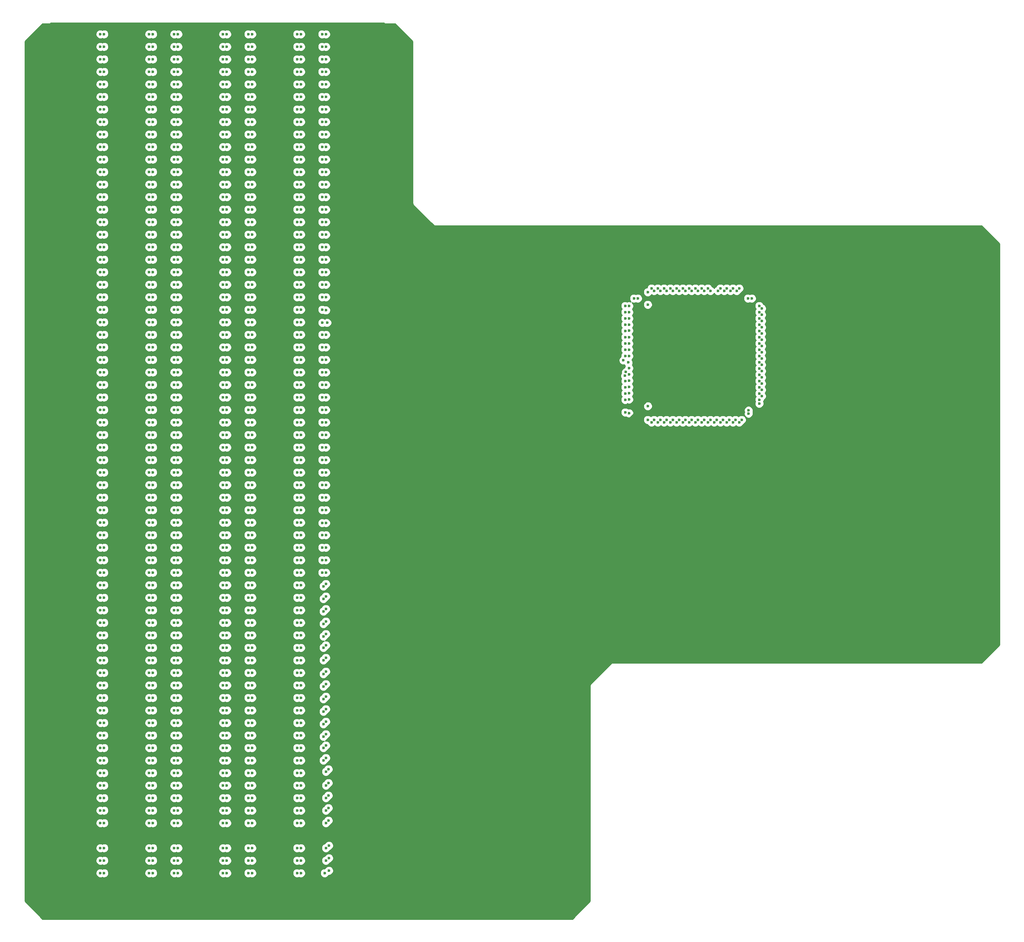
<source format=gbr>
G04 #@! TF.FileFunction,Copper,L4,Bot,Signal*
%FSLAX46Y46*%
G04 Gerber Fmt 4.6, Leading zero omitted, Abs format (unit mm)*
G04 Created by KiCad (PCBNEW 4.0.5) date Thursday, May 11, 2017 'PMt' 05:16:29 PM*
%MOMM*%
%LPD*%
G01*
G04 APERTURE LIST*
%ADD10C,0.100000*%
%ADD11C,0.600000*%
%ADD12C,0.254000*%
G04 APERTURE END LIST*
D10*
D11*
X67500000Y-205000000D03*
X67500000Y-200000000D03*
X67500000Y-195000000D03*
X67500000Y-190000000D03*
X67500000Y-185000000D03*
X67500000Y-180000000D03*
X67500000Y-175000000D03*
X67500000Y-170000000D03*
X67500000Y-165000000D03*
X67500000Y-160000000D03*
X67500000Y-155000000D03*
X67500000Y-150000000D03*
X67500000Y-145000000D03*
X67500000Y-140000000D03*
X67500000Y-135000000D03*
X67500000Y-130000000D03*
X67500000Y-125000000D03*
X67500000Y-120000000D03*
X67500000Y-115000000D03*
X67500000Y-110000000D03*
X67500000Y-105000000D03*
X67500000Y-100000000D03*
X67500000Y-95000000D03*
X67500000Y-90000000D03*
X67500000Y-85000000D03*
X67500000Y-80000000D03*
X67500000Y-75000000D03*
X67500000Y-70000000D03*
X67500000Y-65000000D03*
X67500000Y-60000000D03*
X67500000Y-55000000D03*
X67500000Y-50000000D03*
X67500000Y-45000000D03*
X67500000Y-40000000D03*
X67500000Y-35000000D03*
X130000000Y-35000000D03*
X135000000Y-35000000D03*
X140000000Y-35000000D03*
X140000000Y-40000000D03*
X135000000Y-40000000D03*
X140000000Y-45000000D03*
X67500000Y-210000000D03*
X80000000Y-210000000D03*
X95000000Y-210000000D03*
X110000000Y-210000000D03*
X125000000Y-210000000D03*
X130000000Y-205000000D03*
X130000000Y-210000000D03*
X135000000Y-210000000D03*
X135000000Y-205000000D03*
X175000000Y-210000000D03*
X160000000Y-210000000D03*
X165000000Y-210000000D03*
X165000000Y-205000000D03*
X215000000Y-150000000D03*
X210000000Y-150000000D03*
X205000000Y-150000000D03*
X200000000Y-150000000D03*
X195000000Y-150000000D03*
X200000000Y-145000000D03*
X205000000Y-145000000D03*
X210000000Y-145000000D03*
X215000000Y-145000000D03*
X220000000Y-145000000D03*
X225000000Y-140000000D03*
X220000000Y-140000000D03*
X215000000Y-140000000D03*
X210000000Y-140000000D03*
X205000000Y-140000000D03*
X210000000Y-135000000D03*
X215000000Y-135000000D03*
X220000000Y-135000000D03*
X225000000Y-135000000D03*
X230000000Y-135000000D03*
X235000000Y-130000000D03*
X230000000Y-130000000D03*
X225000000Y-130000000D03*
X220000000Y-130000000D03*
X215000000Y-130000000D03*
X220000000Y-125000000D03*
X225000000Y-125000000D03*
X230000000Y-125000000D03*
X235000000Y-125000000D03*
X240000000Y-125000000D03*
X245000000Y-120000000D03*
X240000000Y-120000000D03*
X235000000Y-120000000D03*
X230000000Y-120000000D03*
X225000000Y-120000000D03*
X230000000Y-115000000D03*
X235000000Y-115000000D03*
X240000000Y-115000000D03*
X245000000Y-115000000D03*
X245000000Y-110000000D03*
X240000000Y-110000000D03*
X235000000Y-110000000D03*
X230000000Y-110000000D03*
X230000000Y-105000000D03*
X235000000Y-105000000D03*
X240000000Y-105000000D03*
X245000000Y-105000000D03*
X245000000Y-100000000D03*
X240000000Y-100000000D03*
X235000000Y-100000000D03*
X230000000Y-100000000D03*
X225000000Y-95000000D03*
X230000000Y-95000000D03*
X235000000Y-95000000D03*
X240000000Y-95000000D03*
X245000000Y-95000000D03*
X240000000Y-90000000D03*
X235000000Y-90000000D03*
X230000000Y-90000000D03*
X225000000Y-90000000D03*
X220000000Y-90000000D03*
X210000000Y-90000000D03*
X205000000Y-90000000D03*
X200000000Y-90000000D03*
X195000000Y-90000000D03*
X190000000Y-95000000D03*
X195000000Y-95000000D03*
X200000000Y-95000000D03*
X205000000Y-95000000D03*
X210000000Y-95000000D03*
X210000000Y-110000000D03*
X205000000Y-110000000D03*
X200000000Y-110000000D03*
X195000000Y-110000000D03*
X190000000Y-105000000D03*
X190000000Y-100000000D03*
X195000000Y-100000000D03*
X200000000Y-100000000D03*
X205000000Y-100000000D03*
X210000000Y-100000000D03*
X210000000Y-105000000D03*
X205000000Y-105000000D03*
X200000000Y-105000000D03*
X195000000Y-105000000D03*
X170000000Y-115000000D03*
X165000000Y-115000000D03*
X160000000Y-115000000D03*
X155000000Y-115000000D03*
X155000000Y-110000000D03*
X160000000Y-110000000D03*
X165000000Y-110000000D03*
X170000000Y-110000000D03*
X170000000Y-105000000D03*
X165000000Y-105000000D03*
X160000000Y-105000000D03*
X155000000Y-105000000D03*
X150000000Y-100000000D03*
X155000000Y-100000000D03*
X160000000Y-100000000D03*
X165000000Y-100000000D03*
X170000000Y-100000000D03*
X170000000Y-95000000D03*
X165000000Y-95000000D03*
X160000000Y-95000000D03*
X155000000Y-95000000D03*
X150000000Y-95000000D03*
X155000000Y-90000000D03*
X160000000Y-90000000D03*
X165000000Y-90000000D03*
X170000000Y-90000000D03*
X195000000Y-75000000D03*
X200000000Y-75000000D03*
X200000000Y-80000000D03*
X205000000Y-85000000D03*
X205000000Y-80000000D03*
X205000000Y-75000000D03*
X210000000Y-80000000D03*
X210000000Y-75000000D03*
X215000000Y-80000000D03*
X215000000Y-75000000D03*
X220000000Y-80000000D03*
X225000000Y-80000000D03*
X220000000Y-75000000D03*
X225000000Y-75000000D03*
X230000000Y-75000000D03*
X230000000Y-80000000D03*
X235000000Y-80000000D03*
X235000000Y-75000000D03*
X240000000Y-75000000D03*
X245000000Y-75000000D03*
X250000000Y-75000000D03*
X255000000Y-75000000D03*
X260000000Y-115000000D03*
X260000000Y-110000000D03*
X260000000Y-105000000D03*
X260000000Y-100000000D03*
X260000000Y-95000000D03*
X255000000Y-90000000D03*
X260000000Y-90000000D03*
X260000000Y-85000000D03*
X260000000Y-80000000D03*
X255000000Y-80000000D03*
X255000000Y-85000000D03*
X250000000Y-85000000D03*
X250000000Y-80000000D03*
X245000000Y-80000000D03*
X240000000Y-80000000D03*
X245000000Y-85000000D03*
X250000000Y-90000000D03*
X255000000Y-95000000D03*
X255000000Y-100000000D03*
X255000000Y-105000000D03*
X255000000Y-110000000D03*
X255000000Y-115000000D03*
X255000000Y-120000000D03*
X260000000Y-120000000D03*
X255000000Y-125000000D03*
X260000000Y-125000000D03*
X260000000Y-130000000D03*
X255000000Y-130000000D03*
X250000000Y-130000000D03*
X245000000Y-135000000D03*
X250000000Y-135000000D03*
X255000000Y-135000000D03*
X260000000Y-135000000D03*
X260000000Y-140000000D03*
X255000000Y-140000000D03*
X250000000Y-140000000D03*
X245000000Y-140000000D03*
X240000000Y-140000000D03*
X235000000Y-145000000D03*
X240000000Y-145000000D03*
X245000000Y-145000000D03*
X250000000Y-145000000D03*
X255000000Y-145000000D03*
X260000000Y-145000000D03*
X260000000Y-150000000D03*
X255000000Y-150000000D03*
X250000000Y-150000000D03*
X245000000Y-150000000D03*
X240000000Y-150000000D03*
X235000000Y-150000000D03*
X230000000Y-150000000D03*
X225000000Y-155000000D03*
X230000000Y-155000000D03*
X235000000Y-155000000D03*
X240000000Y-155000000D03*
X245000000Y-155000000D03*
X250000000Y-155000000D03*
X255000000Y-155000000D03*
X260000000Y-155000000D03*
X260000000Y-160000000D03*
X255000000Y-160000000D03*
X250000000Y-160000000D03*
X245000000Y-160000000D03*
X240000000Y-160000000D03*
X235000000Y-160000000D03*
X230000000Y-160000000D03*
X225000000Y-160000000D03*
X220000000Y-160000000D03*
X215000000Y-160000000D03*
X210000000Y-160000000D03*
X205000000Y-160000000D03*
X200000000Y-160000000D03*
X195000000Y-160000000D03*
X190000000Y-160000000D03*
X180000000Y-165000000D03*
X185000000Y-160000000D03*
X180000000Y-160000000D03*
X175000000Y-160000000D03*
X170000000Y-165000000D03*
X175000000Y-165000000D03*
X175000000Y-170000000D03*
X170000000Y-170000000D03*
X165000000Y-170000000D03*
X160000000Y-175000000D03*
X165000000Y-175000000D03*
X170000000Y-175000000D03*
X175000000Y-175000000D03*
X175000000Y-180000000D03*
X170000000Y-180000000D03*
X165000000Y-180000000D03*
X160000000Y-180000000D03*
X155000000Y-180000000D03*
X155000000Y-185000000D03*
X160000000Y-185000000D03*
X165000000Y-185000000D03*
X170000000Y-185000000D03*
X175000000Y-185000000D03*
X175000000Y-190000000D03*
X170000000Y-190000000D03*
X165000000Y-190000000D03*
X160000000Y-190000000D03*
X155000000Y-190000000D03*
X150000000Y-190000000D03*
X150000000Y-185000000D03*
X145000000Y-190000000D03*
X140000000Y-195000000D03*
X135000000Y-200000000D03*
X140000000Y-200000000D03*
X145000000Y-200000000D03*
X145000000Y-195000000D03*
X150000000Y-195000000D03*
X155000000Y-195000000D03*
X160000000Y-195000000D03*
X165000000Y-195000000D03*
X170000000Y-195000000D03*
X175000000Y-195000000D03*
X175000000Y-200000000D03*
X170000000Y-200000000D03*
X165000000Y-200000000D03*
X160000000Y-200000000D03*
X155000000Y-200000000D03*
X150000000Y-200000000D03*
X150000000Y-205000000D03*
X150000000Y-210000000D03*
X145000000Y-210000000D03*
X80744000Y-197358000D03*
X95744000Y-197358000D03*
X110744000Y-197358000D03*
X79982000Y-197358000D03*
X94982000Y-197358000D03*
X109982000Y-197358000D03*
X89888000Y-197358000D03*
X104888000Y-197358000D03*
X119888000Y-197358000D03*
X90650000Y-197358000D03*
X105650000Y-197358000D03*
X120650000Y-197358000D03*
X187198000Y-110160000D03*
X126238000Y-196850000D03*
X125730000Y-197358000D03*
X186436000Y-110236000D03*
X126365000Y-204470000D03*
X80744000Y-204978000D03*
X95744000Y-204978000D03*
X79982000Y-204978000D03*
X94982000Y-204978000D03*
X89888000Y-204978000D03*
X104888000Y-204978000D03*
X90650000Y-204978000D03*
X105650000Y-204978000D03*
X110744000Y-204978000D03*
X109982000Y-204978000D03*
X119888000Y-204978000D03*
X120650000Y-204978000D03*
X214122000Y-99314000D03*
X125476000Y-204978000D03*
X213614000Y-98806000D03*
X126365000Y-201930000D03*
X80744000Y-202438000D03*
X95744000Y-202438000D03*
X110744000Y-202438000D03*
X79982000Y-202438000D03*
X94982000Y-202438000D03*
X109982000Y-202438000D03*
X89888000Y-202438000D03*
X104888000Y-202438000D03*
X119888000Y-202438000D03*
X90650000Y-202438000D03*
X105650000Y-202438000D03*
X120650000Y-202438000D03*
X214122000Y-100584000D03*
X125730000Y-202438000D03*
X213614000Y-100076000D03*
X126365000Y-199390000D03*
X211455054Y-111760000D03*
X211455000Y-111125000D03*
X80744000Y-199898000D03*
X95744000Y-199898000D03*
X110744000Y-199898000D03*
X79982000Y-199898000D03*
X94982000Y-199898000D03*
X109982000Y-199898000D03*
X89888000Y-199898000D03*
X104888000Y-199898000D03*
X119888000Y-199898000D03*
X90650000Y-199898000D03*
X105650000Y-199898000D03*
X120650000Y-199898000D03*
X125730000Y-199898000D03*
X187198000Y-98806000D03*
X186436000Y-98806000D03*
X80744000Y-194818000D03*
X95744000Y-194818000D03*
X110744000Y-194818000D03*
X79982000Y-194818000D03*
X94982000Y-194818000D03*
X109982000Y-194818000D03*
X89888000Y-194818000D03*
X104888000Y-194818000D03*
X119888000Y-194818000D03*
X90650000Y-194818000D03*
X105650000Y-194818000D03*
X120650000Y-194818000D03*
X126238000Y-194310000D03*
X125730000Y-194818000D03*
X187198000Y-97536000D03*
X186436000Y-97536000D03*
X80744000Y-192278000D03*
X95744000Y-192278000D03*
X110744000Y-192278000D03*
X79982000Y-192278000D03*
X94982000Y-192278000D03*
X109982000Y-192278000D03*
X89888000Y-192278000D03*
X104888000Y-192278000D03*
X119888000Y-192278000D03*
X90650000Y-192278000D03*
X105650000Y-192278000D03*
X120650000Y-192278000D03*
X126238000Y-191770000D03*
X125730000Y-192278000D03*
X187198000Y-96266000D03*
X186436000Y-96266000D03*
X80744000Y-189738000D03*
X95744000Y-189738000D03*
X110744000Y-189738000D03*
X79982000Y-189738000D03*
X94982000Y-189738000D03*
X109982000Y-189738000D03*
X89888000Y-189738000D03*
X104888000Y-189738000D03*
X119888000Y-189738000D03*
X90650000Y-189738000D03*
X105650000Y-189738000D03*
X120650000Y-189738000D03*
X126238000Y-189230000D03*
X125730000Y-189738000D03*
X186435992Y-94996000D03*
X80744000Y-187198000D03*
X95744000Y-187198000D03*
X110744000Y-187198000D03*
X79982000Y-187198000D03*
X94982000Y-187198000D03*
X109982000Y-187198000D03*
X89888000Y-187198000D03*
X104888000Y-187198000D03*
X119888000Y-187198000D03*
X90650000Y-187198000D03*
X105650000Y-187198000D03*
X120650000Y-187198000D03*
X187198000Y-94920000D03*
X126238000Y-186690000D03*
X125730000Y-187198000D03*
X187198000Y-93726000D03*
X186436006Y-93726000D03*
X80744000Y-184658000D03*
X95744000Y-184658000D03*
X110744000Y-184658000D03*
X79982000Y-184658000D03*
X94982000Y-184658000D03*
X109982000Y-184658000D03*
X89888000Y-184658000D03*
X104888000Y-184658000D03*
X119888000Y-184658000D03*
X90650000Y-184658000D03*
X105650000Y-184658000D03*
X120650000Y-184658000D03*
X126238000Y-183896000D03*
X125730000Y-184404000D03*
X186436000Y-92456000D03*
X187198000Y-92456000D03*
X80744000Y-182118000D03*
X95744000Y-182118000D03*
X110744000Y-182118000D03*
X79982000Y-182118000D03*
X94982000Y-182118000D03*
X109982000Y-182118000D03*
X89888000Y-182118000D03*
X104888000Y-182118000D03*
X119888000Y-182118000D03*
X90650000Y-182118000D03*
X105650000Y-182118000D03*
X120650000Y-182118000D03*
X125730000Y-181610000D03*
X125222000Y-182118000D03*
X187198000Y-91186000D03*
X186436000Y-91186008D03*
X80744000Y-179578000D03*
X95744000Y-179578000D03*
X110744000Y-179578000D03*
X79982000Y-179578000D03*
X94982000Y-179578000D03*
X109982000Y-179578000D03*
X89888000Y-179578000D03*
X104888000Y-179578000D03*
X119888000Y-179578000D03*
X90650000Y-179578000D03*
X105650000Y-179578000D03*
X120650000Y-179578000D03*
X125730000Y-179070000D03*
X125222000Y-179578000D03*
X186436000Y-89916000D03*
X187198000Y-89916000D03*
X80744000Y-177038000D03*
X95744000Y-177038000D03*
X110744000Y-177038000D03*
X79982000Y-177038000D03*
X94982000Y-177038000D03*
X109982000Y-177038000D03*
X89888000Y-177038000D03*
X104888000Y-177038000D03*
X119888000Y-177038000D03*
X90650000Y-177038000D03*
X105650000Y-177038000D03*
X120650000Y-177038000D03*
X125730000Y-176784000D03*
X125222000Y-177292000D03*
X188976000Y-88392000D03*
X80744000Y-174498000D03*
X95744000Y-174498000D03*
X110744000Y-174498000D03*
X79982000Y-174498000D03*
X94982000Y-174498000D03*
X109982000Y-174498000D03*
X89888000Y-174498000D03*
X104888000Y-174498000D03*
X119888000Y-174498000D03*
X90650000Y-174498000D03*
X105650000Y-174498000D03*
X120650000Y-174498000D03*
X125730000Y-174244000D03*
X125222000Y-174752000D03*
X188214000Y-88392000D03*
X80744000Y-171958000D03*
X95744000Y-171958000D03*
X110744000Y-171958000D03*
X79982000Y-171958000D03*
X94982000Y-171958000D03*
X109982000Y-171958000D03*
X89888000Y-171958000D03*
X104888000Y-171958000D03*
X119888000Y-171958000D03*
X90650000Y-171958000D03*
X105650000Y-171958000D03*
X120650000Y-171958000D03*
X191008000Y-89662000D03*
X125730000Y-171704000D03*
X125222000Y-172212000D03*
X191008000Y-87122000D03*
X191770000Y-86360000D03*
X192278000Y-86868000D03*
X80744000Y-169418000D03*
X95744000Y-169418000D03*
X110744000Y-169418000D03*
X79982000Y-169418000D03*
X94982000Y-169418000D03*
X109982000Y-169418000D03*
X89888000Y-169418000D03*
X104888000Y-169418000D03*
X119888000Y-169418000D03*
X90650000Y-169418000D03*
X105650000Y-169418000D03*
X120650000Y-169418000D03*
X125730000Y-169164000D03*
X125222000Y-169672000D03*
X193548000Y-86868000D03*
X193040014Y-86360000D03*
X80744000Y-166878000D03*
X95744000Y-166878000D03*
X110744000Y-166878000D03*
X79982000Y-166878000D03*
X94982000Y-166878000D03*
X109982000Y-166878000D03*
X89888000Y-166878000D03*
X104888000Y-166878000D03*
X119888000Y-166878000D03*
X90650000Y-166878000D03*
X105650000Y-166878000D03*
X120650000Y-166878000D03*
X125730000Y-166624000D03*
X125222000Y-167132000D03*
X80744000Y-164338000D03*
X95744000Y-164338000D03*
X110744000Y-164338000D03*
X79982000Y-164338000D03*
X94982000Y-164338000D03*
X109982000Y-164338000D03*
X89888000Y-164338000D03*
X104888000Y-164338000D03*
X119888000Y-164338000D03*
X90650000Y-164338000D03*
X105650000Y-164338000D03*
X120650000Y-164338000D03*
X194310000Y-86360000D03*
X125730000Y-164084000D03*
X125222000Y-164592000D03*
X194818000Y-86868000D03*
X80744000Y-161798000D03*
X95744000Y-161798000D03*
X110744000Y-161798000D03*
X79982000Y-161798000D03*
X94982000Y-161798000D03*
X109982000Y-161798000D03*
X89888000Y-161798000D03*
X104888000Y-161798000D03*
X119888000Y-161798000D03*
X90650000Y-161798000D03*
X105650000Y-161798000D03*
X120650000Y-161798000D03*
X195580000Y-86360000D03*
X125730000Y-161290000D03*
X125222000Y-161798000D03*
X196088000Y-86868000D03*
X80744000Y-159258000D03*
X95744000Y-159258000D03*
X110744000Y-159258000D03*
X79982000Y-159258000D03*
X94982000Y-159258000D03*
X109982000Y-159258000D03*
X89888000Y-159258000D03*
X104888000Y-159258000D03*
X119888000Y-159258000D03*
X90650000Y-159258000D03*
X105650000Y-159258000D03*
X120650000Y-159258000D03*
X196850000Y-86360000D03*
X125730000Y-158750000D03*
X125222000Y-159258000D03*
X197358000Y-86868000D03*
X80744000Y-156718000D03*
X95744000Y-156718000D03*
X110744000Y-156718000D03*
X79982000Y-156718000D03*
X94982000Y-156718000D03*
X109982000Y-156718000D03*
X89888000Y-156718000D03*
X104888000Y-156718000D03*
X119888000Y-156718000D03*
X90650000Y-156718000D03*
X105650000Y-156718000D03*
X120650000Y-156718000D03*
X198120000Y-86360000D03*
X125730000Y-156464000D03*
X125222000Y-156972000D03*
X198628000Y-86868000D03*
X80744000Y-154178000D03*
X95744000Y-154178000D03*
X110744000Y-154178000D03*
X79982000Y-154178000D03*
X94982000Y-154178000D03*
X109982000Y-154178000D03*
X89888000Y-154178000D03*
X104888000Y-154178000D03*
X119888000Y-154178000D03*
X90650000Y-154178000D03*
X105650000Y-154178000D03*
X120650000Y-154178000D03*
X199390000Y-86360000D03*
X125730000Y-153924000D03*
X125222000Y-154432000D03*
X199898000Y-86868000D03*
X80744000Y-151638000D03*
X95744000Y-151638000D03*
X110744000Y-151638000D03*
X79982000Y-151638000D03*
X94982000Y-151638000D03*
X109982000Y-151638000D03*
X89888000Y-151638000D03*
X104888000Y-151638000D03*
X119888000Y-151638000D03*
X90650000Y-151638000D03*
X105650000Y-151638000D03*
X120650000Y-151638000D03*
X200660000Y-86360000D03*
X125730000Y-151384000D03*
X125222000Y-151892000D03*
X201168000Y-86868000D03*
X80744000Y-149098000D03*
X95744000Y-149098000D03*
X110744000Y-149098000D03*
X79982000Y-149098000D03*
X94982000Y-149098000D03*
X109982000Y-149098000D03*
X89888000Y-149098000D03*
X104888000Y-149098000D03*
X119888000Y-149098000D03*
X90650000Y-149098000D03*
X105650000Y-149098000D03*
X120650000Y-149098000D03*
X201930000Y-86360000D03*
X125730000Y-148844000D03*
X125222000Y-149352000D03*
X202438000Y-86868000D03*
X80744000Y-146558000D03*
X95744000Y-146558000D03*
X110744000Y-146558000D03*
X79982000Y-146558000D03*
X94982000Y-146558000D03*
X109982000Y-146558000D03*
X89888000Y-146558000D03*
X104888000Y-146558000D03*
X119888000Y-146558000D03*
X90650000Y-146558000D03*
X105650000Y-146558000D03*
X120650000Y-146558000D03*
X203200000Y-86360000D03*
X125730000Y-146304000D03*
X125222000Y-146812000D03*
X203708000Y-86868000D03*
X80744000Y-144018000D03*
X95744000Y-144018000D03*
X110744000Y-144018000D03*
X79982000Y-144018000D03*
X94982000Y-144018000D03*
X109982000Y-144018000D03*
X89888000Y-144018000D03*
X104888000Y-144018000D03*
X119888000Y-144018000D03*
X90650000Y-144018000D03*
X105650000Y-144018000D03*
X120650000Y-144018000D03*
X205740000Y-86360000D03*
X125730000Y-144018000D03*
X124968000Y-144018000D03*
X205232000Y-86868000D03*
X80744000Y-141478000D03*
X95744000Y-141478000D03*
X110744000Y-141478000D03*
X79982000Y-141478000D03*
X94982000Y-141478000D03*
X109982000Y-141478000D03*
X89888000Y-141478000D03*
X104888000Y-141478000D03*
X119888000Y-141478000D03*
X90650000Y-141478000D03*
X105650000Y-141478000D03*
X120650000Y-141478000D03*
X207010000Y-86360000D03*
X125730000Y-141478000D03*
X124968000Y-141478000D03*
X206502000Y-86868000D03*
X80744000Y-138938000D03*
X95744000Y-138938000D03*
X110744000Y-138938000D03*
X79982000Y-138938000D03*
X94982000Y-138938000D03*
X109982000Y-138938000D03*
X89888000Y-138938000D03*
X104888000Y-138938000D03*
X119888000Y-138938000D03*
X90650000Y-138938000D03*
X105650000Y-138938000D03*
X120650000Y-138938000D03*
X208280000Y-86360000D03*
X125730000Y-138938000D03*
X124968000Y-138938000D03*
X207772000Y-86868000D03*
X209550000Y-86360000D03*
X80744000Y-136398000D03*
X95744000Y-136398000D03*
X110744000Y-136398000D03*
X79982000Y-136398000D03*
X94982000Y-136398000D03*
X109982000Y-136398000D03*
X89888000Y-136398000D03*
X104888000Y-136398000D03*
X119888000Y-136398000D03*
X90650000Y-136398000D03*
X105650000Y-136398000D03*
X120650000Y-136398000D03*
X125730000Y-136398000D03*
X124968000Y-136398000D03*
X209042000Y-86868000D03*
X80744000Y-133858000D03*
X95744000Y-133858000D03*
X110744000Y-133858000D03*
X79982000Y-133858000D03*
X94982000Y-133858000D03*
X109982000Y-133858000D03*
X89888000Y-133858000D03*
X104888000Y-133858000D03*
X119888000Y-133858000D03*
X90650000Y-133858000D03*
X105650000Y-133858000D03*
X120650000Y-133858000D03*
X212090000Y-88392000D03*
X125730000Y-133970000D03*
X124968000Y-133970000D03*
X211328000Y-88392000D03*
X80744000Y-131318000D03*
X95744000Y-131318000D03*
X110744000Y-131318000D03*
X79982000Y-131318000D03*
X94982000Y-131318000D03*
X109982000Y-131318000D03*
X89888000Y-131318000D03*
X104888000Y-131318000D03*
X119888000Y-131318000D03*
X90650000Y-131318000D03*
X105650000Y-131318000D03*
X120650000Y-131318000D03*
X214122000Y-90424000D03*
X125730000Y-131318000D03*
X124968000Y-131318000D03*
X213614000Y-89916000D03*
X80744000Y-128778000D03*
X95744000Y-128778000D03*
X110744000Y-128778000D03*
X79982000Y-128778000D03*
X94982000Y-128778000D03*
X109982000Y-128778000D03*
X89888000Y-128778000D03*
X104888000Y-128778000D03*
X119888000Y-128778000D03*
X90650000Y-128778000D03*
X105650000Y-128778000D03*
X120650000Y-128778000D03*
X214122000Y-91694000D03*
X125730000Y-128778000D03*
X124968000Y-128778000D03*
X213614000Y-91186000D03*
X80744000Y-126238000D03*
X95744000Y-126238000D03*
X110744000Y-126238000D03*
X79982000Y-126238000D03*
X94982000Y-126238000D03*
X109982000Y-126238000D03*
X89888000Y-126238000D03*
X104888000Y-126238000D03*
X119888000Y-126238000D03*
X90650000Y-126238000D03*
X105650000Y-126238000D03*
X120650000Y-126238000D03*
X214122000Y-92964000D03*
X125730000Y-126238000D03*
X124968000Y-126238000D03*
X213614000Y-92456000D03*
X80744000Y-123698000D03*
X95744000Y-123698000D03*
X110744000Y-123698000D03*
X79982000Y-123698000D03*
X94982000Y-123698000D03*
X109982000Y-123698000D03*
X89888000Y-123698000D03*
X104888000Y-123698000D03*
X119888000Y-123698000D03*
X90650000Y-123698000D03*
X105650000Y-123698000D03*
X120650000Y-123698000D03*
X214122000Y-94234000D03*
X125730000Y-123698000D03*
X124968000Y-123698000D03*
X213614000Y-93726000D03*
X80744000Y-121158000D03*
X95744000Y-121158000D03*
X110744000Y-121158000D03*
X79982000Y-121158000D03*
X94982000Y-121158000D03*
X109982000Y-121158000D03*
X89888000Y-121158000D03*
X104888000Y-121158000D03*
X119888000Y-121158000D03*
X90650000Y-121158000D03*
X105650000Y-121158000D03*
X120650000Y-121158000D03*
X214122000Y-95504000D03*
X125730000Y-121158000D03*
X124968000Y-121158000D03*
X213614000Y-94996000D03*
X80744000Y-118618000D03*
X95744000Y-118618000D03*
X110744000Y-118618000D03*
X79982000Y-118618000D03*
X94982000Y-118618000D03*
X109982000Y-118618000D03*
X89888000Y-118618000D03*
X104888000Y-118618000D03*
X119888000Y-118618000D03*
X90650000Y-118618000D03*
X105650000Y-118618000D03*
X120650000Y-118618000D03*
X214122000Y-96774000D03*
X125730000Y-118618000D03*
X124968000Y-118618000D03*
X213614000Y-96266000D03*
X80744000Y-116078000D03*
X95744000Y-116078000D03*
X110744000Y-116078000D03*
X79982000Y-116078000D03*
X94982000Y-116078000D03*
X109982000Y-116078000D03*
X89888000Y-116078000D03*
X104888000Y-116078000D03*
X119888000Y-116078000D03*
X90650000Y-116078000D03*
X105650000Y-116078000D03*
X120650000Y-116078000D03*
X214122000Y-98044000D03*
X125730000Y-116078000D03*
X124968000Y-116078000D03*
X213614000Y-97536000D03*
X80744000Y-113538000D03*
X95744000Y-113538000D03*
X110744000Y-113538000D03*
X79982000Y-113538000D03*
X94982000Y-113538000D03*
X109982000Y-113538000D03*
X89888000Y-113538000D03*
X104888000Y-113538000D03*
X119888000Y-113538000D03*
X90650000Y-113538000D03*
X105650000Y-113538000D03*
X120650000Y-113538000D03*
X214122000Y-101854000D03*
X125730000Y-113538000D03*
X124968000Y-113538000D03*
X213614000Y-101346000D03*
X80744000Y-110998000D03*
X95744000Y-110998000D03*
X110744000Y-110998000D03*
X79982000Y-110998000D03*
X94982000Y-110998000D03*
X109982000Y-110998000D03*
X89888000Y-110998000D03*
X104888000Y-110998000D03*
X119888000Y-110998000D03*
X90650000Y-110998000D03*
X105650000Y-110998000D03*
X120650000Y-110998000D03*
X214122000Y-103124000D03*
X125730000Y-110998000D03*
X124968000Y-110998000D03*
X213614000Y-102616000D03*
X80744000Y-108458000D03*
X95744000Y-108458000D03*
X110744000Y-108458000D03*
X79982000Y-108458000D03*
X94982000Y-108458000D03*
X109982000Y-108458000D03*
X89888000Y-108458000D03*
X104888000Y-108458000D03*
X119888000Y-108458000D03*
X90650000Y-108458000D03*
X105650000Y-108458000D03*
X120650000Y-108458000D03*
X214122000Y-104394000D03*
X125730000Y-108458000D03*
X124968000Y-108458000D03*
X213614000Y-103886000D03*
X80744000Y-105918000D03*
X95744000Y-105918000D03*
X110744000Y-105918000D03*
X79982000Y-105918000D03*
X94982000Y-105918000D03*
X109982000Y-105918000D03*
X89888000Y-105918000D03*
X104888000Y-105918000D03*
X119888000Y-105918000D03*
X90650000Y-105918000D03*
X105650000Y-105918000D03*
X120650000Y-105918000D03*
X214122000Y-105664000D03*
X125730000Y-105918000D03*
X124968000Y-105918000D03*
X213614000Y-105156000D03*
X80744000Y-103378000D03*
X95744000Y-103378000D03*
X110744000Y-103378000D03*
X79982000Y-103378000D03*
X94982000Y-103378000D03*
X109982000Y-103378000D03*
X89888000Y-103378000D03*
X104888000Y-103378000D03*
X119888000Y-103378000D03*
X90650000Y-103378000D03*
X105650000Y-103378000D03*
X120650000Y-103378000D03*
X214122000Y-106934000D03*
X125730000Y-103378000D03*
X124968000Y-103378000D03*
X213614000Y-106426000D03*
X80744000Y-100838000D03*
X95744000Y-100838000D03*
X110744000Y-100838000D03*
X79982000Y-100838000D03*
X94982000Y-100838000D03*
X109982000Y-100838000D03*
X89888000Y-100838000D03*
X104888000Y-100838000D03*
X119888000Y-100838000D03*
X90650000Y-100838000D03*
X105650000Y-100838000D03*
X120650000Y-100838000D03*
X214122000Y-108204000D03*
X125730000Y-100838000D03*
X124968000Y-100838000D03*
X213614000Y-107696000D03*
X80744000Y-98298000D03*
X95744000Y-98298000D03*
X110744000Y-98298000D03*
X79982000Y-98298000D03*
X94982000Y-98298000D03*
X109982000Y-98298000D03*
X89888000Y-98298000D03*
X104888000Y-98298000D03*
X119888000Y-98298000D03*
X90650000Y-98298000D03*
X105650000Y-98298000D03*
X120650000Y-98298000D03*
X213614000Y-109728000D03*
X125730000Y-98298000D03*
X124968000Y-98298000D03*
X213614000Y-108966000D03*
X80744000Y-95758000D03*
X95744000Y-95758000D03*
X110744000Y-95758000D03*
X79982000Y-95758000D03*
X94982000Y-95758000D03*
X109982000Y-95758000D03*
X89888000Y-95758000D03*
X104888000Y-95758000D03*
X119888000Y-95758000D03*
X90650000Y-95758000D03*
X105650000Y-95758000D03*
X120650000Y-95758000D03*
X209550000Y-113538000D03*
X125730000Y-95758000D03*
X124968000Y-95758000D03*
X210058000Y-113030000D03*
X80744000Y-93218000D03*
X95744000Y-93218000D03*
X110744000Y-93218000D03*
X79982000Y-93218000D03*
X94982000Y-93218000D03*
X109982000Y-93218000D03*
X89888000Y-93218000D03*
X104888000Y-93218000D03*
X119888000Y-93218000D03*
X90650000Y-93218000D03*
X105650000Y-93218000D03*
X120650000Y-93218000D03*
X208280000Y-113538000D03*
X125984000Y-93330000D03*
X124968000Y-93330000D03*
X208788000Y-113030000D03*
X125730000Y-90805000D03*
X80744000Y-90678000D03*
X95744000Y-90678000D03*
X110744000Y-90678000D03*
X79982000Y-90678000D03*
X94982000Y-90678000D03*
X109982000Y-90678000D03*
X89888000Y-90678000D03*
X104888000Y-90678000D03*
X119888000Y-90678000D03*
X90650000Y-90678000D03*
X105650000Y-90678000D03*
X120650000Y-90678000D03*
X207010000Y-113538000D03*
X124968000Y-90678000D03*
X207518000Y-113030000D03*
X80744000Y-88138000D03*
X95744000Y-88138000D03*
X110744000Y-88138000D03*
X79982000Y-88138000D03*
X94982000Y-88138000D03*
X109982000Y-88138000D03*
X89888000Y-88138000D03*
X104888000Y-88138000D03*
X119888000Y-88138000D03*
X90650000Y-88138000D03*
X105650000Y-88138000D03*
X120650000Y-88138000D03*
X205740000Y-113538000D03*
X125730000Y-88138000D03*
X124968000Y-88138000D03*
X206248000Y-113030000D03*
X80744000Y-85598000D03*
X95744000Y-85598000D03*
X110744000Y-85598000D03*
X79982000Y-85598000D03*
X94982000Y-85598000D03*
X109982000Y-85598000D03*
X89888000Y-85598000D03*
X104888000Y-85598000D03*
X119888000Y-85598000D03*
X90650000Y-85598000D03*
X105650000Y-85598000D03*
X120650000Y-85598000D03*
X204470000Y-113538000D03*
X125730000Y-85598000D03*
X124968000Y-85598000D03*
X204978000Y-113030000D03*
X80744000Y-83058000D03*
X95744000Y-83058000D03*
X110744000Y-83058000D03*
X79982000Y-83058000D03*
X94982000Y-83058000D03*
X109982000Y-83058000D03*
X89888000Y-83058000D03*
X104888000Y-83058000D03*
X119888000Y-83058000D03*
X90650000Y-83058000D03*
X105650000Y-83058000D03*
X120650000Y-83058000D03*
X203200000Y-113538000D03*
X125730000Y-83058000D03*
X124968000Y-83058000D03*
X203708000Y-113030000D03*
X80744000Y-80518000D03*
X95744000Y-80518000D03*
X110744000Y-80518000D03*
X79982000Y-80518000D03*
X94982000Y-80518000D03*
X109982000Y-80518000D03*
X89888000Y-80518000D03*
X104888000Y-80518000D03*
X119888000Y-80518000D03*
X90650000Y-80518000D03*
X105650000Y-80518000D03*
X120650000Y-80518000D03*
X201930000Y-113538000D03*
X125730000Y-80518000D03*
X124968000Y-80518000D03*
X202438000Y-113030000D03*
X80744000Y-77978000D03*
X95744000Y-77978000D03*
X110744000Y-77978000D03*
X79982000Y-77978000D03*
X94982000Y-77978000D03*
X109982000Y-77978000D03*
X89888000Y-77978000D03*
X104888000Y-77978000D03*
X119888000Y-77978000D03*
X90650000Y-77978000D03*
X105650000Y-77978000D03*
X120650000Y-77978000D03*
X200660000Y-113538000D03*
X125730000Y-77978000D03*
X124968000Y-77978000D03*
X201168000Y-113030000D03*
X80744000Y-75438000D03*
X95744000Y-75438000D03*
X110744000Y-75438000D03*
X79982000Y-75438000D03*
X94982000Y-75438000D03*
X109982000Y-75438000D03*
X89888000Y-75438000D03*
X104888000Y-75438000D03*
X119888000Y-75438000D03*
X90650000Y-75438000D03*
X105650000Y-75438000D03*
X120650000Y-75438000D03*
X199390000Y-113538000D03*
X125730000Y-75438000D03*
X124968000Y-75438000D03*
X199898000Y-113030000D03*
X80744000Y-72898000D03*
X95744000Y-72898000D03*
X110744000Y-72898000D03*
X79982000Y-72898000D03*
X94982000Y-72898000D03*
X109982000Y-72898000D03*
X89888000Y-72898000D03*
X104888000Y-72898000D03*
X119888000Y-72898000D03*
X90650000Y-72898000D03*
X105650000Y-72898000D03*
X120650000Y-72898000D03*
X198120000Y-113538000D03*
X125730000Y-72898000D03*
X124968000Y-72898000D03*
X198628000Y-113030000D03*
X80744000Y-70358000D03*
X95744000Y-70358000D03*
X110744000Y-70358000D03*
X79982000Y-70358000D03*
X94982000Y-70358000D03*
X109982000Y-70358000D03*
X89888000Y-70358000D03*
X104888000Y-70358000D03*
X119888000Y-70358000D03*
X90650000Y-70358000D03*
X105650000Y-70358000D03*
X120650000Y-70358000D03*
X196850000Y-113538000D03*
X125730000Y-70358000D03*
X124968000Y-70358000D03*
X197358000Y-113030000D03*
X80744000Y-67818000D03*
X95744000Y-67818000D03*
X110744000Y-67818000D03*
X79982000Y-67818000D03*
X94982000Y-67818000D03*
X109982000Y-67818000D03*
X89888000Y-67818000D03*
X104888000Y-67818000D03*
X119888000Y-67818000D03*
X90650000Y-67818000D03*
X105650000Y-67818000D03*
X120650000Y-67818000D03*
X195580000Y-113538000D03*
X125730000Y-67818000D03*
X124968000Y-67818000D03*
X196088000Y-113030000D03*
X80744000Y-65278000D03*
X95744000Y-65278000D03*
X110744000Y-65278000D03*
X79982000Y-65278000D03*
X94982000Y-65278000D03*
X109982000Y-65278000D03*
X89888000Y-65278000D03*
X104888000Y-65278000D03*
X119888000Y-65278000D03*
X90650000Y-65278000D03*
X105650000Y-65278000D03*
X120650000Y-65278000D03*
X194310000Y-113538000D03*
X125730000Y-65278000D03*
X124968000Y-65278000D03*
X194818000Y-113030000D03*
X80744000Y-62738000D03*
X95744000Y-62738000D03*
X110744000Y-62738000D03*
X79982000Y-62738000D03*
X94982000Y-62738000D03*
X109982000Y-62738000D03*
X89888000Y-62738000D03*
X104888000Y-62738000D03*
X119888000Y-62738000D03*
X90650000Y-62738000D03*
X105650000Y-62738000D03*
X120650000Y-62738000D03*
X193040000Y-113538000D03*
X125730000Y-62738000D03*
X124968000Y-62738000D03*
X193548000Y-113030000D03*
X80744000Y-60198000D03*
X95744000Y-60198000D03*
X110744000Y-60198000D03*
X79982000Y-60198000D03*
X94982000Y-60198000D03*
X109982000Y-60198000D03*
X89888000Y-60198000D03*
X104888000Y-60198000D03*
X119888000Y-60198000D03*
X90650000Y-60198000D03*
X105650000Y-60198000D03*
X120650000Y-60198000D03*
X191770000Y-113538000D03*
X125730000Y-60198000D03*
X124968000Y-60198000D03*
X192278000Y-113030000D03*
X80744000Y-57658000D03*
X95744000Y-57658000D03*
X110744000Y-57658000D03*
X79982000Y-57658000D03*
X94982000Y-57658000D03*
X109982000Y-57658000D03*
X89888000Y-57658000D03*
X104888000Y-57658000D03*
X119888000Y-57658000D03*
X90650000Y-57658000D03*
X105650000Y-57658000D03*
X120650000Y-57658000D03*
X191008000Y-110236000D03*
X125730000Y-57658000D03*
X124968000Y-57658000D03*
X191008000Y-113030000D03*
X80744000Y-55118000D03*
X95744000Y-55118000D03*
X110744000Y-55118000D03*
X79982000Y-55118000D03*
X94982000Y-55118000D03*
X109982000Y-55118000D03*
X89888000Y-55118000D03*
X104888000Y-55118000D03*
X119888000Y-55118000D03*
X90650000Y-55118000D03*
X105650000Y-55118000D03*
X120650000Y-55118000D03*
X187198000Y-111680000D03*
X125730000Y-55118000D03*
X124968000Y-55118000D03*
X186436000Y-111506000D03*
X80744000Y-52578000D03*
X95744000Y-52578000D03*
X110744000Y-52578000D03*
X79982000Y-52578000D03*
X94982000Y-52578000D03*
X109982000Y-52578000D03*
X89888000Y-52578000D03*
X104888000Y-52578000D03*
X119888000Y-52578000D03*
X90650000Y-52578000D03*
X105650000Y-52578000D03*
X120650000Y-52578000D03*
X187198000Y-108890000D03*
X125730000Y-52578000D03*
X124968000Y-52578000D03*
X186436000Y-108966000D03*
X80744000Y-50038000D03*
X95744000Y-50038000D03*
X110744000Y-50038000D03*
X79982000Y-50038000D03*
X94982000Y-50038000D03*
X109982000Y-50038000D03*
X89888000Y-50038000D03*
X104888000Y-50038000D03*
X119888000Y-50038000D03*
X90650000Y-50038000D03*
X105650000Y-50038000D03*
X120650000Y-50038000D03*
X187198000Y-107620000D03*
X125730000Y-50038000D03*
X124968000Y-50038000D03*
X186436000Y-107696000D03*
X80744000Y-47498000D03*
X95744000Y-47498000D03*
X110744000Y-47498000D03*
X79982000Y-47498000D03*
X94982000Y-47498000D03*
X109982000Y-47498000D03*
X89888000Y-47498000D03*
X104888000Y-47498000D03*
X119888000Y-47498000D03*
X90650000Y-47498000D03*
X105650000Y-47498000D03*
X120650000Y-47498000D03*
X187198000Y-106350000D03*
X125730000Y-47498000D03*
X124968000Y-47498000D03*
X186436000Y-106426000D03*
X80744000Y-44958000D03*
X95744000Y-44958000D03*
X110744000Y-44958000D03*
X79982000Y-44958000D03*
X94982000Y-44958000D03*
X109982000Y-44958000D03*
X89888000Y-44958000D03*
X104888000Y-44958000D03*
X119888000Y-44958000D03*
X90650000Y-44958000D03*
X105650000Y-44958000D03*
X120650000Y-44958000D03*
X187198000Y-105080000D03*
X125730000Y-44958000D03*
X124968000Y-44958000D03*
X186436000Y-105156000D03*
X187203402Y-103814151D03*
X186384592Y-104107068D03*
X80744000Y-42418000D03*
X95744000Y-42418000D03*
X110744000Y-42418000D03*
X79982000Y-42418000D03*
X94982000Y-42418000D03*
X109982000Y-42418000D03*
X89888000Y-42418000D03*
X104888000Y-42418000D03*
X119888000Y-42418000D03*
X90650000Y-42418000D03*
X105650000Y-42418000D03*
X120650000Y-42418000D03*
X125730000Y-42418000D03*
X124968000Y-42418000D03*
X186566521Y-103324731D03*
X80744000Y-39878000D03*
X95744000Y-39878000D03*
X110744000Y-39878000D03*
X79982000Y-39878000D03*
X94982000Y-39878000D03*
X109982000Y-39878000D03*
X89888000Y-39878000D03*
X104888000Y-39878000D03*
X119888000Y-39878000D03*
X90650000Y-39878000D03*
X105650000Y-39878000D03*
X120650000Y-39878000D03*
X187198000Y-102540000D03*
X125730000Y-39878000D03*
X124968000Y-39878000D03*
X186055000Y-100965018D03*
X187066210Y-101400626D03*
X80744000Y-37338000D03*
X95744000Y-37338000D03*
X110744000Y-37338000D03*
X79982000Y-37338000D03*
X94982000Y-37338000D03*
X109982000Y-37338000D03*
X89888000Y-37338000D03*
X104888000Y-37338000D03*
X119888000Y-37338000D03*
X90650000Y-37338000D03*
X105650000Y-37338000D03*
X120650000Y-37338000D03*
X125730000Y-37338000D03*
X124968000Y-37338000D03*
X187198000Y-100076000D03*
X186436000Y-100076000D03*
X80744000Y-34798000D03*
X95744000Y-34798000D03*
X110744000Y-34798000D03*
X79982000Y-34798000D03*
X94982000Y-34798000D03*
X109982000Y-34798000D03*
X89888000Y-34798000D03*
X104888000Y-34798000D03*
X119888000Y-34798000D03*
X90650000Y-34798000D03*
X105650000Y-34798000D03*
X120650000Y-34798000D03*
X125730000Y-34798000D03*
X124968000Y-34798000D03*
D12*
X67500000Y-200000000D02*
X67500000Y-195000000D01*
X67500000Y-190000000D02*
X67500000Y-185000000D01*
X67500000Y-180000000D02*
X67500000Y-175000000D01*
X67500000Y-170000000D02*
X67500000Y-165000000D01*
X67500000Y-160000000D02*
X67500000Y-155000000D01*
X67500000Y-150000000D02*
X67500000Y-145000000D01*
X67500000Y-140000000D02*
X67500000Y-135000000D01*
X67500000Y-130000000D02*
X67500000Y-125000000D01*
X67500000Y-120000000D02*
X67500000Y-115000000D01*
X67500000Y-110000000D02*
X67500000Y-105000000D01*
X67500000Y-100000000D02*
X67500000Y-95000000D01*
X67500000Y-90000000D02*
X67500000Y-85000000D01*
X67500000Y-80000000D02*
X67500000Y-75000000D01*
X67500000Y-70000000D02*
X67500000Y-65000000D01*
X67500000Y-60000000D02*
X67500000Y-55000000D01*
X67500000Y-50000000D02*
X67500000Y-45000000D01*
X67500000Y-40000000D02*
X67500000Y-35000000D01*
X67500000Y-35000000D02*
X70000000Y-32500000D01*
X70000000Y-32500000D02*
X137500000Y-32500000D01*
X132500000Y-32500000D02*
X130000000Y-35000000D01*
X137500000Y-32500000D02*
X132500000Y-32500000D01*
X135000000Y-35000000D02*
X140000000Y-35000000D01*
X140000000Y-40000000D02*
X135000000Y-40000000D01*
X67500000Y-210000000D02*
X65000000Y-210000000D01*
X80000000Y-210000000D02*
X67500000Y-210000000D01*
X95000000Y-210000000D02*
X80000000Y-210000000D01*
X110000000Y-210000000D02*
X95000000Y-210000000D01*
X125000000Y-210000000D02*
X110000000Y-210000000D01*
X130000000Y-210000000D02*
X130000000Y-205000000D01*
X135000000Y-205000000D02*
X135000000Y-210000000D01*
X160000000Y-210000000D02*
X175000000Y-210000000D01*
X165000000Y-205000000D02*
X165000000Y-210000000D01*
X215000000Y-150000000D02*
X220000000Y-145000000D01*
X205000000Y-150000000D02*
X210000000Y-150000000D01*
X195000000Y-150000000D02*
X200000000Y-150000000D01*
X205000000Y-145000000D02*
X200000000Y-145000000D01*
X215000000Y-145000000D02*
X210000000Y-145000000D01*
X225000000Y-140000000D02*
X220000000Y-145000000D01*
X215000000Y-140000000D02*
X220000000Y-140000000D01*
X205000000Y-140000000D02*
X210000000Y-140000000D01*
X215000000Y-135000000D02*
X210000000Y-135000000D01*
X225000000Y-135000000D02*
X220000000Y-135000000D01*
X235000000Y-130000000D02*
X230000000Y-135000000D01*
X225000000Y-130000000D02*
X230000000Y-130000000D01*
X215000000Y-130000000D02*
X220000000Y-130000000D01*
X225000000Y-125000000D02*
X220000000Y-125000000D01*
X235000000Y-125000000D02*
X230000000Y-125000000D01*
X245000000Y-120000000D02*
X240000000Y-125000000D01*
X235000000Y-120000000D02*
X240000000Y-120000000D01*
X225000000Y-120000000D02*
X230000000Y-120000000D01*
X235000000Y-115000000D02*
X230000000Y-115000000D01*
X245000000Y-115000000D02*
X240000000Y-115000000D01*
X240000000Y-110000000D02*
X245000000Y-110000000D01*
X230000000Y-110000000D02*
X235000000Y-110000000D01*
X235000000Y-105000000D02*
X230000000Y-105000000D01*
X245000000Y-105000000D02*
X240000000Y-105000000D01*
X240000000Y-100000000D02*
X245000000Y-100000000D01*
X230000000Y-100000000D02*
X235000000Y-100000000D01*
X230000000Y-95000000D02*
X225000000Y-95000000D01*
X240000000Y-95000000D02*
X235000000Y-95000000D01*
X240000000Y-90000000D02*
X245000000Y-95000000D01*
X230000000Y-90000000D02*
X235000000Y-90000000D01*
X220000000Y-90000000D02*
X225000000Y-90000000D01*
X205000000Y-90000000D02*
X210000000Y-90000000D01*
X195000000Y-90000000D02*
X200000000Y-90000000D01*
X195000000Y-95000000D02*
X190000000Y-95000000D01*
X205000000Y-95000000D02*
X200000000Y-95000000D01*
X210000000Y-110000000D02*
X210000000Y-95000000D01*
X200000000Y-110000000D02*
X205000000Y-110000000D01*
X190000000Y-105000000D02*
X195000000Y-110000000D01*
X195000000Y-100000000D02*
X190000000Y-100000000D01*
X205000000Y-100000000D02*
X200000000Y-100000000D01*
X210000000Y-105000000D02*
X210000000Y-100000000D01*
X200000000Y-105000000D02*
X205000000Y-105000000D01*
X170000000Y-115000000D02*
X185000000Y-115000000D01*
X185000000Y-115000000D02*
X195000000Y-105000000D01*
X165000000Y-115000000D02*
X170000000Y-115000000D01*
X155000000Y-115000000D02*
X160000000Y-115000000D01*
X160000000Y-110000000D02*
X155000000Y-110000000D01*
X170000000Y-110000000D02*
X165000000Y-110000000D01*
X165000000Y-105000000D02*
X170000000Y-105000000D01*
X155000000Y-105000000D02*
X160000000Y-105000000D01*
X155000000Y-100000000D02*
X150000000Y-100000000D01*
X165000000Y-100000000D02*
X160000000Y-100000000D01*
X170000000Y-95000000D02*
X170000000Y-100000000D01*
X160000000Y-95000000D02*
X165000000Y-95000000D01*
X150000000Y-95000000D02*
X155000000Y-95000000D01*
X160000000Y-90000000D02*
X155000000Y-90000000D01*
X170000000Y-90000000D02*
X165000000Y-90000000D01*
X200000000Y-75000000D02*
X195000000Y-75000000D01*
X205000000Y-85000000D02*
X200000000Y-80000000D01*
X205000000Y-75000000D02*
X205000000Y-80000000D01*
X210000000Y-75000000D02*
X210000000Y-80000000D01*
X215000000Y-75000000D02*
X215000000Y-80000000D01*
X225000000Y-80000000D02*
X220000000Y-80000000D01*
X225000000Y-75000000D02*
X220000000Y-75000000D01*
X230000000Y-80000000D02*
X230000000Y-75000000D01*
X235000000Y-75000000D02*
X235000000Y-80000000D01*
X245000000Y-75000000D02*
X240000000Y-75000000D01*
X255000000Y-75000000D02*
X250000000Y-75000000D01*
X260000000Y-105000000D02*
X260000000Y-110000000D01*
X260000000Y-95000000D02*
X260000000Y-100000000D01*
X260000000Y-90000000D02*
X255000000Y-90000000D01*
X260000000Y-80000000D02*
X260000000Y-85000000D01*
X255000000Y-85000000D02*
X255000000Y-80000000D01*
X250000000Y-80000000D02*
X250000000Y-85000000D01*
X240000000Y-80000000D02*
X245000000Y-80000000D01*
X250000000Y-90000000D02*
X245000000Y-85000000D01*
X255000000Y-100000000D02*
X255000000Y-95000000D01*
X255000000Y-110000000D02*
X255000000Y-105000000D01*
X255000000Y-120000000D02*
X255000000Y-115000000D01*
X255000000Y-125000000D02*
X260000000Y-120000000D01*
X260000000Y-130000000D02*
X260000000Y-125000000D01*
X250000000Y-130000000D02*
X255000000Y-130000000D01*
X250000000Y-135000000D02*
X245000000Y-135000000D01*
X260000000Y-135000000D02*
X255000000Y-135000000D01*
X255000000Y-140000000D02*
X260000000Y-140000000D01*
X245000000Y-140000000D02*
X250000000Y-140000000D01*
X235000000Y-145000000D02*
X240000000Y-140000000D01*
X245000000Y-145000000D02*
X240000000Y-145000000D01*
X255000000Y-145000000D02*
X250000000Y-145000000D01*
X260000000Y-150000000D02*
X260000000Y-145000000D01*
X250000000Y-150000000D02*
X255000000Y-150000000D01*
X240000000Y-150000000D02*
X245000000Y-150000000D01*
X230000000Y-150000000D02*
X235000000Y-150000000D01*
X230000000Y-155000000D02*
X225000000Y-155000000D01*
X240000000Y-155000000D02*
X235000000Y-155000000D01*
X250000000Y-155000000D02*
X245000000Y-155000000D01*
X260000000Y-155000000D02*
X255000000Y-155000000D01*
X255000000Y-160000000D02*
X260000000Y-160000000D01*
X245000000Y-160000000D02*
X250000000Y-160000000D01*
X235000000Y-160000000D02*
X240000000Y-160000000D01*
X225000000Y-160000000D02*
X230000000Y-160000000D01*
X215000000Y-160000000D02*
X220000000Y-160000000D01*
X205000000Y-160000000D02*
X210000000Y-160000000D01*
X195000000Y-160000000D02*
X200000000Y-160000000D01*
X180000000Y-165000000D02*
X185000000Y-160000000D01*
X185000000Y-160000000D02*
X190000000Y-160000000D01*
X180000000Y-160000000D02*
X185000000Y-160000000D01*
X170000000Y-165000000D02*
X175000000Y-160000000D01*
X175000000Y-170000000D02*
X175000000Y-165000000D01*
X165000000Y-170000000D02*
X170000000Y-170000000D01*
X165000000Y-175000000D02*
X160000000Y-175000000D01*
X175000000Y-175000000D02*
X170000000Y-175000000D01*
X170000000Y-180000000D02*
X175000000Y-180000000D01*
X160000000Y-180000000D02*
X165000000Y-180000000D01*
X155000000Y-185000000D02*
X155000000Y-180000000D01*
X165000000Y-185000000D02*
X160000000Y-185000000D01*
X175000000Y-185000000D02*
X170000000Y-185000000D01*
X170000000Y-190000000D02*
X175000000Y-190000000D01*
X160000000Y-190000000D02*
X165000000Y-190000000D01*
X150000000Y-190000000D02*
X155000000Y-190000000D01*
X145000000Y-190000000D02*
X150000000Y-185000000D01*
X135000000Y-200000000D02*
X140000000Y-195000000D01*
X145000000Y-200000000D02*
X140000000Y-200000000D01*
X150000000Y-195000000D02*
X145000000Y-195000000D01*
X160000000Y-195000000D02*
X155000000Y-195000000D01*
X170000000Y-195000000D02*
X165000000Y-195000000D01*
X175000000Y-200000000D02*
X175000000Y-195000000D01*
X165000000Y-200000000D02*
X170000000Y-200000000D01*
X155000000Y-200000000D02*
X160000000Y-200000000D01*
G36*
X143290000Y-36294092D02*
X143290000Y-69000000D01*
X143344046Y-69271705D01*
X143497954Y-69502046D01*
X147497954Y-73502046D01*
X147728295Y-73655954D01*
X148000000Y-73710000D01*
X258705908Y-73710000D01*
X262290000Y-77294092D01*
X262290000Y-158705908D01*
X258705908Y-162290000D01*
X184000000Y-162290000D01*
X183728295Y-162344046D01*
X183497954Y-162497954D01*
X179497954Y-166497954D01*
X179344046Y-166728295D01*
X179290000Y-167000000D01*
X179290000Y-210705908D01*
X175705908Y-214290000D01*
X68294092Y-214290000D01*
X64710000Y-210705908D01*
X64710000Y-205163167D01*
X79046838Y-205163167D01*
X79188883Y-205506943D01*
X79451673Y-205770192D01*
X79795201Y-205912838D01*
X80167167Y-205913162D01*
X80363057Y-205832222D01*
X80557201Y-205912838D01*
X80929167Y-205913162D01*
X81272943Y-205771117D01*
X81536192Y-205508327D01*
X81678838Y-205164799D01*
X81678839Y-205163167D01*
X88952838Y-205163167D01*
X89094883Y-205506943D01*
X89357673Y-205770192D01*
X89701201Y-205912838D01*
X90073167Y-205913162D01*
X90269057Y-205832222D01*
X90463201Y-205912838D01*
X90835167Y-205913162D01*
X91178943Y-205771117D01*
X91442192Y-205508327D01*
X91584838Y-205164799D01*
X91584839Y-205163167D01*
X94046838Y-205163167D01*
X94188883Y-205506943D01*
X94451673Y-205770192D01*
X94795201Y-205912838D01*
X95167167Y-205913162D01*
X95363057Y-205832222D01*
X95557201Y-205912838D01*
X95929167Y-205913162D01*
X96272943Y-205771117D01*
X96536192Y-205508327D01*
X96678838Y-205164799D01*
X96678839Y-205163167D01*
X103952838Y-205163167D01*
X104094883Y-205506943D01*
X104357673Y-205770192D01*
X104701201Y-205912838D01*
X105073167Y-205913162D01*
X105269057Y-205832222D01*
X105463201Y-205912838D01*
X105835167Y-205913162D01*
X106178943Y-205771117D01*
X106442192Y-205508327D01*
X106584838Y-205164799D01*
X106584839Y-205163167D01*
X109046838Y-205163167D01*
X109188883Y-205506943D01*
X109451673Y-205770192D01*
X109795201Y-205912838D01*
X110167167Y-205913162D01*
X110363057Y-205832222D01*
X110557201Y-205912838D01*
X110929167Y-205913162D01*
X111272943Y-205771117D01*
X111536192Y-205508327D01*
X111678838Y-205164799D01*
X111678839Y-205163167D01*
X118952838Y-205163167D01*
X119094883Y-205506943D01*
X119357673Y-205770192D01*
X119701201Y-205912838D01*
X120073167Y-205913162D01*
X120269057Y-205832222D01*
X120463201Y-205912838D01*
X120835167Y-205913162D01*
X121178943Y-205771117D01*
X121442192Y-205508327D01*
X121584838Y-205164799D01*
X121584839Y-205163167D01*
X124540838Y-205163167D01*
X124682883Y-205506943D01*
X124945673Y-205770192D01*
X125289201Y-205912838D01*
X125661167Y-205913162D01*
X126004943Y-205771117D01*
X126268192Y-205508327D01*
X126311117Y-205404954D01*
X126550167Y-205405162D01*
X126893943Y-205263117D01*
X127157192Y-205000327D01*
X127299838Y-204656799D01*
X127300162Y-204284833D01*
X127158117Y-203941057D01*
X126895327Y-203677808D01*
X126551799Y-203535162D01*
X126179833Y-203534838D01*
X125836057Y-203676883D01*
X125572808Y-203939673D01*
X125529883Y-204043046D01*
X125290833Y-204042838D01*
X124947057Y-204184883D01*
X124683808Y-204447673D01*
X124541162Y-204791201D01*
X124540838Y-205163167D01*
X121584839Y-205163167D01*
X121585162Y-204792833D01*
X121443117Y-204449057D01*
X121180327Y-204185808D01*
X120836799Y-204043162D01*
X120464833Y-204042838D01*
X120268943Y-204123778D01*
X120074799Y-204043162D01*
X119702833Y-204042838D01*
X119359057Y-204184883D01*
X119095808Y-204447673D01*
X118953162Y-204791201D01*
X118952838Y-205163167D01*
X111678839Y-205163167D01*
X111679162Y-204792833D01*
X111537117Y-204449057D01*
X111274327Y-204185808D01*
X110930799Y-204043162D01*
X110558833Y-204042838D01*
X110362943Y-204123778D01*
X110168799Y-204043162D01*
X109796833Y-204042838D01*
X109453057Y-204184883D01*
X109189808Y-204447673D01*
X109047162Y-204791201D01*
X109046838Y-205163167D01*
X106584839Y-205163167D01*
X106585162Y-204792833D01*
X106443117Y-204449057D01*
X106180327Y-204185808D01*
X105836799Y-204043162D01*
X105464833Y-204042838D01*
X105268943Y-204123778D01*
X105074799Y-204043162D01*
X104702833Y-204042838D01*
X104359057Y-204184883D01*
X104095808Y-204447673D01*
X103953162Y-204791201D01*
X103952838Y-205163167D01*
X96678839Y-205163167D01*
X96679162Y-204792833D01*
X96537117Y-204449057D01*
X96274327Y-204185808D01*
X95930799Y-204043162D01*
X95558833Y-204042838D01*
X95362943Y-204123778D01*
X95168799Y-204043162D01*
X94796833Y-204042838D01*
X94453057Y-204184883D01*
X94189808Y-204447673D01*
X94047162Y-204791201D01*
X94046838Y-205163167D01*
X91584839Y-205163167D01*
X91585162Y-204792833D01*
X91443117Y-204449057D01*
X91180327Y-204185808D01*
X90836799Y-204043162D01*
X90464833Y-204042838D01*
X90268943Y-204123778D01*
X90074799Y-204043162D01*
X89702833Y-204042838D01*
X89359057Y-204184883D01*
X89095808Y-204447673D01*
X88953162Y-204791201D01*
X88952838Y-205163167D01*
X81678839Y-205163167D01*
X81679162Y-204792833D01*
X81537117Y-204449057D01*
X81274327Y-204185808D01*
X80930799Y-204043162D01*
X80558833Y-204042838D01*
X80362943Y-204123778D01*
X80168799Y-204043162D01*
X79796833Y-204042838D01*
X79453057Y-204184883D01*
X79189808Y-204447673D01*
X79047162Y-204791201D01*
X79046838Y-205163167D01*
X64710000Y-205163167D01*
X64710000Y-202623167D01*
X79046838Y-202623167D01*
X79188883Y-202966943D01*
X79451673Y-203230192D01*
X79795201Y-203372838D01*
X80167167Y-203373162D01*
X80363057Y-203292222D01*
X80557201Y-203372838D01*
X80929167Y-203373162D01*
X81272943Y-203231117D01*
X81536192Y-202968327D01*
X81678838Y-202624799D01*
X81678839Y-202623167D01*
X88952838Y-202623167D01*
X89094883Y-202966943D01*
X89357673Y-203230192D01*
X89701201Y-203372838D01*
X90073167Y-203373162D01*
X90269057Y-203292222D01*
X90463201Y-203372838D01*
X90835167Y-203373162D01*
X91178943Y-203231117D01*
X91442192Y-202968327D01*
X91584838Y-202624799D01*
X91584839Y-202623167D01*
X94046838Y-202623167D01*
X94188883Y-202966943D01*
X94451673Y-203230192D01*
X94795201Y-203372838D01*
X95167167Y-203373162D01*
X95363057Y-203292222D01*
X95557201Y-203372838D01*
X95929167Y-203373162D01*
X96272943Y-203231117D01*
X96536192Y-202968327D01*
X96678838Y-202624799D01*
X96678839Y-202623167D01*
X103952838Y-202623167D01*
X104094883Y-202966943D01*
X104357673Y-203230192D01*
X104701201Y-203372838D01*
X105073167Y-203373162D01*
X105269057Y-203292222D01*
X105463201Y-203372838D01*
X105835167Y-203373162D01*
X106178943Y-203231117D01*
X106442192Y-202968327D01*
X106584838Y-202624799D01*
X106584839Y-202623167D01*
X109046838Y-202623167D01*
X109188883Y-202966943D01*
X109451673Y-203230192D01*
X109795201Y-203372838D01*
X110167167Y-203373162D01*
X110363057Y-203292222D01*
X110557201Y-203372838D01*
X110929167Y-203373162D01*
X111272943Y-203231117D01*
X111536192Y-202968327D01*
X111678838Y-202624799D01*
X111678839Y-202623167D01*
X118952838Y-202623167D01*
X119094883Y-202966943D01*
X119357673Y-203230192D01*
X119701201Y-203372838D01*
X120073167Y-203373162D01*
X120269057Y-203292222D01*
X120463201Y-203372838D01*
X120835167Y-203373162D01*
X121178943Y-203231117D01*
X121442192Y-202968327D01*
X121584838Y-202624799D01*
X121584839Y-202623167D01*
X124794838Y-202623167D01*
X124936883Y-202966943D01*
X125199673Y-203230192D01*
X125543201Y-203372838D01*
X125915167Y-203373162D01*
X126258943Y-203231117D01*
X126522192Y-202968327D01*
X126568108Y-202857749D01*
X126893943Y-202723117D01*
X127157192Y-202460327D01*
X127299838Y-202116799D01*
X127300162Y-201744833D01*
X127158117Y-201401057D01*
X126895327Y-201137808D01*
X126551799Y-200995162D01*
X126179833Y-200994838D01*
X125836057Y-201136883D01*
X125572808Y-201399673D01*
X125526892Y-201510251D01*
X125201057Y-201644883D01*
X124937808Y-201907673D01*
X124795162Y-202251201D01*
X124794838Y-202623167D01*
X121584839Y-202623167D01*
X121585162Y-202252833D01*
X121443117Y-201909057D01*
X121180327Y-201645808D01*
X120836799Y-201503162D01*
X120464833Y-201502838D01*
X120268943Y-201583778D01*
X120074799Y-201503162D01*
X119702833Y-201502838D01*
X119359057Y-201644883D01*
X119095808Y-201907673D01*
X118953162Y-202251201D01*
X118952838Y-202623167D01*
X111678839Y-202623167D01*
X111679162Y-202252833D01*
X111537117Y-201909057D01*
X111274327Y-201645808D01*
X110930799Y-201503162D01*
X110558833Y-201502838D01*
X110362943Y-201583778D01*
X110168799Y-201503162D01*
X109796833Y-201502838D01*
X109453057Y-201644883D01*
X109189808Y-201907673D01*
X109047162Y-202251201D01*
X109046838Y-202623167D01*
X106584839Y-202623167D01*
X106585162Y-202252833D01*
X106443117Y-201909057D01*
X106180327Y-201645808D01*
X105836799Y-201503162D01*
X105464833Y-201502838D01*
X105268943Y-201583778D01*
X105074799Y-201503162D01*
X104702833Y-201502838D01*
X104359057Y-201644883D01*
X104095808Y-201907673D01*
X103953162Y-202251201D01*
X103952838Y-202623167D01*
X96678839Y-202623167D01*
X96679162Y-202252833D01*
X96537117Y-201909057D01*
X96274327Y-201645808D01*
X95930799Y-201503162D01*
X95558833Y-201502838D01*
X95362943Y-201583778D01*
X95168799Y-201503162D01*
X94796833Y-201502838D01*
X94453057Y-201644883D01*
X94189808Y-201907673D01*
X94047162Y-202251201D01*
X94046838Y-202623167D01*
X91584839Y-202623167D01*
X91585162Y-202252833D01*
X91443117Y-201909057D01*
X91180327Y-201645808D01*
X90836799Y-201503162D01*
X90464833Y-201502838D01*
X90268943Y-201583778D01*
X90074799Y-201503162D01*
X89702833Y-201502838D01*
X89359057Y-201644883D01*
X89095808Y-201907673D01*
X88953162Y-202251201D01*
X88952838Y-202623167D01*
X81678839Y-202623167D01*
X81679162Y-202252833D01*
X81537117Y-201909057D01*
X81274327Y-201645808D01*
X80930799Y-201503162D01*
X80558833Y-201502838D01*
X80362943Y-201583778D01*
X80168799Y-201503162D01*
X79796833Y-201502838D01*
X79453057Y-201644883D01*
X79189808Y-201907673D01*
X79047162Y-202251201D01*
X79046838Y-202623167D01*
X64710000Y-202623167D01*
X64710000Y-200083167D01*
X79046838Y-200083167D01*
X79188883Y-200426943D01*
X79451673Y-200690192D01*
X79795201Y-200832838D01*
X80167167Y-200833162D01*
X80363057Y-200752222D01*
X80557201Y-200832838D01*
X80929167Y-200833162D01*
X81272943Y-200691117D01*
X81536192Y-200428327D01*
X81678838Y-200084799D01*
X81678839Y-200083167D01*
X88952838Y-200083167D01*
X89094883Y-200426943D01*
X89357673Y-200690192D01*
X89701201Y-200832838D01*
X90073167Y-200833162D01*
X90269057Y-200752222D01*
X90463201Y-200832838D01*
X90835167Y-200833162D01*
X91178943Y-200691117D01*
X91442192Y-200428327D01*
X91584838Y-200084799D01*
X91584839Y-200083167D01*
X94046838Y-200083167D01*
X94188883Y-200426943D01*
X94451673Y-200690192D01*
X94795201Y-200832838D01*
X95167167Y-200833162D01*
X95363057Y-200752222D01*
X95557201Y-200832838D01*
X95929167Y-200833162D01*
X96272943Y-200691117D01*
X96536192Y-200428327D01*
X96678838Y-200084799D01*
X96678839Y-200083167D01*
X103952838Y-200083167D01*
X104094883Y-200426943D01*
X104357673Y-200690192D01*
X104701201Y-200832838D01*
X105073167Y-200833162D01*
X105269057Y-200752222D01*
X105463201Y-200832838D01*
X105835167Y-200833162D01*
X106178943Y-200691117D01*
X106442192Y-200428327D01*
X106584838Y-200084799D01*
X106584839Y-200083167D01*
X109046838Y-200083167D01*
X109188883Y-200426943D01*
X109451673Y-200690192D01*
X109795201Y-200832838D01*
X110167167Y-200833162D01*
X110363057Y-200752222D01*
X110557201Y-200832838D01*
X110929167Y-200833162D01*
X111272943Y-200691117D01*
X111536192Y-200428327D01*
X111678838Y-200084799D01*
X111678839Y-200083167D01*
X118952838Y-200083167D01*
X119094883Y-200426943D01*
X119357673Y-200690192D01*
X119701201Y-200832838D01*
X120073167Y-200833162D01*
X120269057Y-200752222D01*
X120463201Y-200832838D01*
X120835167Y-200833162D01*
X121178943Y-200691117D01*
X121442192Y-200428327D01*
X121584838Y-200084799D01*
X121584839Y-200083167D01*
X124794838Y-200083167D01*
X124936883Y-200426943D01*
X125199673Y-200690192D01*
X125543201Y-200832838D01*
X125915167Y-200833162D01*
X126258943Y-200691117D01*
X126522192Y-200428327D01*
X126568108Y-200317749D01*
X126893943Y-200183117D01*
X127157192Y-199920327D01*
X127299838Y-199576799D01*
X127300162Y-199204833D01*
X127158117Y-198861057D01*
X126895327Y-198597808D01*
X126551799Y-198455162D01*
X126179833Y-198454838D01*
X125836057Y-198596883D01*
X125572808Y-198859673D01*
X125526892Y-198970251D01*
X125201057Y-199104883D01*
X124937808Y-199367673D01*
X124795162Y-199711201D01*
X124794838Y-200083167D01*
X121584839Y-200083167D01*
X121585162Y-199712833D01*
X121443117Y-199369057D01*
X121180327Y-199105808D01*
X120836799Y-198963162D01*
X120464833Y-198962838D01*
X120268943Y-199043778D01*
X120074799Y-198963162D01*
X119702833Y-198962838D01*
X119359057Y-199104883D01*
X119095808Y-199367673D01*
X118953162Y-199711201D01*
X118952838Y-200083167D01*
X111678839Y-200083167D01*
X111679162Y-199712833D01*
X111537117Y-199369057D01*
X111274327Y-199105808D01*
X110930799Y-198963162D01*
X110558833Y-198962838D01*
X110362943Y-199043778D01*
X110168799Y-198963162D01*
X109796833Y-198962838D01*
X109453057Y-199104883D01*
X109189808Y-199367673D01*
X109047162Y-199711201D01*
X109046838Y-200083167D01*
X106584839Y-200083167D01*
X106585162Y-199712833D01*
X106443117Y-199369057D01*
X106180327Y-199105808D01*
X105836799Y-198963162D01*
X105464833Y-198962838D01*
X105268943Y-199043778D01*
X105074799Y-198963162D01*
X104702833Y-198962838D01*
X104359057Y-199104883D01*
X104095808Y-199367673D01*
X103953162Y-199711201D01*
X103952838Y-200083167D01*
X96678839Y-200083167D01*
X96679162Y-199712833D01*
X96537117Y-199369057D01*
X96274327Y-199105808D01*
X95930799Y-198963162D01*
X95558833Y-198962838D01*
X95362943Y-199043778D01*
X95168799Y-198963162D01*
X94796833Y-198962838D01*
X94453057Y-199104883D01*
X94189808Y-199367673D01*
X94047162Y-199711201D01*
X94046838Y-200083167D01*
X91584839Y-200083167D01*
X91585162Y-199712833D01*
X91443117Y-199369057D01*
X91180327Y-199105808D01*
X90836799Y-198963162D01*
X90464833Y-198962838D01*
X90268943Y-199043778D01*
X90074799Y-198963162D01*
X89702833Y-198962838D01*
X89359057Y-199104883D01*
X89095808Y-199367673D01*
X88953162Y-199711201D01*
X88952838Y-200083167D01*
X81678839Y-200083167D01*
X81679162Y-199712833D01*
X81537117Y-199369057D01*
X81274327Y-199105808D01*
X80930799Y-198963162D01*
X80558833Y-198962838D01*
X80362943Y-199043778D01*
X80168799Y-198963162D01*
X79796833Y-198962838D01*
X79453057Y-199104883D01*
X79189808Y-199367673D01*
X79047162Y-199711201D01*
X79046838Y-200083167D01*
X64710000Y-200083167D01*
X64710000Y-195003167D01*
X79046838Y-195003167D01*
X79188883Y-195346943D01*
X79451673Y-195610192D01*
X79795201Y-195752838D01*
X80167167Y-195753162D01*
X80363057Y-195672222D01*
X80557201Y-195752838D01*
X80929167Y-195753162D01*
X81272943Y-195611117D01*
X81536192Y-195348327D01*
X81678838Y-195004799D01*
X81678839Y-195003167D01*
X88952838Y-195003167D01*
X89094883Y-195346943D01*
X89357673Y-195610192D01*
X89701201Y-195752838D01*
X90073167Y-195753162D01*
X90269057Y-195672222D01*
X90463201Y-195752838D01*
X90835167Y-195753162D01*
X91178943Y-195611117D01*
X91442192Y-195348327D01*
X91584838Y-195004799D01*
X91584839Y-195003167D01*
X94046838Y-195003167D01*
X94188883Y-195346943D01*
X94451673Y-195610192D01*
X94795201Y-195752838D01*
X95167167Y-195753162D01*
X95363057Y-195672222D01*
X95557201Y-195752838D01*
X95929167Y-195753162D01*
X96272943Y-195611117D01*
X96536192Y-195348327D01*
X96678838Y-195004799D01*
X96678839Y-195003167D01*
X103952838Y-195003167D01*
X104094883Y-195346943D01*
X104357673Y-195610192D01*
X104701201Y-195752838D01*
X105073167Y-195753162D01*
X105269057Y-195672222D01*
X105463201Y-195752838D01*
X105835167Y-195753162D01*
X106178943Y-195611117D01*
X106442192Y-195348327D01*
X106584838Y-195004799D01*
X106584839Y-195003167D01*
X109046838Y-195003167D01*
X109188883Y-195346943D01*
X109451673Y-195610192D01*
X109795201Y-195752838D01*
X110167167Y-195753162D01*
X110363057Y-195672222D01*
X110557201Y-195752838D01*
X110929167Y-195753162D01*
X111272943Y-195611117D01*
X111536192Y-195348327D01*
X111678838Y-195004799D01*
X111678839Y-195003167D01*
X118952838Y-195003167D01*
X119094883Y-195346943D01*
X119357673Y-195610192D01*
X119701201Y-195752838D01*
X120073167Y-195753162D01*
X120269057Y-195672222D01*
X120463201Y-195752838D01*
X120835167Y-195753162D01*
X121178943Y-195611117D01*
X121442192Y-195348327D01*
X121584838Y-195004799D01*
X121584839Y-195003167D01*
X124794838Y-195003167D01*
X124936883Y-195346943D01*
X125199673Y-195610192D01*
X125543201Y-195752838D01*
X125915167Y-195753162D01*
X126258943Y-195611117D01*
X126522192Y-195348327D01*
X126594411Y-195174406D01*
X126766943Y-195103117D01*
X127030192Y-194840327D01*
X127172838Y-194496799D01*
X127173162Y-194124833D01*
X127031117Y-193781057D01*
X126768327Y-193517808D01*
X126424799Y-193375162D01*
X126052833Y-193374838D01*
X125709057Y-193516883D01*
X125445808Y-193779673D01*
X125373589Y-193953594D01*
X125201057Y-194024883D01*
X124937808Y-194287673D01*
X124795162Y-194631201D01*
X124794838Y-195003167D01*
X121584839Y-195003167D01*
X121585162Y-194632833D01*
X121443117Y-194289057D01*
X121180327Y-194025808D01*
X120836799Y-193883162D01*
X120464833Y-193882838D01*
X120268943Y-193963778D01*
X120074799Y-193883162D01*
X119702833Y-193882838D01*
X119359057Y-194024883D01*
X119095808Y-194287673D01*
X118953162Y-194631201D01*
X118952838Y-195003167D01*
X111678839Y-195003167D01*
X111679162Y-194632833D01*
X111537117Y-194289057D01*
X111274327Y-194025808D01*
X110930799Y-193883162D01*
X110558833Y-193882838D01*
X110362943Y-193963778D01*
X110168799Y-193883162D01*
X109796833Y-193882838D01*
X109453057Y-194024883D01*
X109189808Y-194287673D01*
X109047162Y-194631201D01*
X109046838Y-195003167D01*
X106584839Y-195003167D01*
X106585162Y-194632833D01*
X106443117Y-194289057D01*
X106180327Y-194025808D01*
X105836799Y-193883162D01*
X105464833Y-193882838D01*
X105268943Y-193963778D01*
X105074799Y-193883162D01*
X104702833Y-193882838D01*
X104359057Y-194024883D01*
X104095808Y-194287673D01*
X103953162Y-194631201D01*
X103952838Y-195003167D01*
X96678839Y-195003167D01*
X96679162Y-194632833D01*
X96537117Y-194289057D01*
X96274327Y-194025808D01*
X95930799Y-193883162D01*
X95558833Y-193882838D01*
X95362943Y-193963778D01*
X95168799Y-193883162D01*
X94796833Y-193882838D01*
X94453057Y-194024883D01*
X94189808Y-194287673D01*
X94047162Y-194631201D01*
X94046838Y-195003167D01*
X91584839Y-195003167D01*
X91585162Y-194632833D01*
X91443117Y-194289057D01*
X91180327Y-194025808D01*
X90836799Y-193883162D01*
X90464833Y-193882838D01*
X90268943Y-193963778D01*
X90074799Y-193883162D01*
X89702833Y-193882838D01*
X89359057Y-194024883D01*
X89095808Y-194287673D01*
X88953162Y-194631201D01*
X88952838Y-195003167D01*
X81678839Y-195003167D01*
X81679162Y-194632833D01*
X81537117Y-194289057D01*
X81274327Y-194025808D01*
X80930799Y-193883162D01*
X80558833Y-193882838D01*
X80362943Y-193963778D01*
X80168799Y-193883162D01*
X79796833Y-193882838D01*
X79453057Y-194024883D01*
X79189808Y-194287673D01*
X79047162Y-194631201D01*
X79046838Y-195003167D01*
X64710000Y-195003167D01*
X64710000Y-192463167D01*
X79046838Y-192463167D01*
X79188883Y-192806943D01*
X79451673Y-193070192D01*
X79795201Y-193212838D01*
X80167167Y-193213162D01*
X80363057Y-193132222D01*
X80557201Y-193212838D01*
X80929167Y-193213162D01*
X81272943Y-193071117D01*
X81536192Y-192808327D01*
X81678838Y-192464799D01*
X81678839Y-192463167D01*
X88952838Y-192463167D01*
X89094883Y-192806943D01*
X89357673Y-193070192D01*
X89701201Y-193212838D01*
X90073167Y-193213162D01*
X90269057Y-193132222D01*
X90463201Y-193212838D01*
X90835167Y-193213162D01*
X91178943Y-193071117D01*
X91442192Y-192808327D01*
X91584838Y-192464799D01*
X91584839Y-192463167D01*
X94046838Y-192463167D01*
X94188883Y-192806943D01*
X94451673Y-193070192D01*
X94795201Y-193212838D01*
X95167167Y-193213162D01*
X95363057Y-193132222D01*
X95557201Y-193212838D01*
X95929167Y-193213162D01*
X96272943Y-193071117D01*
X96536192Y-192808327D01*
X96678838Y-192464799D01*
X96678839Y-192463167D01*
X103952838Y-192463167D01*
X104094883Y-192806943D01*
X104357673Y-193070192D01*
X104701201Y-193212838D01*
X105073167Y-193213162D01*
X105269057Y-193132222D01*
X105463201Y-193212838D01*
X105835167Y-193213162D01*
X106178943Y-193071117D01*
X106442192Y-192808327D01*
X106584838Y-192464799D01*
X106584839Y-192463167D01*
X109046838Y-192463167D01*
X109188883Y-192806943D01*
X109451673Y-193070192D01*
X109795201Y-193212838D01*
X110167167Y-193213162D01*
X110363057Y-193132222D01*
X110557201Y-193212838D01*
X110929167Y-193213162D01*
X111272943Y-193071117D01*
X111536192Y-192808327D01*
X111678838Y-192464799D01*
X111678839Y-192463167D01*
X118952838Y-192463167D01*
X119094883Y-192806943D01*
X119357673Y-193070192D01*
X119701201Y-193212838D01*
X120073167Y-193213162D01*
X120269057Y-193132222D01*
X120463201Y-193212838D01*
X120835167Y-193213162D01*
X121178943Y-193071117D01*
X121442192Y-192808327D01*
X121584838Y-192464799D01*
X121584839Y-192463167D01*
X124794838Y-192463167D01*
X124936883Y-192806943D01*
X125199673Y-193070192D01*
X125543201Y-193212838D01*
X125915167Y-193213162D01*
X126258943Y-193071117D01*
X126522192Y-192808327D01*
X126594411Y-192634406D01*
X126766943Y-192563117D01*
X127030192Y-192300327D01*
X127172838Y-191956799D01*
X127173162Y-191584833D01*
X127031117Y-191241057D01*
X126768327Y-190977808D01*
X126424799Y-190835162D01*
X126052833Y-190834838D01*
X125709057Y-190976883D01*
X125445808Y-191239673D01*
X125373589Y-191413594D01*
X125201057Y-191484883D01*
X124937808Y-191747673D01*
X124795162Y-192091201D01*
X124794838Y-192463167D01*
X121584839Y-192463167D01*
X121585162Y-192092833D01*
X121443117Y-191749057D01*
X121180327Y-191485808D01*
X120836799Y-191343162D01*
X120464833Y-191342838D01*
X120268943Y-191423778D01*
X120074799Y-191343162D01*
X119702833Y-191342838D01*
X119359057Y-191484883D01*
X119095808Y-191747673D01*
X118953162Y-192091201D01*
X118952838Y-192463167D01*
X111678839Y-192463167D01*
X111679162Y-192092833D01*
X111537117Y-191749057D01*
X111274327Y-191485808D01*
X110930799Y-191343162D01*
X110558833Y-191342838D01*
X110362943Y-191423778D01*
X110168799Y-191343162D01*
X109796833Y-191342838D01*
X109453057Y-191484883D01*
X109189808Y-191747673D01*
X109047162Y-192091201D01*
X109046838Y-192463167D01*
X106584839Y-192463167D01*
X106585162Y-192092833D01*
X106443117Y-191749057D01*
X106180327Y-191485808D01*
X105836799Y-191343162D01*
X105464833Y-191342838D01*
X105268943Y-191423778D01*
X105074799Y-191343162D01*
X104702833Y-191342838D01*
X104359057Y-191484883D01*
X104095808Y-191747673D01*
X103953162Y-192091201D01*
X103952838Y-192463167D01*
X96678839Y-192463167D01*
X96679162Y-192092833D01*
X96537117Y-191749057D01*
X96274327Y-191485808D01*
X95930799Y-191343162D01*
X95558833Y-191342838D01*
X95362943Y-191423778D01*
X95168799Y-191343162D01*
X94796833Y-191342838D01*
X94453057Y-191484883D01*
X94189808Y-191747673D01*
X94047162Y-192091201D01*
X94046838Y-192463167D01*
X91584839Y-192463167D01*
X91585162Y-192092833D01*
X91443117Y-191749057D01*
X91180327Y-191485808D01*
X90836799Y-191343162D01*
X90464833Y-191342838D01*
X90268943Y-191423778D01*
X90074799Y-191343162D01*
X89702833Y-191342838D01*
X89359057Y-191484883D01*
X89095808Y-191747673D01*
X88953162Y-192091201D01*
X88952838Y-192463167D01*
X81678839Y-192463167D01*
X81679162Y-192092833D01*
X81537117Y-191749057D01*
X81274327Y-191485808D01*
X80930799Y-191343162D01*
X80558833Y-191342838D01*
X80362943Y-191423778D01*
X80168799Y-191343162D01*
X79796833Y-191342838D01*
X79453057Y-191484883D01*
X79189808Y-191747673D01*
X79047162Y-192091201D01*
X79046838Y-192463167D01*
X64710000Y-192463167D01*
X64710000Y-189923167D01*
X79046838Y-189923167D01*
X79188883Y-190266943D01*
X79451673Y-190530192D01*
X79795201Y-190672838D01*
X80167167Y-190673162D01*
X80363057Y-190592222D01*
X80557201Y-190672838D01*
X80929167Y-190673162D01*
X81272943Y-190531117D01*
X81536192Y-190268327D01*
X81678838Y-189924799D01*
X81678839Y-189923167D01*
X88952838Y-189923167D01*
X89094883Y-190266943D01*
X89357673Y-190530192D01*
X89701201Y-190672838D01*
X90073167Y-190673162D01*
X90269057Y-190592222D01*
X90463201Y-190672838D01*
X90835167Y-190673162D01*
X91178943Y-190531117D01*
X91442192Y-190268327D01*
X91584838Y-189924799D01*
X91584839Y-189923167D01*
X94046838Y-189923167D01*
X94188883Y-190266943D01*
X94451673Y-190530192D01*
X94795201Y-190672838D01*
X95167167Y-190673162D01*
X95363057Y-190592222D01*
X95557201Y-190672838D01*
X95929167Y-190673162D01*
X96272943Y-190531117D01*
X96536192Y-190268327D01*
X96678838Y-189924799D01*
X96678839Y-189923167D01*
X103952838Y-189923167D01*
X104094883Y-190266943D01*
X104357673Y-190530192D01*
X104701201Y-190672838D01*
X105073167Y-190673162D01*
X105269057Y-190592222D01*
X105463201Y-190672838D01*
X105835167Y-190673162D01*
X106178943Y-190531117D01*
X106442192Y-190268327D01*
X106584838Y-189924799D01*
X106584839Y-189923167D01*
X109046838Y-189923167D01*
X109188883Y-190266943D01*
X109451673Y-190530192D01*
X109795201Y-190672838D01*
X110167167Y-190673162D01*
X110363057Y-190592222D01*
X110557201Y-190672838D01*
X110929167Y-190673162D01*
X111272943Y-190531117D01*
X111536192Y-190268327D01*
X111678838Y-189924799D01*
X111678839Y-189923167D01*
X118952838Y-189923167D01*
X119094883Y-190266943D01*
X119357673Y-190530192D01*
X119701201Y-190672838D01*
X120073167Y-190673162D01*
X120269057Y-190592222D01*
X120463201Y-190672838D01*
X120835167Y-190673162D01*
X121178943Y-190531117D01*
X121442192Y-190268327D01*
X121584838Y-189924799D01*
X121584839Y-189923167D01*
X124794838Y-189923167D01*
X124936883Y-190266943D01*
X125199673Y-190530192D01*
X125543201Y-190672838D01*
X125915167Y-190673162D01*
X126258943Y-190531117D01*
X126522192Y-190268327D01*
X126594411Y-190094406D01*
X126766943Y-190023117D01*
X127030192Y-189760327D01*
X127172838Y-189416799D01*
X127173162Y-189044833D01*
X127031117Y-188701057D01*
X126768327Y-188437808D01*
X126424799Y-188295162D01*
X126052833Y-188294838D01*
X125709057Y-188436883D01*
X125445808Y-188699673D01*
X125373589Y-188873594D01*
X125201057Y-188944883D01*
X124937808Y-189207673D01*
X124795162Y-189551201D01*
X124794838Y-189923167D01*
X121584839Y-189923167D01*
X121585162Y-189552833D01*
X121443117Y-189209057D01*
X121180327Y-188945808D01*
X120836799Y-188803162D01*
X120464833Y-188802838D01*
X120268943Y-188883778D01*
X120074799Y-188803162D01*
X119702833Y-188802838D01*
X119359057Y-188944883D01*
X119095808Y-189207673D01*
X118953162Y-189551201D01*
X118952838Y-189923167D01*
X111678839Y-189923167D01*
X111679162Y-189552833D01*
X111537117Y-189209057D01*
X111274327Y-188945808D01*
X110930799Y-188803162D01*
X110558833Y-188802838D01*
X110362943Y-188883778D01*
X110168799Y-188803162D01*
X109796833Y-188802838D01*
X109453057Y-188944883D01*
X109189808Y-189207673D01*
X109047162Y-189551201D01*
X109046838Y-189923167D01*
X106584839Y-189923167D01*
X106585162Y-189552833D01*
X106443117Y-189209057D01*
X106180327Y-188945808D01*
X105836799Y-188803162D01*
X105464833Y-188802838D01*
X105268943Y-188883778D01*
X105074799Y-188803162D01*
X104702833Y-188802838D01*
X104359057Y-188944883D01*
X104095808Y-189207673D01*
X103953162Y-189551201D01*
X103952838Y-189923167D01*
X96678839Y-189923167D01*
X96679162Y-189552833D01*
X96537117Y-189209057D01*
X96274327Y-188945808D01*
X95930799Y-188803162D01*
X95558833Y-188802838D01*
X95362943Y-188883778D01*
X95168799Y-188803162D01*
X94796833Y-188802838D01*
X94453057Y-188944883D01*
X94189808Y-189207673D01*
X94047162Y-189551201D01*
X94046838Y-189923167D01*
X91584839Y-189923167D01*
X91585162Y-189552833D01*
X91443117Y-189209057D01*
X91180327Y-188945808D01*
X90836799Y-188803162D01*
X90464833Y-188802838D01*
X90268943Y-188883778D01*
X90074799Y-188803162D01*
X89702833Y-188802838D01*
X89359057Y-188944883D01*
X89095808Y-189207673D01*
X88953162Y-189551201D01*
X88952838Y-189923167D01*
X81678839Y-189923167D01*
X81679162Y-189552833D01*
X81537117Y-189209057D01*
X81274327Y-188945808D01*
X80930799Y-188803162D01*
X80558833Y-188802838D01*
X80362943Y-188883778D01*
X80168799Y-188803162D01*
X79796833Y-188802838D01*
X79453057Y-188944883D01*
X79189808Y-189207673D01*
X79047162Y-189551201D01*
X79046838Y-189923167D01*
X64710000Y-189923167D01*
X64710000Y-187383167D01*
X79046838Y-187383167D01*
X79188883Y-187726943D01*
X79451673Y-187990192D01*
X79795201Y-188132838D01*
X80167167Y-188133162D01*
X80363057Y-188052222D01*
X80557201Y-188132838D01*
X80929167Y-188133162D01*
X81272943Y-187991117D01*
X81536192Y-187728327D01*
X81678838Y-187384799D01*
X81678839Y-187383167D01*
X88952838Y-187383167D01*
X89094883Y-187726943D01*
X89357673Y-187990192D01*
X89701201Y-188132838D01*
X90073167Y-188133162D01*
X90269057Y-188052222D01*
X90463201Y-188132838D01*
X90835167Y-188133162D01*
X91178943Y-187991117D01*
X91442192Y-187728327D01*
X91584838Y-187384799D01*
X91584839Y-187383167D01*
X94046838Y-187383167D01*
X94188883Y-187726943D01*
X94451673Y-187990192D01*
X94795201Y-188132838D01*
X95167167Y-188133162D01*
X95363057Y-188052222D01*
X95557201Y-188132838D01*
X95929167Y-188133162D01*
X96272943Y-187991117D01*
X96536192Y-187728327D01*
X96678838Y-187384799D01*
X96678839Y-187383167D01*
X103952838Y-187383167D01*
X104094883Y-187726943D01*
X104357673Y-187990192D01*
X104701201Y-188132838D01*
X105073167Y-188133162D01*
X105269057Y-188052222D01*
X105463201Y-188132838D01*
X105835167Y-188133162D01*
X106178943Y-187991117D01*
X106442192Y-187728327D01*
X106584838Y-187384799D01*
X106584839Y-187383167D01*
X109046838Y-187383167D01*
X109188883Y-187726943D01*
X109451673Y-187990192D01*
X109795201Y-188132838D01*
X110167167Y-188133162D01*
X110363057Y-188052222D01*
X110557201Y-188132838D01*
X110929167Y-188133162D01*
X111272943Y-187991117D01*
X111536192Y-187728327D01*
X111678838Y-187384799D01*
X111678839Y-187383167D01*
X118952838Y-187383167D01*
X119094883Y-187726943D01*
X119357673Y-187990192D01*
X119701201Y-188132838D01*
X120073167Y-188133162D01*
X120269057Y-188052222D01*
X120463201Y-188132838D01*
X120835167Y-188133162D01*
X121178943Y-187991117D01*
X121442192Y-187728327D01*
X121584838Y-187384799D01*
X121584839Y-187383167D01*
X124794838Y-187383167D01*
X124936883Y-187726943D01*
X125199673Y-187990192D01*
X125543201Y-188132838D01*
X125915167Y-188133162D01*
X126258943Y-187991117D01*
X126522192Y-187728327D01*
X126594411Y-187554406D01*
X126766943Y-187483117D01*
X127030192Y-187220327D01*
X127172838Y-186876799D01*
X127173162Y-186504833D01*
X127031117Y-186161057D01*
X126768327Y-185897808D01*
X126424799Y-185755162D01*
X126052833Y-185754838D01*
X125709057Y-185896883D01*
X125445808Y-186159673D01*
X125373589Y-186333594D01*
X125201057Y-186404883D01*
X124937808Y-186667673D01*
X124795162Y-187011201D01*
X124794838Y-187383167D01*
X121584839Y-187383167D01*
X121585162Y-187012833D01*
X121443117Y-186669057D01*
X121180327Y-186405808D01*
X120836799Y-186263162D01*
X120464833Y-186262838D01*
X120268943Y-186343778D01*
X120074799Y-186263162D01*
X119702833Y-186262838D01*
X119359057Y-186404883D01*
X119095808Y-186667673D01*
X118953162Y-187011201D01*
X118952838Y-187383167D01*
X111678839Y-187383167D01*
X111679162Y-187012833D01*
X111537117Y-186669057D01*
X111274327Y-186405808D01*
X110930799Y-186263162D01*
X110558833Y-186262838D01*
X110362943Y-186343778D01*
X110168799Y-186263162D01*
X109796833Y-186262838D01*
X109453057Y-186404883D01*
X109189808Y-186667673D01*
X109047162Y-187011201D01*
X109046838Y-187383167D01*
X106584839Y-187383167D01*
X106585162Y-187012833D01*
X106443117Y-186669057D01*
X106180327Y-186405808D01*
X105836799Y-186263162D01*
X105464833Y-186262838D01*
X105268943Y-186343778D01*
X105074799Y-186263162D01*
X104702833Y-186262838D01*
X104359057Y-186404883D01*
X104095808Y-186667673D01*
X103953162Y-187011201D01*
X103952838Y-187383167D01*
X96678839Y-187383167D01*
X96679162Y-187012833D01*
X96537117Y-186669057D01*
X96274327Y-186405808D01*
X95930799Y-186263162D01*
X95558833Y-186262838D01*
X95362943Y-186343778D01*
X95168799Y-186263162D01*
X94796833Y-186262838D01*
X94453057Y-186404883D01*
X94189808Y-186667673D01*
X94047162Y-187011201D01*
X94046838Y-187383167D01*
X91584839Y-187383167D01*
X91585162Y-187012833D01*
X91443117Y-186669057D01*
X91180327Y-186405808D01*
X90836799Y-186263162D01*
X90464833Y-186262838D01*
X90268943Y-186343778D01*
X90074799Y-186263162D01*
X89702833Y-186262838D01*
X89359057Y-186404883D01*
X89095808Y-186667673D01*
X88953162Y-187011201D01*
X88952838Y-187383167D01*
X81678839Y-187383167D01*
X81679162Y-187012833D01*
X81537117Y-186669057D01*
X81274327Y-186405808D01*
X80930799Y-186263162D01*
X80558833Y-186262838D01*
X80362943Y-186343778D01*
X80168799Y-186263162D01*
X79796833Y-186262838D01*
X79453057Y-186404883D01*
X79189808Y-186667673D01*
X79047162Y-187011201D01*
X79046838Y-187383167D01*
X64710000Y-187383167D01*
X64710000Y-184843167D01*
X79046838Y-184843167D01*
X79188883Y-185186943D01*
X79451673Y-185450192D01*
X79795201Y-185592838D01*
X80167167Y-185593162D01*
X80363057Y-185512222D01*
X80557201Y-185592838D01*
X80929167Y-185593162D01*
X81272943Y-185451117D01*
X81536192Y-185188327D01*
X81678838Y-184844799D01*
X81678839Y-184843167D01*
X88952838Y-184843167D01*
X89094883Y-185186943D01*
X89357673Y-185450192D01*
X89701201Y-185592838D01*
X90073167Y-185593162D01*
X90269057Y-185512222D01*
X90463201Y-185592838D01*
X90835167Y-185593162D01*
X91178943Y-185451117D01*
X91442192Y-185188327D01*
X91584838Y-184844799D01*
X91584839Y-184843167D01*
X94046838Y-184843167D01*
X94188883Y-185186943D01*
X94451673Y-185450192D01*
X94795201Y-185592838D01*
X95167167Y-185593162D01*
X95363057Y-185512222D01*
X95557201Y-185592838D01*
X95929167Y-185593162D01*
X96272943Y-185451117D01*
X96536192Y-185188327D01*
X96678838Y-184844799D01*
X96678839Y-184843167D01*
X103952838Y-184843167D01*
X104094883Y-185186943D01*
X104357673Y-185450192D01*
X104701201Y-185592838D01*
X105073167Y-185593162D01*
X105269057Y-185512222D01*
X105463201Y-185592838D01*
X105835167Y-185593162D01*
X106178943Y-185451117D01*
X106442192Y-185188327D01*
X106584838Y-184844799D01*
X106584839Y-184843167D01*
X109046838Y-184843167D01*
X109188883Y-185186943D01*
X109451673Y-185450192D01*
X109795201Y-185592838D01*
X110167167Y-185593162D01*
X110363057Y-185512222D01*
X110557201Y-185592838D01*
X110929167Y-185593162D01*
X111272943Y-185451117D01*
X111536192Y-185188327D01*
X111678838Y-184844799D01*
X111678839Y-184843167D01*
X118952838Y-184843167D01*
X119094883Y-185186943D01*
X119357673Y-185450192D01*
X119701201Y-185592838D01*
X120073167Y-185593162D01*
X120269057Y-185512222D01*
X120463201Y-185592838D01*
X120835167Y-185593162D01*
X121178943Y-185451117D01*
X121442192Y-185188327D01*
X121584838Y-184844799D01*
X121585060Y-184589167D01*
X124794838Y-184589167D01*
X124936883Y-184932943D01*
X125199673Y-185196192D01*
X125543201Y-185338838D01*
X125915167Y-185339162D01*
X126258943Y-185197117D01*
X126522192Y-184934327D01*
X126594411Y-184760406D01*
X126766943Y-184689117D01*
X127030192Y-184426327D01*
X127172838Y-184082799D01*
X127173162Y-183710833D01*
X127031117Y-183367057D01*
X126768327Y-183103808D01*
X126424799Y-182961162D01*
X126052833Y-182960838D01*
X125709057Y-183102883D01*
X125445808Y-183365673D01*
X125373589Y-183539594D01*
X125201057Y-183610883D01*
X124937808Y-183873673D01*
X124795162Y-184217201D01*
X124794838Y-184589167D01*
X121585060Y-184589167D01*
X121585162Y-184472833D01*
X121443117Y-184129057D01*
X121180327Y-183865808D01*
X120836799Y-183723162D01*
X120464833Y-183722838D01*
X120268943Y-183803778D01*
X120074799Y-183723162D01*
X119702833Y-183722838D01*
X119359057Y-183864883D01*
X119095808Y-184127673D01*
X118953162Y-184471201D01*
X118952838Y-184843167D01*
X111678839Y-184843167D01*
X111679162Y-184472833D01*
X111537117Y-184129057D01*
X111274327Y-183865808D01*
X110930799Y-183723162D01*
X110558833Y-183722838D01*
X110362943Y-183803778D01*
X110168799Y-183723162D01*
X109796833Y-183722838D01*
X109453057Y-183864883D01*
X109189808Y-184127673D01*
X109047162Y-184471201D01*
X109046838Y-184843167D01*
X106584839Y-184843167D01*
X106585162Y-184472833D01*
X106443117Y-184129057D01*
X106180327Y-183865808D01*
X105836799Y-183723162D01*
X105464833Y-183722838D01*
X105268943Y-183803778D01*
X105074799Y-183723162D01*
X104702833Y-183722838D01*
X104359057Y-183864883D01*
X104095808Y-184127673D01*
X103953162Y-184471201D01*
X103952838Y-184843167D01*
X96678839Y-184843167D01*
X96679162Y-184472833D01*
X96537117Y-184129057D01*
X96274327Y-183865808D01*
X95930799Y-183723162D01*
X95558833Y-183722838D01*
X95362943Y-183803778D01*
X95168799Y-183723162D01*
X94796833Y-183722838D01*
X94453057Y-183864883D01*
X94189808Y-184127673D01*
X94047162Y-184471201D01*
X94046838Y-184843167D01*
X91584839Y-184843167D01*
X91585162Y-184472833D01*
X91443117Y-184129057D01*
X91180327Y-183865808D01*
X90836799Y-183723162D01*
X90464833Y-183722838D01*
X90268943Y-183803778D01*
X90074799Y-183723162D01*
X89702833Y-183722838D01*
X89359057Y-183864883D01*
X89095808Y-184127673D01*
X88953162Y-184471201D01*
X88952838Y-184843167D01*
X81678839Y-184843167D01*
X81679162Y-184472833D01*
X81537117Y-184129057D01*
X81274327Y-183865808D01*
X80930799Y-183723162D01*
X80558833Y-183722838D01*
X80362943Y-183803778D01*
X80168799Y-183723162D01*
X79796833Y-183722838D01*
X79453057Y-183864883D01*
X79189808Y-184127673D01*
X79047162Y-184471201D01*
X79046838Y-184843167D01*
X64710000Y-184843167D01*
X64710000Y-182303167D01*
X79046838Y-182303167D01*
X79188883Y-182646943D01*
X79451673Y-182910192D01*
X79795201Y-183052838D01*
X80167167Y-183053162D01*
X80363057Y-182972222D01*
X80557201Y-183052838D01*
X80929167Y-183053162D01*
X81272943Y-182911117D01*
X81536192Y-182648327D01*
X81678838Y-182304799D01*
X81678839Y-182303167D01*
X88952838Y-182303167D01*
X89094883Y-182646943D01*
X89357673Y-182910192D01*
X89701201Y-183052838D01*
X90073167Y-183053162D01*
X90269057Y-182972222D01*
X90463201Y-183052838D01*
X90835167Y-183053162D01*
X91178943Y-182911117D01*
X91442192Y-182648327D01*
X91584838Y-182304799D01*
X91584839Y-182303167D01*
X94046838Y-182303167D01*
X94188883Y-182646943D01*
X94451673Y-182910192D01*
X94795201Y-183052838D01*
X95167167Y-183053162D01*
X95363057Y-182972222D01*
X95557201Y-183052838D01*
X95929167Y-183053162D01*
X96272943Y-182911117D01*
X96536192Y-182648327D01*
X96678838Y-182304799D01*
X96678839Y-182303167D01*
X103952838Y-182303167D01*
X104094883Y-182646943D01*
X104357673Y-182910192D01*
X104701201Y-183052838D01*
X105073167Y-183053162D01*
X105269057Y-182972222D01*
X105463201Y-183052838D01*
X105835167Y-183053162D01*
X106178943Y-182911117D01*
X106442192Y-182648327D01*
X106584838Y-182304799D01*
X106584839Y-182303167D01*
X109046838Y-182303167D01*
X109188883Y-182646943D01*
X109451673Y-182910192D01*
X109795201Y-183052838D01*
X110167167Y-183053162D01*
X110363057Y-182972222D01*
X110557201Y-183052838D01*
X110929167Y-183053162D01*
X111272943Y-182911117D01*
X111536192Y-182648327D01*
X111678838Y-182304799D01*
X111678839Y-182303167D01*
X118952838Y-182303167D01*
X119094883Y-182646943D01*
X119357673Y-182910192D01*
X119701201Y-183052838D01*
X120073167Y-183053162D01*
X120269057Y-182972222D01*
X120463201Y-183052838D01*
X120835167Y-183053162D01*
X121178943Y-182911117D01*
X121442192Y-182648327D01*
X121584838Y-182304799D01*
X121584839Y-182303167D01*
X124286838Y-182303167D01*
X124428883Y-182646943D01*
X124691673Y-182910192D01*
X125035201Y-183052838D01*
X125407167Y-183053162D01*
X125750943Y-182911117D01*
X126014192Y-182648327D01*
X126086411Y-182474406D01*
X126258943Y-182403117D01*
X126522192Y-182140327D01*
X126664838Y-181796799D01*
X126665162Y-181424833D01*
X126523117Y-181081057D01*
X126260327Y-180817808D01*
X125916799Y-180675162D01*
X125544833Y-180674838D01*
X125201057Y-180816883D01*
X124937808Y-181079673D01*
X124865589Y-181253594D01*
X124693057Y-181324883D01*
X124429808Y-181587673D01*
X124287162Y-181931201D01*
X124286838Y-182303167D01*
X121584839Y-182303167D01*
X121585162Y-181932833D01*
X121443117Y-181589057D01*
X121180327Y-181325808D01*
X120836799Y-181183162D01*
X120464833Y-181182838D01*
X120268943Y-181263778D01*
X120074799Y-181183162D01*
X119702833Y-181182838D01*
X119359057Y-181324883D01*
X119095808Y-181587673D01*
X118953162Y-181931201D01*
X118952838Y-182303167D01*
X111678839Y-182303167D01*
X111679162Y-181932833D01*
X111537117Y-181589057D01*
X111274327Y-181325808D01*
X110930799Y-181183162D01*
X110558833Y-181182838D01*
X110362943Y-181263778D01*
X110168799Y-181183162D01*
X109796833Y-181182838D01*
X109453057Y-181324883D01*
X109189808Y-181587673D01*
X109047162Y-181931201D01*
X109046838Y-182303167D01*
X106584839Y-182303167D01*
X106585162Y-181932833D01*
X106443117Y-181589057D01*
X106180327Y-181325808D01*
X105836799Y-181183162D01*
X105464833Y-181182838D01*
X105268943Y-181263778D01*
X105074799Y-181183162D01*
X104702833Y-181182838D01*
X104359057Y-181324883D01*
X104095808Y-181587673D01*
X103953162Y-181931201D01*
X103952838Y-182303167D01*
X96678839Y-182303167D01*
X96679162Y-181932833D01*
X96537117Y-181589057D01*
X96274327Y-181325808D01*
X95930799Y-181183162D01*
X95558833Y-181182838D01*
X95362943Y-181263778D01*
X95168799Y-181183162D01*
X94796833Y-181182838D01*
X94453057Y-181324883D01*
X94189808Y-181587673D01*
X94047162Y-181931201D01*
X94046838Y-182303167D01*
X91584839Y-182303167D01*
X91585162Y-181932833D01*
X91443117Y-181589057D01*
X91180327Y-181325808D01*
X90836799Y-181183162D01*
X90464833Y-181182838D01*
X90268943Y-181263778D01*
X90074799Y-181183162D01*
X89702833Y-181182838D01*
X89359057Y-181324883D01*
X89095808Y-181587673D01*
X88953162Y-181931201D01*
X88952838Y-182303167D01*
X81678839Y-182303167D01*
X81679162Y-181932833D01*
X81537117Y-181589057D01*
X81274327Y-181325808D01*
X80930799Y-181183162D01*
X80558833Y-181182838D01*
X80362943Y-181263778D01*
X80168799Y-181183162D01*
X79796833Y-181182838D01*
X79453057Y-181324883D01*
X79189808Y-181587673D01*
X79047162Y-181931201D01*
X79046838Y-182303167D01*
X64710000Y-182303167D01*
X64710000Y-179763167D01*
X79046838Y-179763167D01*
X79188883Y-180106943D01*
X79451673Y-180370192D01*
X79795201Y-180512838D01*
X80167167Y-180513162D01*
X80363057Y-180432222D01*
X80557201Y-180512838D01*
X80929167Y-180513162D01*
X81272943Y-180371117D01*
X81536192Y-180108327D01*
X81678838Y-179764799D01*
X81678839Y-179763167D01*
X88952838Y-179763167D01*
X89094883Y-180106943D01*
X89357673Y-180370192D01*
X89701201Y-180512838D01*
X90073167Y-180513162D01*
X90269057Y-180432222D01*
X90463201Y-180512838D01*
X90835167Y-180513162D01*
X91178943Y-180371117D01*
X91442192Y-180108327D01*
X91584838Y-179764799D01*
X91584839Y-179763167D01*
X94046838Y-179763167D01*
X94188883Y-180106943D01*
X94451673Y-180370192D01*
X94795201Y-180512838D01*
X95167167Y-180513162D01*
X95363057Y-180432222D01*
X95557201Y-180512838D01*
X95929167Y-180513162D01*
X96272943Y-180371117D01*
X96536192Y-180108327D01*
X96678838Y-179764799D01*
X96678839Y-179763167D01*
X103952838Y-179763167D01*
X104094883Y-180106943D01*
X104357673Y-180370192D01*
X104701201Y-180512838D01*
X105073167Y-180513162D01*
X105269057Y-180432222D01*
X105463201Y-180512838D01*
X105835167Y-180513162D01*
X106178943Y-180371117D01*
X106442192Y-180108327D01*
X106584838Y-179764799D01*
X106584839Y-179763167D01*
X109046838Y-179763167D01*
X109188883Y-180106943D01*
X109451673Y-180370192D01*
X109795201Y-180512838D01*
X110167167Y-180513162D01*
X110363057Y-180432222D01*
X110557201Y-180512838D01*
X110929167Y-180513162D01*
X111272943Y-180371117D01*
X111536192Y-180108327D01*
X111678838Y-179764799D01*
X111678839Y-179763167D01*
X118952838Y-179763167D01*
X119094883Y-180106943D01*
X119357673Y-180370192D01*
X119701201Y-180512838D01*
X120073167Y-180513162D01*
X120269057Y-180432222D01*
X120463201Y-180512838D01*
X120835167Y-180513162D01*
X121178943Y-180371117D01*
X121442192Y-180108327D01*
X121584838Y-179764799D01*
X121585162Y-179392833D01*
X121443117Y-179049057D01*
X121180327Y-178785808D01*
X120836799Y-178643162D01*
X120464833Y-178642838D01*
X120268943Y-178723778D01*
X120074799Y-178643162D01*
X119702833Y-178642838D01*
X119359057Y-178784883D01*
X119095808Y-179047673D01*
X118953162Y-179391201D01*
X118952838Y-179763167D01*
X111678839Y-179763167D01*
X111679162Y-179392833D01*
X111537117Y-179049057D01*
X111274327Y-178785808D01*
X110930799Y-178643162D01*
X110558833Y-178642838D01*
X110362943Y-178723778D01*
X110168799Y-178643162D01*
X109796833Y-178642838D01*
X109453057Y-178784883D01*
X109189808Y-179047673D01*
X109047162Y-179391201D01*
X109046838Y-179763167D01*
X106584839Y-179763167D01*
X106585162Y-179392833D01*
X106443117Y-179049057D01*
X106180327Y-178785808D01*
X105836799Y-178643162D01*
X105464833Y-178642838D01*
X105268943Y-178723778D01*
X105074799Y-178643162D01*
X104702833Y-178642838D01*
X104359057Y-178784883D01*
X104095808Y-179047673D01*
X103953162Y-179391201D01*
X103952838Y-179763167D01*
X96678839Y-179763167D01*
X96679162Y-179392833D01*
X96537117Y-179049057D01*
X96274327Y-178785808D01*
X95930799Y-178643162D01*
X95558833Y-178642838D01*
X95362943Y-178723778D01*
X95168799Y-178643162D01*
X94796833Y-178642838D01*
X94453057Y-178784883D01*
X94189808Y-179047673D01*
X94047162Y-179391201D01*
X94046838Y-179763167D01*
X91584839Y-179763167D01*
X91585162Y-179392833D01*
X91443117Y-179049057D01*
X91180327Y-178785808D01*
X90836799Y-178643162D01*
X90464833Y-178642838D01*
X90268943Y-178723778D01*
X90074799Y-178643162D01*
X89702833Y-178642838D01*
X89359057Y-178784883D01*
X89095808Y-179047673D01*
X88953162Y-179391201D01*
X88952838Y-179763167D01*
X81678839Y-179763167D01*
X81679162Y-179392833D01*
X81537117Y-179049057D01*
X81274327Y-178785808D01*
X80930799Y-178643162D01*
X80558833Y-178642838D01*
X80362943Y-178723778D01*
X80168799Y-178643162D01*
X79796833Y-178642838D01*
X79453057Y-178784883D01*
X79189808Y-179047673D01*
X79047162Y-179391201D01*
X79046838Y-179763167D01*
X64710000Y-179763167D01*
X64710000Y-177223167D01*
X79046838Y-177223167D01*
X79188883Y-177566943D01*
X79451673Y-177830192D01*
X79795201Y-177972838D01*
X80167167Y-177973162D01*
X80363057Y-177892222D01*
X80557201Y-177972838D01*
X80929167Y-177973162D01*
X81272943Y-177831117D01*
X81536192Y-177568327D01*
X81678838Y-177224799D01*
X81678839Y-177223167D01*
X88952838Y-177223167D01*
X89094883Y-177566943D01*
X89357673Y-177830192D01*
X89701201Y-177972838D01*
X90073167Y-177973162D01*
X90269057Y-177892222D01*
X90463201Y-177972838D01*
X90835167Y-177973162D01*
X91178943Y-177831117D01*
X91442192Y-177568327D01*
X91584838Y-177224799D01*
X91584839Y-177223167D01*
X94046838Y-177223167D01*
X94188883Y-177566943D01*
X94451673Y-177830192D01*
X94795201Y-177972838D01*
X95167167Y-177973162D01*
X95363057Y-177892222D01*
X95557201Y-177972838D01*
X95929167Y-177973162D01*
X96272943Y-177831117D01*
X96536192Y-177568327D01*
X96678838Y-177224799D01*
X96678839Y-177223167D01*
X103952838Y-177223167D01*
X104094883Y-177566943D01*
X104357673Y-177830192D01*
X104701201Y-177972838D01*
X105073167Y-177973162D01*
X105269057Y-177892222D01*
X105463201Y-177972838D01*
X105835167Y-177973162D01*
X106178943Y-177831117D01*
X106442192Y-177568327D01*
X106584838Y-177224799D01*
X106584839Y-177223167D01*
X109046838Y-177223167D01*
X109188883Y-177566943D01*
X109451673Y-177830192D01*
X109795201Y-177972838D01*
X110167167Y-177973162D01*
X110363057Y-177892222D01*
X110557201Y-177972838D01*
X110929167Y-177973162D01*
X111272943Y-177831117D01*
X111536192Y-177568327D01*
X111678838Y-177224799D01*
X111678839Y-177223167D01*
X118952838Y-177223167D01*
X119094883Y-177566943D01*
X119357673Y-177830192D01*
X119701201Y-177972838D01*
X120073167Y-177973162D01*
X120269057Y-177892222D01*
X120463201Y-177972838D01*
X120835167Y-177973162D01*
X121178943Y-177831117D01*
X121442192Y-177568327D01*
X121480045Y-177477167D01*
X124286838Y-177477167D01*
X124428883Y-177820943D01*
X124691673Y-178084192D01*
X125035201Y-178226838D01*
X125321572Y-178227087D01*
X125201057Y-178276883D01*
X124937808Y-178539673D01*
X124865589Y-178713594D01*
X124693057Y-178784883D01*
X124429808Y-179047673D01*
X124287162Y-179391201D01*
X124286838Y-179763167D01*
X124428883Y-180106943D01*
X124691673Y-180370192D01*
X125035201Y-180512838D01*
X125407167Y-180513162D01*
X125750943Y-180371117D01*
X126014192Y-180108327D01*
X126086411Y-179934406D01*
X126258943Y-179863117D01*
X126522192Y-179600327D01*
X126664838Y-179256799D01*
X126665162Y-178884833D01*
X126523117Y-178541057D01*
X126260327Y-178277808D01*
X125916799Y-178135162D01*
X125630428Y-178134913D01*
X125750943Y-178085117D01*
X126014192Y-177822327D01*
X126086411Y-177648406D01*
X126258943Y-177577117D01*
X126522192Y-177314327D01*
X126664838Y-176970799D01*
X126665162Y-176598833D01*
X126523117Y-176255057D01*
X126260327Y-175991808D01*
X125916799Y-175849162D01*
X125544833Y-175848838D01*
X125201057Y-175990883D01*
X124937808Y-176253673D01*
X124865589Y-176427594D01*
X124693057Y-176498883D01*
X124429808Y-176761673D01*
X124287162Y-177105201D01*
X124286838Y-177477167D01*
X121480045Y-177477167D01*
X121584838Y-177224799D01*
X121585162Y-176852833D01*
X121443117Y-176509057D01*
X121180327Y-176245808D01*
X120836799Y-176103162D01*
X120464833Y-176102838D01*
X120268943Y-176183778D01*
X120074799Y-176103162D01*
X119702833Y-176102838D01*
X119359057Y-176244883D01*
X119095808Y-176507673D01*
X118953162Y-176851201D01*
X118952838Y-177223167D01*
X111678839Y-177223167D01*
X111679162Y-176852833D01*
X111537117Y-176509057D01*
X111274327Y-176245808D01*
X110930799Y-176103162D01*
X110558833Y-176102838D01*
X110362943Y-176183778D01*
X110168799Y-176103162D01*
X109796833Y-176102838D01*
X109453057Y-176244883D01*
X109189808Y-176507673D01*
X109047162Y-176851201D01*
X109046838Y-177223167D01*
X106584839Y-177223167D01*
X106585162Y-176852833D01*
X106443117Y-176509057D01*
X106180327Y-176245808D01*
X105836799Y-176103162D01*
X105464833Y-176102838D01*
X105268943Y-176183778D01*
X105074799Y-176103162D01*
X104702833Y-176102838D01*
X104359057Y-176244883D01*
X104095808Y-176507673D01*
X103953162Y-176851201D01*
X103952838Y-177223167D01*
X96678839Y-177223167D01*
X96679162Y-176852833D01*
X96537117Y-176509057D01*
X96274327Y-176245808D01*
X95930799Y-176103162D01*
X95558833Y-176102838D01*
X95362943Y-176183778D01*
X95168799Y-176103162D01*
X94796833Y-176102838D01*
X94453057Y-176244883D01*
X94189808Y-176507673D01*
X94047162Y-176851201D01*
X94046838Y-177223167D01*
X91584839Y-177223167D01*
X91585162Y-176852833D01*
X91443117Y-176509057D01*
X91180327Y-176245808D01*
X90836799Y-176103162D01*
X90464833Y-176102838D01*
X90268943Y-176183778D01*
X90074799Y-176103162D01*
X89702833Y-176102838D01*
X89359057Y-176244883D01*
X89095808Y-176507673D01*
X88953162Y-176851201D01*
X88952838Y-177223167D01*
X81678839Y-177223167D01*
X81679162Y-176852833D01*
X81537117Y-176509057D01*
X81274327Y-176245808D01*
X80930799Y-176103162D01*
X80558833Y-176102838D01*
X80362943Y-176183778D01*
X80168799Y-176103162D01*
X79796833Y-176102838D01*
X79453057Y-176244883D01*
X79189808Y-176507673D01*
X79047162Y-176851201D01*
X79046838Y-177223167D01*
X64710000Y-177223167D01*
X64710000Y-174683167D01*
X79046838Y-174683167D01*
X79188883Y-175026943D01*
X79451673Y-175290192D01*
X79795201Y-175432838D01*
X80167167Y-175433162D01*
X80363057Y-175352222D01*
X80557201Y-175432838D01*
X80929167Y-175433162D01*
X81272943Y-175291117D01*
X81536192Y-175028327D01*
X81678838Y-174684799D01*
X81678839Y-174683167D01*
X88952838Y-174683167D01*
X89094883Y-175026943D01*
X89357673Y-175290192D01*
X89701201Y-175432838D01*
X90073167Y-175433162D01*
X90269057Y-175352222D01*
X90463201Y-175432838D01*
X90835167Y-175433162D01*
X91178943Y-175291117D01*
X91442192Y-175028327D01*
X91584838Y-174684799D01*
X91584839Y-174683167D01*
X94046838Y-174683167D01*
X94188883Y-175026943D01*
X94451673Y-175290192D01*
X94795201Y-175432838D01*
X95167167Y-175433162D01*
X95363057Y-175352222D01*
X95557201Y-175432838D01*
X95929167Y-175433162D01*
X96272943Y-175291117D01*
X96536192Y-175028327D01*
X96678838Y-174684799D01*
X96678839Y-174683167D01*
X103952838Y-174683167D01*
X104094883Y-175026943D01*
X104357673Y-175290192D01*
X104701201Y-175432838D01*
X105073167Y-175433162D01*
X105269057Y-175352222D01*
X105463201Y-175432838D01*
X105835167Y-175433162D01*
X106178943Y-175291117D01*
X106442192Y-175028327D01*
X106584838Y-174684799D01*
X106584839Y-174683167D01*
X109046838Y-174683167D01*
X109188883Y-175026943D01*
X109451673Y-175290192D01*
X109795201Y-175432838D01*
X110167167Y-175433162D01*
X110363057Y-175352222D01*
X110557201Y-175432838D01*
X110929167Y-175433162D01*
X111272943Y-175291117D01*
X111536192Y-175028327D01*
X111678838Y-174684799D01*
X111678839Y-174683167D01*
X118952838Y-174683167D01*
X119094883Y-175026943D01*
X119357673Y-175290192D01*
X119701201Y-175432838D01*
X120073167Y-175433162D01*
X120269057Y-175352222D01*
X120463201Y-175432838D01*
X120835167Y-175433162D01*
X121178943Y-175291117D01*
X121442192Y-175028327D01*
X121480045Y-174937167D01*
X124286838Y-174937167D01*
X124428883Y-175280943D01*
X124691673Y-175544192D01*
X125035201Y-175686838D01*
X125407167Y-175687162D01*
X125750943Y-175545117D01*
X126014192Y-175282327D01*
X126086411Y-175108406D01*
X126258943Y-175037117D01*
X126522192Y-174774327D01*
X126664838Y-174430799D01*
X126665162Y-174058833D01*
X126523117Y-173715057D01*
X126260327Y-173451808D01*
X125916799Y-173309162D01*
X125544833Y-173308838D01*
X125201057Y-173450883D01*
X124937808Y-173713673D01*
X124865589Y-173887594D01*
X124693057Y-173958883D01*
X124429808Y-174221673D01*
X124287162Y-174565201D01*
X124286838Y-174937167D01*
X121480045Y-174937167D01*
X121584838Y-174684799D01*
X121585162Y-174312833D01*
X121443117Y-173969057D01*
X121180327Y-173705808D01*
X120836799Y-173563162D01*
X120464833Y-173562838D01*
X120268943Y-173643778D01*
X120074799Y-173563162D01*
X119702833Y-173562838D01*
X119359057Y-173704883D01*
X119095808Y-173967673D01*
X118953162Y-174311201D01*
X118952838Y-174683167D01*
X111678839Y-174683167D01*
X111679162Y-174312833D01*
X111537117Y-173969057D01*
X111274327Y-173705808D01*
X110930799Y-173563162D01*
X110558833Y-173562838D01*
X110362943Y-173643778D01*
X110168799Y-173563162D01*
X109796833Y-173562838D01*
X109453057Y-173704883D01*
X109189808Y-173967673D01*
X109047162Y-174311201D01*
X109046838Y-174683167D01*
X106584839Y-174683167D01*
X106585162Y-174312833D01*
X106443117Y-173969057D01*
X106180327Y-173705808D01*
X105836799Y-173563162D01*
X105464833Y-173562838D01*
X105268943Y-173643778D01*
X105074799Y-173563162D01*
X104702833Y-173562838D01*
X104359057Y-173704883D01*
X104095808Y-173967673D01*
X103953162Y-174311201D01*
X103952838Y-174683167D01*
X96678839Y-174683167D01*
X96679162Y-174312833D01*
X96537117Y-173969057D01*
X96274327Y-173705808D01*
X95930799Y-173563162D01*
X95558833Y-173562838D01*
X95362943Y-173643778D01*
X95168799Y-173563162D01*
X94796833Y-173562838D01*
X94453057Y-173704883D01*
X94189808Y-173967673D01*
X94047162Y-174311201D01*
X94046838Y-174683167D01*
X91584839Y-174683167D01*
X91585162Y-174312833D01*
X91443117Y-173969057D01*
X91180327Y-173705808D01*
X90836799Y-173563162D01*
X90464833Y-173562838D01*
X90268943Y-173643778D01*
X90074799Y-173563162D01*
X89702833Y-173562838D01*
X89359057Y-173704883D01*
X89095808Y-173967673D01*
X88953162Y-174311201D01*
X88952838Y-174683167D01*
X81678839Y-174683167D01*
X81679162Y-174312833D01*
X81537117Y-173969057D01*
X81274327Y-173705808D01*
X80930799Y-173563162D01*
X80558833Y-173562838D01*
X80362943Y-173643778D01*
X80168799Y-173563162D01*
X79796833Y-173562838D01*
X79453057Y-173704883D01*
X79189808Y-173967673D01*
X79047162Y-174311201D01*
X79046838Y-174683167D01*
X64710000Y-174683167D01*
X64710000Y-172143167D01*
X79046838Y-172143167D01*
X79188883Y-172486943D01*
X79451673Y-172750192D01*
X79795201Y-172892838D01*
X80167167Y-172893162D01*
X80363057Y-172812222D01*
X80557201Y-172892838D01*
X80929167Y-172893162D01*
X81272943Y-172751117D01*
X81536192Y-172488327D01*
X81678838Y-172144799D01*
X81678839Y-172143167D01*
X88952838Y-172143167D01*
X89094883Y-172486943D01*
X89357673Y-172750192D01*
X89701201Y-172892838D01*
X90073167Y-172893162D01*
X90269057Y-172812222D01*
X90463201Y-172892838D01*
X90835167Y-172893162D01*
X91178943Y-172751117D01*
X91442192Y-172488327D01*
X91584838Y-172144799D01*
X91584839Y-172143167D01*
X94046838Y-172143167D01*
X94188883Y-172486943D01*
X94451673Y-172750192D01*
X94795201Y-172892838D01*
X95167167Y-172893162D01*
X95363057Y-172812222D01*
X95557201Y-172892838D01*
X95929167Y-172893162D01*
X96272943Y-172751117D01*
X96536192Y-172488327D01*
X96678838Y-172144799D01*
X96678839Y-172143167D01*
X103952838Y-172143167D01*
X104094883Y-172486943D01*
X104357673Y-172750192D01*
X104701201Y-172892838D01*
X105073167Y-172893162D01*
X105269057Y-172812222D01*
X105463201Y-172892838D01*
X105835167Y-172893162D01*
X106178943Y-172751117D01*
X106442192Y-172488327D01*
X106584838Y-172144799D01*
X106584839Y-172143167D01*
X109046838Y-172143167D01*
X109188883Y-172486943D01*
X109451673Y-172750192D01*
X109795201Y-172892838D01*
X110167167Y-172893162D01*
X110363057Y-172812222D01*
X110557201Y-172892838D01*
X110929167Y-172893162D01*
X111272943Y-172751117D01*
X111536192Y-172488327D01*
X111678838Y-172144799D01*
X111678839Y-172143167D01*
X118952838Y-172143167D01*
X119094883Y-172486943D01*
X119357673Y-172750192D01*
X119701201Y-172892838D01*
X120073167Y-172893162D01*
X120269057Y-172812222D01*
X120463201Y-172892838D01*
X120835167Y-172893162D01*
X121178943Y-172751117D01*
X121442192Y-172488327D01*
X121480045Y-172397167D01*
X124286838Y-172397167D01*
X124428883Y-172740943D01*
X124691673Y-173004192D01*
X125035201Y-173146838D01*
X125407167Y-173147162D01*
X125750943Y-173005117D01*
X126014192Y-172742327D01*
X126086411Y-172568406D01*
X126258943Y-172497117D01*
X126522192Y-172234327D01*
X126664838Y-171890799D01*
X126665162Y-171518833D01*
X126523117Y-171175057D01*
X126260327Y-170911808D01*
X125916799Y-170769162D01*
X125544833Y-170768838D01*
X125201057Y-170910883D01*
X124937808Y-171173673D01*
X124865589Y-171347594D01*
X124693057Y-171418883D01*
X124429808Y-171681673D01*
X124287162Y-172025201D01*
X124286838Y-172397167D01*
X121480045Y-172397167D01*
X121584838Y-172144799D01*
X121585162Y-171772833D01*
X121443117Y-171429057D01*
X121180327Y-171165808D01*
X120836799Y-171023162D01*
X120464833Y-171022838D01*
X120268943Y-171103778D01*
X120074799Y-171023162D01*
X119702833Y-171022838D01*
X119359057Y-171164883D01*
X119095808Y-171427673D01*
X118953162Y-171771201D01*
X118952838Y-172143167D01*
X111678839Y-172143167D01*
X111679162Y-171772833D01*
X111537117Y-171429057D01*
X111274327Y-171165808D01*
X110930799Y-171023162D01*
X110558833Y-171022838D01*
X110362943Y-171103778D01*
X110168799Y-171023162D01*
X109796833Y-171022838D01*
X109453057Y-171164883D01*
X109189808Y-171427673D01*
X109047162Y-171771201D01*
X109046838Y-172143167D01*
X106584839Y-172143167D01*
X106585162Y-171772833D01*
X106443117Y-171429057D01*
X106180327Y-171165808D01*
X105836799Y-171023162D01*
X105464833Y-171022838D01*
X105268943Y-171103778D01*
X105074799Y-171023162D01*
X104702833Y-171022838D01*
X104359057Y-171164883D01*
X104095808Y-171427673D01*
X103953162Y-171771201D01*
X103952838Y-172143167D01*
X96678839Y-172143167D01*
X96679162Y-171772833D01*
X96537117Y-171429057D01*
X96274327Y-171165808D01*
X95930799Y-171023162D01*
X95558833Y-171022838D01*
X95362943Y-171103778D01*
X95168799Y-171023162D01*
X94796833Y-171022838D01*
X94453057Y-171164883D01*
X94189808Y-171427673D01*
X94047162Y-171771201D01*
X94046838Y-172143167D01*
X91584839Y-172143167D01*
X91585162Y-171772833D01*
X91443117Y-171429057D01*
X91180327Y-171165808D01*
X90836799Y-171023162D01*
X90464833Y-171022838D01*
X90268943Y-171103778D01*
X90074799Y-171023162D01*
X89702833Y-171022838D01*
X89359057Y-171164883D01*
X89095808Y-171427673D01*
X88953162Y-171771201D01*
X88952838Y-172143167D01*
X81678839Y-172143167D01*
X81679162Y-171772833D01*
X81537117Y-171429057D01*
X81274327Y-171165808D01*
X80930799Y-171023162D01*
X80558833Y-171022838D01*
X80362943Y-171103778D01*
X80168799Y-171023162D01*
X79796833Y-171022838D01*
X79453057Y-171164883D01*
X79189808Y-171427673D01*
X79047162Y-171771201D01*
X79046838Y-172143167D01*
X64710000Y-172143167D01*
X64710000Y-169603167D01*
X79046838Y-169603167D01*
X79188883Y-169946943D01*
X79451673Y-170210192D01*
X79795201Y-170352838D01*
X80167167Y-170353162D01*
X80363057Y-170272222D01*
X80557201Y-170352838D01*
X80929167Y-170353162D01*
X81272943Y-170211117D01*
X81536192Y-169948327D01*
X81678838Y-169604799D01*
X81678839Y-169603167D01*
X88952838Y-169603167D01*
X89094883Y-169946943D01*
X89357673Y-170210192D01*
X89701201Y-170352838D01*
X90073167Y-170353162D01*
X90269057Y-170272222D01*
X90463201Y-170352838D01*
X90835167Y-170353162D01*
X91178943Y-170211117D01*
X91442192Y-169948327D01*
X91584838Y-169604799D01*
X91584839Y-169603167D01*
X94046838Y-169603167D01*
X94188883Y-169946943D01*
X94451673Y-170210192D01*
X94795201Y-170352838D01*
X95167167Y-170353162D01*
X95363057Y-170272222D01*
X95557201Y-170352838D01*
X95929167Y-170353162D01*
X96272943Y-170211117D01*
X96536192Y-169948327D01*
X96678838Y-169604799D01*
X96678839Y-169603167D01*
X103952838Y-169603167D01*
X104094883Y-169946943D01*
X104357673Y-170210192D01*
X104701201Y-170352838D01*
X105073167Y-170353162D01*
X105269057Y-170272222D01*
X105463201Y-170352838D01*
X105835167Y-170353162D01*
X106178943Y-170211117D01*
X106442192Y-169948327D01*
X106584838Y-169604799D01*
X106584839Y-169603167D01*
X109046838Y-169603167D01*
X109188883Y-169946943D01*
X109451673Y-170210192D01*
X109795201Y-170352838D01*
X110167167Y-170353162D01*
X110363057Y-170272222D01*
X110557201Y-170352838D01*
X110929167Y-170353162D01*
X111272943Y-170211117D01*
X111536192Y-169948327D01*
X111678838Y-169604799D01*
X111678839Y-169603167D01*
X118952838Y-169603167D01*
X119094883Y-169946943D01*
X119357673Y-170210192D01*
X119701201Y-170352838D01*
X120073167Y-170353162D01*
X120269057Y-170272222D01*
X120463201Y-170352838D01*
X120835167Y-170353162D01*
X121178943Y-170211117D01*
X121442192Y-169948327D01*
X121480045Y-169857167D01*
X124286838Y-169857167D01*
X124428883Y-170200943D01*
X124691673Y-170464192D01*
X125035201Y-170606838D01*
X125407167Y-170607162D01*
X125750943Y-170465117D01*
X126014192Y-170202327D01*
X126086411Y-170028406D01*
X126258943Y-169957117D01*
X126522192Y-169694327D01*
X126664838Y-169350799D01*
X126665162Y-168978833D01*
X126523117Y-168635057D01*
X126260327Y-168371808D01*
X125916799Y-168229162D01*
X125544833Y-168228838D01*
X125201057Y-168370883D01*
X124937808Y-168633673D01*
X124865589Y-168807594D01*
X124693057Y-168878883D01*
X124429808Y-169141673D01*
X124287162Y-169485201D01*
X124286838Y-169857167D01*
X121480045Y-169857167D01*
X121584838Y-169604799D01*
X121585162Y-169232833D01*
X121443117Y-168889057D01*
X121180327Y-168625808D01*
X120836799Y-168483162D01*
X120464833Y-168482838D01*
X120268943Y-168563778D01*
X120074799Y-168483162D01*
X119702833Y-168482838D01*
X119359057Y-168624883D01*
X119095808Y-168887673D01*
X118953162Y-169231201D01*
X118952838Y-169603167D01*
X111678839Y-169603167D01*
X111679162Y-169232833D01*
X111537117Y-168889057D01*
X111274327Y-168625808D01*
X110930799Y-168483162D01*
X110558833Y-168482838D01*
X110362943Y-168563778D01*
X110168799Y-168483162D01*
X109796833Y-168482838D01*
X109453057Y-168624883D01*
X109189808Y-168887673D01*
X109047162Y-169231201D01*
X109046838Y-169603167D01*
X106584839Y-169603167D01*
X106585162Y-169232833D01*
X106443117Y-168889057D01*
X106180327Y-168625808D01*
X105836799Y-168483162D01*
X105464833Y-168482838D01*
X105268943Y-168563778D01*
X105074799Y-168483162D01*
X104702833Y-168482838D01*
X104359057Y-168624883D01*
X104095808Y-168887673D01*
X103953162Y-169231201D01*
X103952838Y-169603167D01*
X96678839Y-169603167D01*
X96679162Y-169232833D01*
X96537117Y-168889057D01*
X96274327Y-168625808D01*
X95930799Y-168483162D01*
X95558833Y-168482838D01*
X95362943Y-168563778D01*
X95168799Y-168483162D01*
X94796833Y-168482838D01*
X94453057Y-168624883D01*
X94189808Y-168887673D01*
X94047162Y-169231201D01*
X94046838Y-169603167D01*
X91584839Y-169603167D01*
X91585162Y-169232833D01*
X91443117Y-168889057D01*
X91180327Y-168625808D01*
X90836799Y-168483162D01*
X90464833Y-168482838D01*
X90268943Y-168563778D01*
X90074799Y-168483162D01*
X89702833Y-168482838D01*
X89359057Y-168624883D01*
X89095808Y-168887673D01*
X88953162Y-169231201D01*
X88952838Y-169603167D01*
X81678839Y-169603167D01*
X81679162Y-169232833D01*
X81537117Y-168889057D01*
X81274327Y-168625808D01*
X80930799Y-168483162D01*
X80558833Y-168482838D01*
X80362943Y-168563778D01*
X80168799Y-168483162D01*
X79796833Y-168482838D01*
X79453057Y-168624883D01*
X79189808Y-168887673D01*
X79047162Y-169231201D01*
X79046838Y-169603167D01*
X64710000Y-169603167D01*
X64710000Y-167063167D01*
X79046838Y-167063167D01*
X79188883Y-167406943D01*
X79451673Y-167670192D01*
X79795201Y-167812838D01*
X80167167Y-167813162D01*
X80363057Y-167732222D01*
X80557201Y-167812838D01*
X80929167Y-167813162D01*
X81272943Y-167671117D01*
X81536192Y-167408327D01*
X81678838Y-167064799D01*
X81678839Y-167063167D01*
X88952838Y-167063167D01*
X89094883Y-167406943D01*
X89357673Y-167670192D01*
X89701201Y-167812838D01*
X90073167Y-167813162D01*
X90269057Y-167732222D01*
X90463201Y-167812838D01*
X90835167Y-167813162D01*
X91178943Y-167671117D01*
X91442192Y-167408327D01*
X91584838Y-167064799D01*
X91584839Y-167063167D01*
X94046838Y-167063167D01*
X94188883Y-167406943D01*
X94451673Y-167670192D01*
X94795201Y-167812838D01*
X95167167Y-167813162D01*
X95363057Y-167732222D01*
X95557201Y-167812838D01*
X95929167Y-167813162D01*
X96272943Y-167671117D01*
X96536192Y-167408327D01*
X96678838Y-167064799D01*
X96678839Y-167063167D01*
X103952838Y-167063167D01*
X104094883Y-167406943D01*
X104357673Y-167670192D01*
X104701201Y-167812838D01*
X105073167Y-167813162D01*
X105269057Y-167732222D01*
X105463201Y-167812838D01*
X105835167Y-167813162D01*
X106178943Y-167671117D01*
X106442192Y-167408327D01*
X106584838Y-167064799D01*
X106584839Y-167063167D01*
X109046838Y-167063167D01*
X109188883Y-167406943D01*
X109451673Y-167670192D01*
X109795201Y-167812838D01*
X110167167Y-167813162D01*
X110363057Y-167732222D01*
X110557201Y-167812838D01*
X110929167Y-167813162D01*
X111272943Y-167671117D01*
X111536192Y-167408327D01*
X111678838Y-167064799D01*
X111678839Y-167063167D01*
X118952838Y-167063167D01*
X119094883Y-167406943D01*
X119357673Y-167670192D01*
X119701201Y-167812838D01*
X120073167Y-167813162D01*
X120269057Y-167732222D01*
X120463201Y-167812838D01*
X120835167Y-167813162D01*
X121178943Y-167671117D01*
X121442192Y-167408327D01*
X121480045Y-167317167D01*
X124286838Y-167317167D01*
X124428883Y-167660943D01*
X124691673Y-167924192D01*
X125035201Y-168066838D01*
X125407167Y-168067162D01*
X125750943Y-167925117D01*
X126014192Y-167662327D01*
X126086411Y-167488406D01*
X126258943Y-167417117D01*
X126522192Y-167154327D01*
X126664838Y-166810799D01*
X126665162Y-166438833D01*
X126523117Y-166095057D01*
X126260327Y-165831808D01*
X125916799Y-165689162D01*
X125544833Y-165688838D01*
X125201057Y-165830883D01*
X124937808Y-166093673D01*
X124865589Y-166267594D01*
X124693057Y-166338883D01*
X124429808Y-166601673D01*
X124287162Y-166945201D01*
X124286838Y-167317167D01*
X121480045Y-167317167D01*
X121584838Y-167064799D01*
X121585162Y-166692833D01*
X121443117Y-166349057D01*
X121180327Y-166085808D01*
X120836799Y-165943162D01*
X120464833Y-165942838D01*
X120268943Y-166023778D01*
X120074799Y-165943162D01*
X119702833Y-165942838D01*
X119359057Y-166084883D01*
X119095808Y-166347673D01*
X118953162Y-166691201D01*
X118952838Y-167063167D01*
X111678839Y-167063167D01*
X111679162Y-166692833D01*
X111537117Y-166349057D01*
X111274327Y-166085808D01*
X110930799Y-165943162D01*
X110558833Y-165942838D01*
X110362943Y-166023778D01*
X110168799Y-165943162D01*
X109796833Y-165942838D01*
X109453057Y-166084883D01*
X109189808Y-166347673D01*
X109047162Y-166691201D01*
X109046838Y-167063167D01*
X106584839Y-167063167D01*
X106585162Y-166692833D01*
X106443117Y-166349057D01*
X106180327Y-166085808D01*
X105836799Y-165943162D01*
X105464833Y-165942838D01*
X105268943Y-166023778D01*
X105074799Y-165943162D01*
X104702833Y-165942838D01*
X104359057Y-166084883D01*
X104095808Y-166347673D01*
X103953162Y-166691201D01*
X103952838Y-167063167D01*
X96678839Y-167063167D01*
X96679162Y-166692833D01*
X96537117Y-166349057D01*
X96274327Y-166085808D01*
X95930799Y-165943162D01*
X95558833Y-165942838D01*
X95362943Y-166023778D01*
X95168799Y-165943162D01*
X94796833Y-165942838D01*
X94453057Y-166084883D01*
X94189808Y-166347673D01*
X94047162Y-166691201D01*
X94046838Y-167063167D01*
X91584839Y-167063167D01*
X91585162Y-166692833D01*
X91443117Y-166349057D01*
X91180327Y-166085808D01*
X90836799Y-165943162D01*
X90464833Y-165942838D01*
X90268943Y-166023778D01*
X90074799Y-165943162D01*
X89702833Y-165942838D01*
X89359057Y-166084883D01*
X89095808Y-166347673D01*
X88953162Y-166691201D01*
X88952838Y-167063167D01*
X81678839Y-167063167D01*
X81679162Y-166692833D01*
X81537117Y-166349057D01*
X81274327Y-166085808D01*
X80930799Y-165943162D01*
X80558833Y-165942838D01*
X80362943Y-166023778D01*
X80168799Y-165943162D01*
X79796833Y-165942838D01*
X79453057Y-166084883D01*
X79189808Y-166347673D01*
X79047162Y-166691201D01*
X79046838Y-167063167D01*
X64710000Y-167063167D01*
X64710000Y-164523167D01*
X79046838Y-164523167D01*
X79188883Y-164866943D01*
X79451673Y-165130192D01*
X79795201Y-165272838D01*
X80167167Y-165273162D01*
X80363057Y-165192222D01*
X80557201Y-165272838D01*
X80929167Y-165273162D01*
X81272943Y-165131117D01*
X81536192Y-164868327D01*
X81678838Y-164524799D01*
X81678839Y-164523167D01*
X88952838Y-164523167D01*
X89094883Y-164866943D01*
X89357673Y-165130192D01*
X89701201Y-165272838D01*
X90073167Y-165273162D01*
X90269057Y-165192222D01*
X90463201Y-165272838D01*
X90835167Y-165273162D01*
X91178943Y-165131117D01*
X91442192Y-164868327D01*
X91584838Y-164524799D01*
X91584839Y-164523167D01*
X94046838Y-164523167D01*
X94188883Y-164866943D01*
X94451673Y-165130192D01*
X94795201Y-165272838D01*
X95167167Y-165273162D01*
X95363057Y-165192222D01*
X95557201Y-165272838D01*
X95929167Y-165273162D01*
X96272943Y-165131117D01*
X96536192Y-164868327D01*
X96678838Y-164524799D01*
X96678839Y-164523167D01*
X103952838Y-164523167D01*
X104094883Y-164866943D01*
X104357673Y-165130192D01*
X104701201Y-165272838D01*
X105073167Y-165273162D01*
X105269057Y-165192222D01*
X105463201Y-165272838D01*
X105835167Y-165273162D01*
X106178943Y-165131117D01*
X106442192Y-164868327D01*
X106584838Y-164524799D01*
X106584839Y-164523167D01*
X109046838Y-164523167D01*
X109188883Y-164866943D01*
X109451673Y-165130192D01*
X109795201Y-165272838D01*
X110167167Y-165273162D01*
X110363057Y-165192222D01*
X110557201Y-165272838D01*
X110929167Y-165273162D01*
X111272943Y-165131117D01*
X111536192Y-164868327D01*
X111678838Y-164524799D01*
X111678839Y-164523167D01*
X118952838Y-164523167D01*
X119094883Y-164866943D01*
X119357673Y-165130192D01*
X119701201Y-165272838D01*
X120073167Y-165273162D01*
X120269057Y-165192222D01*
X120463201Y-165272838D01*
X120835167Y-165273162D01*
X121178943Y-165131117D01*
X121442192Y-164868327D01*
X121480045Y-164777167D01*
X124286838Y-164777167D01*
X124428883Y-165120943D01*
X124691673Y-165384192D01*
X125035201Y-165526838D01*
X125407167Y-165527162D01*
X125750943Y-165385117D01*
X126014192Y-165122327D01*
X126086411Y-164948406D01*
X126258943Y-164877117D01*
X126522192Y-164614327D01*
X126664838Y-164270799D01*
X126665162Y-163898833D01*
X126523117Y-163555057D01*
X126260327Y-163291808D01*
X125916799Y-163149162D01*
X125544833Y-163148838D01*
X125201057Y-163290883D01*
X124937808Y-163553673D01*
X124865589Y-163727594D01*
X124693057Y-163798883D01*
X124429808Y-164061673D01*
X124287162Y-164405201D01*
X124286838Y-164777167D01*
X121480045Y-164777167D01*
X121584838Y-164524799D01*
X121585162Y-164152833D01*
X121443117Y-163809057D01*
X121180327Y-163545808D01*
X120836799Y-163403162D01*
X120464833Y-163402838D01*
X120268943Y-163483778D01*
X120074799Y-163403162D01*
X119702833Y-163402838D01*
X119359057Y-163544883D01*
X119095808Y-163807673D01*
X118953162Y-164151201D01*
X118952838Y-164523167D01*
X111678839Y-164523167D01*
X111679162Y-164152833D01*
X111537117Y-163809057D01*
X111274327Y-163545808D01*
X110930799Y-163403162D01*
X110558833Y-163402838D01*
X110362943Y-163483778D01*
X110168799Y-163403162D01*
X109796833Y-163402838D01*
X109453057Y-163544883D01*
X109189808Y-163807673D01*
X109047162Y-164151201D01*
X109046838Y-164523167D01*
X106584839Y-164523167D01*
X106585162Y-164152833D01*
X106443117Y-163809057D01*
X106180327Y-163545808D01*
X105836799Y-163403162D01*
X105464833Y-163402838D01*
X105268943Y-163483778D01*
X105074799Y-163403162D01*
X104702833Y-163402838D01*
X104359057Y-163544883D01*
X104095808Y-163807673D01*
X103953162Y-164151201D01*
X103952838Y-164523167D01*
X96678839Y-164523167D01*
X96679162Y-164152833D01*
X96537117Y-163809057D01*
X96274327Y-163545808D01*
X95930799Y-163403162D01*
X95558833Y-163402838D01*
X95362943Y-163483778D01*
X95168799Y-163403162D01*
X94796833Y-163402838D01*
X94453057Y-163544883D01*
X94189808Y-163807673D01*
X94047162Y-164151201D01*
X94046838Y-164523167D01*
X91584839Y-164523167D01*
X91585162Y-164152833D01*
X91443117Y-163809057D01*
X91180327Y-163545808D01*
X90836799Y-163403162D01*
X90464833Y-163402838D01*
X90268943Y-163483778D01*
X90074799Y-163403162D01*
X89702833Y-163402838D01*
X89359057Y-163544883D01*
X89095808Y-163807673D01*
X88953162Y-164151201D01*
X88952838Y-164523167D01*
X81678839Y-164523167D01*
X81679162Y-164152833D01*
X81537117Y-163809057D01*
X81274327Y-163545808D01*
X80930799Y-163403162D01*
X80558833Y-163402838D01*
X80362943Y-163483778D01*
X80168799Y-163403162D01*
X79796833Y-163402838D01*
X79453057Y-163544883D01*
X79189808Y-163807673D01*
X79047162Y-164151201D01*
X79046838Y-164523167D01*
X64710000Y-164523167D01*
X64710000Y-161983167D01*
X79046838Y-161983167D01*
X79188883Y-162326943D01*
X79451673Y-162590192D01*
X79795201Y-162732838D01*
X80167167Y-162733162D01*
X80363057Y-162652222D01*
X80557201Y-162732838D01*
X80929167Y-162733162D01*
X81272943Y-162591117D01*
X81536192Y-162328327D01*
X81678838Y-161984799D01*
X81678839Y-161983167D01*
X88952838Y-161983167D01*
X89094883Y-162326943D01*
X89357673Y-162590192D01*
X89701201Y-162732838D01*
X90073167Y-162733162D01*
X90269057Y-162652222D01*
X90463201Y-162732838D01*
X90835167Y-162733162D01*
X91178943Y-162591117D01*
X91442192Y-162328327D01*
X91584838Y-161984799D01*
X91584839Y-161983167D01*
X94046838Y-161983167D01*
X94188883Y-162326943D01*
X94451673Y-162590192D01*
X94795201Y-162732838D01*
X95167167Y-162733162D01*
X95363057Y-162652222D01*
X95557201Y-162732838D01*
X95929167Y-162733162D01*
X96272943Y-162591117D01*
X96536192Y-162328327D01*
X96678838Y-161984799D01*
X96678839Y-161983167D01*
X103952838Y-161983167D01*
X104094883Y-162326943D01*
X104357673Y-162590192D01*
X104701201Y-162732838D01*
X105073167Y-162733162D01*
X105269057Y-162652222D01*
X105463201Y-162732838D01*
X105835167Y-162733162D01*
X106178943Y-162591117D01*
X106442192Y-162328327D01*
X106584838Y-161984799D01*
X106584839Y-161983167D01*
X109046838Y-161983167D01*
X109188883Y-162326943D01*
X109451673Y-162590192D01*
X109795201Y-162732838D01*
X110167167Y-162733162D01*
X110363057Y-162652222D01*
X110557201Y-162732838D01*
X110929167Y-162733162D01*
X111272943Y-162591117D01*
X111536192Y-162328327D01*
X111678838Y-161984799D01*
X111678839Y-161983167D01*
X118952838Y-161983167D01*
X119094883Y-162326943D01*
X119357673Y-162590192D01*
X119701201Y-162732838D01*
X120073167Y-162733162D01*
X120269057Y-162652222D01*
X120463201Y-162732838D01*
X120835167Y-162733162D01*
X121178943Y-162591117D01*
X121442192Y-162328327D01*
X121584838Y-161984799D01*
X121584839Y-161983167D01*
X124286838Y-161983167D01*
X124428883Y-162326943D01*
X124691673Y-162590192D01*
X125035201Y-162732838D01*
X125407167Y-162733162D01*
X125750943Y-162591117D01*
X126014192Y-162328327D01*
X126086411Y-162154406D01*
X126258943Y-162083117D01*
X126522192Y-161820327D01*
X126664838Y-161476799D01*
X126665162Y-161104833D01*
X126523117Y-160761057D01*
X126260327Y-160497808D01*
X125916799Y-160355162D01*
X125544833Y-160354838D01*
X125201057Y-160496883D01*
X124937808Y-160759673D01*
X124865589Y-160933594D01*
X124693057Y-161004883D01*
X124429808Y-161267673D01*
X124287162Y-161611201D01*
X124286838Y-161983167D01*
X121584839Y-161983167D01*
X121585162Y-161612833D01*
X121443117Y-161269057D01*
X121180327Y-161005808D01*
X120836799Y-160863162D01*
X120464833Y-160862838D01*
X120268943Y-160943778D01*
X120074799Y-160863162D01*
X119702833Y-160862838D01*
X119359057Y-161004883D01*
X119095808Y-161267673D01*
X118953162Y-161611201D01*
X118952838Y-161983167D01*
X111678839Y-161983167D01*
X111679162Y-161612833D01*
X111537117Y-161269057D01*
X111274327Y-161005808D01*
X110930799Y-160863162D01*
X110558833Y-160862838D01*
X110362943Y-160943778D01*
X110168799Y-160863162D01*
X109796833Y-160862838D01*
X109453057Y-161004883D01*
X109189808Y-161267673D01*
X109047162Y-161611201D01*
X109046838Y-161983167D01*
X106584839Y-161983167D01*
X106585162Y-161612833D01*
X106443117Y-161269057D01*
X106180327Y-161005808D01*
X105836799Y-160863162D01*
X105464833Y-160862838D01*
X105268943Y-160943778D01*
X105074799Y-160863162D01*
X104702833Y-160862838D01*
X104359057Y-161004883D01*
X104095808Y-161267673D01*
X103953162Y-161611201D01*
X103952838Y-161983167D01*
X96678839Y-161983167D01*
X96679162Y-161612833D01*
X96537117Y-161269057D01*
X96274327Y-161005808D01*
X95930799Y-160863162D01*
X95558833Y-160862838D01*
X95362943Y-160943778D01*
X95168799Y-160863162D01*
X94796833Y-160862838D01*
X94453057Y-161004883D01*
X94189808Y-161267673D01*
X94047162Y-161611201D01*
X94046838Y-161983167D01*
X91584839Y-161983167D01*
X91585162Y-161612833D01*
X91443117Y-161269057D01*
X91180327Y-161005808D01*
X90836799Y-160863162D01*
X90464833Y-160862838D01*
X90268943Y-160943778D01*
X90074799Y-160863162D01*
X89702833Y-160862838D01*
X89359057Y-161004883D01*
X89095808Y-161267673D01*
X88953162Y-161611201D01*
X88952838Y-161983167D01*
X81678839Y-161983167D01*
X81679162Y-161612833D01*
X81537117Y-161269057D01*
X81274327Y-161005808D01*
X80930799Y-160863162D01*
X80558833Y-160862838D01*
X80362943Y-160943778D01*
X80168799Y-160863162D01*
X79796833Y-160862838D01*
X79453057Y-161004883D01*
X79189808Y-161267673D01*
X79047162Y-161611201D01*
X79046838Y-161983167D01*
X64710000Y-161983167D01*
X64710000Y-159443167D01*
X79046838Y-159443167D01*
X79188883Y-159786943D01*
X79451673Y-160050192D01*
X79795201Y-160192838D01*
X80167167Y-160193162D01*
X80363057Y-160112222D01*
X80557201Y-160192838D01*
X80929167Y-160193162D01*
X81272943Y-160051117D01*
X81536192Y-159788327D01*
X81678838Y-159444799D01*
X81678839Y-159443167D01*
X88952838Y-159443167D01*
X89094883Y-159786943D01*
X89357673Y-160050192D01*
X89701201Y-160192838D01*
X90073167Y-160193162D01*
X90269057Y-160112222D01*
X90463201Y-160192838D01*
X90835167Y-160193162D01*
X91178943Y-160051117D01*
X91442192Y-159788327D01*
X91584838Y-159444799D01*
X91584839Y-159443167D01*
X94046838Y-159443167D01*
X94188883Y-159786943D01*
X94451673Y-160050192D01*
X94795201Y-160192838D01*
X95167167Y-160193162D01*
X95363057Y-160112222D01*
X95557201Y-160192838D01*
X95929167Y-160193162D01*
X96272943Y-160051117D01*
X96536192Y-159788327D01*
X96678838Y-159444799D01*
X96678839Y-159443167D01*
X103952838Y-159443167D01*
X104094883Y-159786943D01*
X104357673Y-160050192D01*
X104701201Y-160192838D01*
X105073167Y-160193162D01*
X105269057Y-160112222D01*
X105463201Y-160192838D01*
X105835167Y-160193162D01*
X106178943Y-160051117D01*
X106442192Y-159788327D01*
X106584838Y-159444799D01*
X106584839Y-159443167D01*
X109046838Y-159443167D01*
X109188883Y-159786943D01*
X109451673Y-160050192D01*
X109795201Y-160192838D01*
X110167167Y-160193162D01*
X110363057Y-160112222D01*
X110557201Y-160192838D01*
X110929167Y-160193162D01*
X111272943Y-160051117D01*
X111536192Y-159788327D01*
X111678838Y-159444799D01*
X111678839Y-159443167D01*
X118952838Y-159443167D01*
X119094883Y-159786943D01*
X119357673Y-160050192D01*
X119701201Y-160192838D01*
X120073167Y-160193162D01*
X120269057Y-160112222D01*
X120463201Y-160192838D01*
X120835167Y-160193162D01*
X121178943Y-160051117D01*
X121442192Y-159788327D01*
X121584838Y-159444799D01*
X121585162Y-159072833D01*
X121443117Y-158729057D01*
X121180327Y-158465808D01*
X120836799Y-158323162D01*
X120464833Y-158322838D01*
X120268943Y-158403778D01*
X120074799Y-158323162D01*
X119702833Y-158322838D01*
X119359057Y-158464883D01*
X119095808Y-158727673D01*
X118953162Y-159071201D01*
X118952838Y-159443167D01*
X111678839Y-159443167D01*
X111679162Y-159072833D01*
X111537117Y-158729057D01*
X111274327Y-158465808D01*
X110930799Y-158323162D01*
X110558833Y-158322838D01*
X110362943Y-158403778D01*
X110168799Y-158323162D01*
X109796833Y-158322838D01*
X109453057Y-158464883D01*
X109189808Y-158727673D01*
X109047162Y-159071201D01*
X109046838Y-159443167D01*
X106584839Y-159443167D01*
X106585162Y-159072833D01*
X106443117Y-158729057D01*
X106180327Y-158465808D01*
X105836799Y-158323162D01*
X105464833Y-158322838D01*
X105268943Y-158403778D01*
X105074799Y-158323162D01*
X104702833Y-158322838D01*
X104359057Y-158464883D01*
X104095808Y-158727673D01*
X103953162Y-159071201D01*
X103952838Y-159443167D01*
X96678839Y-159443167D01*
X96679162Y-159072833D01*
X96537117Y-158729057D01*
X96274327Y-158465808D01*
X95930799Y-158323162D01*
X95558833Y-158322838D01*
X95362943Y-158403778D01*
X95168799Y-158323162D01*
X94796833Y-158322838D01*
X94453057Y-158464883D01*
X94189808Y-158727673D01*
X94047162Y-159071201D01*
X94046838Y-159443167D01*
X91584839Y-159443167D01*
X91585162Y-159072833D01*
X91443117Y-158729057D01*
X91180327Y-158465808D01*
X90836799Y-158323162D01*
X90464833Y-158322838D01*
X90268943Y-158403778D01*
X90074799Y-158323162D01*
X89702833Y-158322838D01*
X89359057Y-158464883D01*
X89095808Y-158727673D01*
X88953162Y-159071201D01*
X88952838Y-159443167D01*
X81678839Y-159443167D01*
X81679162Y-159072833D01*
X81537117Y-158729057D01*
X81274327Y-158465808D01*
X80930799Y-158323162D01*
X80558833Y-158322838D01*
X80362943Y-158403778D01*
X80168799Y-158323162D01*
X79796833Y-158322838D01*
X79453057Y-158464883D01*
X79189808Y-158727673D01*
X79047162Y-159071201D01*
X79046838Y-159443167D01*
X64710000Y-159443167D01*
X64710000Y-156903167D01*
X79046838Y-156903167D01*
X79188883Y-157246943D01*
X79451673Y-157510192D01*
X79795201Y-157652838D01*
X80167167Y-157653162D01*
X80363057Y-157572222D01*
X80557201Y-157652838D01*
X80929167Y-157653162D01*
X81272943Y-157511117D01*
X81536192Y-157248327D01*
X81678838Y-156904799D01*
X81678839Y-156903167D01*
X88952838Y-156903167D01*
X89094883Y-157246943D01*
X89357673Y-157510192D01*
X89701201Y-157652838D01*
X90073167Y-157653162D01*
X90269057Y-157572222D01*
X90463201Y-157652838D01*
X90835167Y-157653162D01*
X91178943Y-157511117D01*
X91442192Y-157248327D01*
X91584838Y-156904799D01*
X91584839Y-156903167D01*
X94046838Y-156903167D01*
X94188883Y-157246943D01*
X94451673Y-157510192D01*
X94795201Y-157652838D01*
X95167167Y-157653162D01*
X95363057Y-157572222D01*
X95557201Y-157652838D01*
X95929167Y-157653162D01*
X96272943Y-157511117D01*
X96536192Y-157248327D01*
X96678838Y-156904799D01*
X96678839Y-156903167D01*
X103952838Y-156903167D01*
X104094883Y-157246943D01*
X104357673Y-157510192D01*
X104701201Y-157652838D01*
X105073167Y-157653162D01*
X105269057Y-157572222D01*
X105463201Y-157652838D01*
X105835167Y-157653162D01*
X106178943Y-157511117D01*
X106442192Y-157248327D01*
X106584838Y-156904799D01*
X106584839Y-156903167D01*
X109046838Y-156903167D01*
X109188883Y-157246943D01*
X109451673Y-157510192D01*
X109795201Y-157652838D01*
X110167167Y-157653162D01*
X110363057Y-157572222D01*
X110557201Y-157652838D01*
X110929167Y-157653162D01*
X111272943Y-157511117D01*
X111536192Y-157248327D01*
X111678838Y-156904799D01*
X111678839Y-156903167D01*
X118952838Y-156903167D01*
X119094883Y-157246943D01*
X119357673Y-157510192D01*
X119701201Y-157652838D01*
X120073167Y-157653162D01*
X120269057Y-157572222D01*
X120463201Y-157652838D01*
X120835167Y-157653162D01*
X121178943Y-157511117D01*
X121442192Y-157248327D01*
X121480045Y-157157167D01*
X124286838Y-157157167D01*
X124428883Y-157500943D01*
X124691673Y-157764192D01*
X125035201Y-157906838D01*
X125321572Y-157907087D01*
X125201057Y-157956883D01*
X124937808Y-158219673D01*
X124865589Y-158393594D01*
X124693057Y-158464883D01*
X124429808Y-158727673D01*
X124287162Y-159071201D01*
X124286838Y-159443167D01*
X124428883Y-159786943D01*
X124691673Y-160050192D01*
X125035201Y-160192838D01*
X125407167Y-160193162D01*
X125750943Y-160051117D01*
X126014192Y-159788327D01*
X126086411Y-159614406D01*
X126258943Y-159543117D01*
X126522192Y-159280327D01*
X126664838Y-158936799D01*
X126665162Y-158564833D01*
X126523117Y-158221057D01*
X126260327Y-157957808D01*
X125916799Y-157815162D01*
X125630428Y-157814913D01*
X125750943Y-157765117D01*
X126014192Y-157502327D01*
X126086411Y-157328406D01*
X126258943Y-157257117D01*
X126522192Y-156994327D01*
X126664838Y-156650799D01*
X126665162Y-156278833D01*
X126523117Y-155935057D01*
X126260327Y-155671808D01*
X125916799Y-155529162D01*
X125544833Y-155528838D01*
X125201057Y-155670883D01*
X124937808Y-155933673D01*
X124865589Y-156107594D01*
X124693057Y-156178883D01*
X124429808Y-156441673D01*
X124287162Y-156785201D01*
X124286838Y-157157167D01*
X121480045Y-157157167D01*
X121584838Y-156904799D01*
X121585162Y-156532833D01*
X121443117Y-156189057D01*
X121180327Y-155925808D01*
X120836799Y-155783162D01*
X120464833Y-155782838D01*
X120268943Y-155863778D01*
X120074799Y-155783162D01*
X119702833Y-155782838D01*
X119359057Y-155924883D01*
X119095808Y-156187673D01*
X118953162Y-156531201D01*
X118952838Y-156903167D01*
X111678839Y-156903167D01*
X111679162Y-156532833D01*
X111537117Y-156189057D01*
X111274327Y-155925808D01*
X110930799Y-155783162D01*
X110558833Y-155782838D01*
X110362943Y-155863778D01*
X110168799Y-155783162D01*
X109796833Y-155782838D01*
X109453057Y-155924883D01*
X109189808Y-156187673D01*
X109047162Y-156531201D01*
X109046838Y-156903167D01*
X106584839Y-156903167D01*
X106585162Y-156532833D01*
X106443117Y-156189057D01*
X106180327Y-155925808D01*
X105836799Y-155783162D01*
X105464833Y-155782838D01*
X105268943Y-155863778D01*
X105074799Y-155783162D01*
X104702833Y-155782838D01*
X104359057Y-155924883D01*
X104095808Y-156187673D01*
X103953162Y-156531201D01*
X103952838Y-156903167D01*
X96678839Y-156903167D01*
X96679162Y-156532833D01*
X96537117Y-156189057D01*
X96274327Y-155925808D01*
X95930799Y-155783162D01*
X95558833Y-155782838D01*
X95362943Y-155863778D01*
X95168799Y-155783162D01*
X94796833Y-155782838D01*
X94453057Y-155924883D01*
X94189808Y-156187673D01*
X94047162Y-156531201D01*
X94046838Y-156903167D01*
X91584839Y-156903167D01*
X91585162Y-156532833D01*
X91443117Y-156189057D01*
X91180327Y-155925808D01*
X90836799Y-155783162D01*
X90464833Y-155782838D01*
X90268943Y-155863778D01*
X90074799Y-155783162D01*
X89702833Y-155782838D01*
X89359057Y-155924883D01*
X89095808Y-156187673D01*
X88953162Y-156531201D01*
X88952838Y-156903167D01*
X81678839Y-156903167D01*
X81679162Y-156532833D01*
X81537117Y-156189057D01*
X81274327Y-155925808D01*
X80930799Y-155783162D01*
X80558833Y-155782838D01*
X80362943Y-155863778D01*
X80168799Y-155783162D01*
X79796833Y-155782838D01*
X79453057Y-155924883D01*
X79189808Y-156187673D01*
X79047162Y-156531201D01*
X79046838Y-156903167D01*
X64710000Y-156903167D01*
X64710000Y-154363167D01*
X79046838Y-154363167D01*
X79188883Y-154706943D01*
X79451673Y-154970192D01*
X79795201Y-155112838D01*
X80167167Y-155113162D01*
X80363057Y-155032222D01*
X80557201Y-155112838D01*
X80929167Y-155113162D01*
X81272943Y-154971117D01*
X81536192Y-154708327D01*
X81678838Y-154364799D01*
X81678839Y-154363167D01*
X88952838Y-154363167D01*
X89094883Y-154706943D01*
X89357673Y-154970192D01*
X89701201Y-155112838D01*
X90073167Y-155113162D01*
X90269057Y-155032222D01*
X90463201Y-155112838D01*
X90835167Y-155113162D01*
X91178943Y-154971117D01*
X91442192Y-154708327D01*
X91584838Y-154364799D01*
X91584839Y-154363167D01*
X94046838Y-154363167D01*
X94188883Y-154706943D01*
X94451673Y-154970192D01*
X94795201Y-155112838D01*
X95167167Y-155113162D01*
X95363057Y-155032222D01*
X95557201Y-155112838D01*
X95929167Y-155113162D01*
X96272943Y-154971117D01*
X96536192Y-154708327D01*
X96678838Y-154364799D01*
X96678839Y-154363167D01*
X103952838Y-154363167D01*
X104094883Y-154706943D01*
X104357673Y-154970192D01*
X104701201Y-155112838D01*
X105073167Y-155113162D01*
X105269057Y-155032222D01*
X105463201Y-155112838D01*
X105835167Y-155113162D01*
X106178943Y-154971117D01*
X106442192Y-154708327D01*
X106584838Y-154364799D01*
X106584839Y-154363167D01*
X109046838Y-154363167D01*
X109188883Y-154706943D01*
X109451673Y-154970192D01*
X109795201Y-155112838D01*
X110167167Y-155113162D01*
X110363057Y-155032222D01*
X110557201Y-155112838D01*
X110929167Y-155113162D01*
X111272943Y-154971117D01*
X111536192Y-154708327D01*
X111678838Y-154364799D01*
X111678839Y-154363167D01*
X118952838Y-154363167D01*
X119094883Y-154706943D01*
X119357673Y-154970192D01*
X119701201Y-155112838D01*
X120073167Y-155113162D01*
X120269057Y-155032222D01*
X120463201Y-155112838D01*
X120835167Y-155113162D01*
X121178943Y-154971117D01*
X121442192Y-154708327D01*
X121480045Y-154617167D01*
X124286838Y-154617167D01*
X124428883Y-154960943D01*
X124691673Y-155224192D01*
X125035201Y-155366838D01*
X125407167Y-155367162D01*
X125750943Y-155225117D01*
X126014192Y-154962327D01*
X126086411Y-154788406D01*
X126258943Y-154717117D01*
X126522192Y-154454327D01*
X126664838Y-154110799D01*
X126665162Y-153738833D01*
X126523117Y-153395057D01*
X126260327Y-153131808D01*
X125916799Y-152989162D01*
X125544833Y-152988838D01*
X125201057Y-153130883D01*
X124937808Y-153393673D01*
X124865589Y-153567594D01*
X124693057Y-153638883D01*
X124429808Y-153901673D01*
X124287162Y-154245201D01*
X124286838Y-154617167D01*
X121480045Y-154617167D01*
X121584838Y-154364799D01*
X121585162Y-153992833D01*
X121443117Y-153649057D01*
X121180327Y-153385808D01*
X120836799Y-153243162D01*
X120464833Y-153242838D01*
X120268943Y-153323778D01*
X120074799Y-153243162D01*
X119702833Y-153242838D01*
X119359057Y-153384883D01*
X119095808Y-153647673D01*
X118953162Y-153991201D01*
X118952838Y-154363167D01*
X111678839Y-154363167D01*
X111679162Y-153992833D01*
X111537117Y-153649057D01*
X111274327Y-153385808D01*
X110930799Y-153243162D01*
X110558833Y-153242838D01*
X110362943Y-153323778D01*
X110168799Y-153243162D01*
X109796833Y-153242838D01*
X109453057Y-153384883D01*
X109189808Y-153647673D01*
X109047162Y-153991201D01*
X109046838Y-154363167D01*
X106584839Y-154363167D01*
X106585162Y-153992833D01*
X106443117Y-153649057D01*
X106180327Y-153385808D01*
X105836799Y-153243162D01*
X105464833Y-153242838D01*
X105268943Y-153323778D01*
X105074799Y-153243162D01*
X104702833Y-153242838D01*
X104359057Y-153384883D01*
X104095808Y-153647673D01*
X103953162Y-153991201D01*
X103952838Y-154363167D01*
X96678839Y-154363167D01*
X96679162Y-153992833D01*
X96537117Y-153649057D01*
X96274327Y-153385808D01*
X95930799Y-153243162D01*
X95558833Y-153242838D01*
X95362943Y-153323778D01*
X95168799Y-153243162D01*
X94796833Y-153242838D01*
X94453057Y-153384883D01*
X94189808Y-153647673D01*
X94047162Y-153991201D01*
X94046838Y-154363167D01*
X91584839Y-154363167D01*
X91585162Y-153992833D01*
X91443117Y-153649057D01*
X91180327Y-153385808D01*
X90836799Y-153243162D01*
X90464833Y-153242838D01*
X90268943Y-153323778D01*
X90074799Y-153243162D01*
X89702833Y-153242838D01*
X89359057Y-153384883D01*
X89095808Y-153647673D01*
X88953162Y-153991201D01*
X88952838Y-154363167D01*
X81678839Y-154363167D01*
X81679162Y-153992833D01*
X81537117Y-153649057D01*
X81274327Y-153385808D01*
X80930799Y-153243162D01*
X80558833Y-153242838D01*
X80362943Y-153323778D01*
X80168799Y-153243162D01*
X79796833Y-153242838D01*
X79453057Y-153384883D01*
X79189808Y-153647673D01*
X79047162Y-153991201D01*
X79046838Y-154363167D01*
X64710000Y-154363167D01*
X64710000Y-151823167D01*
X79046838Y-151823167D01*
X79188883Y-152166943D01*
X79451673Y-152430192D01*
X79795201Y-152572838D01*
X80167167Y-152573162D01*
X80363057Y-152492222D01*
X80557201Y-152572838D01*
X80929167Y-152573162D01*
X81272943Y-152431117D01*
X81536192Y-152168327D01*
X81678838Y-151824799D01*
X81678839Y-151823167D01*
X88952838Y-151823167D01*
X89094883Y-152166943D01*
X89357673Y-152430192D01*
X89701201Y-152572838D01*
X90073167Y-152573162D01*
X90269057Y-152492222D01*
X90463201Y-152572838D01*
X90835167Y-152573162D01*
X91178943Y-152431117D01*
X91442192Y-152168327D01*
X91584838Y-151824799D01*
X91584839Y-151823167D01*
X94046838Y-151823167D01*
X94188883Y-152166943D01*
X94451673Y-152430192D01*
X94795201Y-152572838D01*
X95167167Y-152573162D01*
X95363057Y-152492222D01*
X95557201Y-152572838D01*
X95929167Y-152573162D01*
X96272943Y-152431117D01*
X96536192Y-152168327D01*
X96678838Y-151824799D01*
X96678839Y-151823167D01*
X103952838Y-151823167D01*
X104094883Y-152166943D01*
X104357673Y-152430192D01*
X104701201Y-152572838D01*
X105073167Y-152573162D01*
X105269057Y-152492222D01*
X105463201Y-152572838D01*
X105835167Y-152573162D01*
X106178943Y-152431117D01*
X106442192Y-152168327D01*
X106584838Y-151824799D01*
X106584839Y-151823167D01*
X109046838Y-151823167D01*
X109188883Y-152166943D01*
X109451673Y-152430192D01*
X109795201Y-152572838D01*
X110167167Y-152573162D01*
X110363057Y-152492222D01*
X110557201Y-152572838D01*
X110929167Y-152573162D01*
X111272943Y-152431117D01*
X111536192Y-152168327D01*
X111678838Y-151824799D01*
X111678839Y-151823167D01*
X118952838Y-151823167D01*
X119094883Y-152166943D01*
X119357673Y-152430192D01*
X119701201Y-152572838D01*
X120073167Y-152573162D01*
X120269057Y-152492222D01*
X120463201Y-152572838D01*
X120835167Y-152573162D01*
X121178943Y-152431117D01*
X121442192Y-152168327D01*
X121480045Y-152077167D01*
X124286838Y-152077167D01*
X124428883Y-152420943D01*
X124691673Y-152684192D01*
X125035201Y-152826838D01*
X125407167Y-152827162D01*
X125750943Y-152685117D01*
X126014192Y-152422327D01*
X126086411Y-152248406D01*
X126258943Y-152177117D01*
X126522192Y-151914327D01*
X126664838Y-151570799D01*
X126665162Y-151198833D01*
X126523117Y-150855057D01*
X126260327Y-150591808D01*
X125916799Y-150449162D01*
X125544833Y-150448838D01*
X125201057Y-150590883D01*
X124937808Y-150853673D01*
X124865589Y-151027594D01*
X124693057Y-151098883D01*
X124429808Y-151361673D01*
X124287162Y-151705201D01*
X124286838Y-152077167D01*
X121480045Y-152077167D01*
X121584838Y-151824799D01*
X121585162Y-151452833D01*
X121443117Y-151109057D01*
X121180327Y-150845808D01*
X120836799Y-150703162D01*
X120464833Y-150702838D01*
X120268943Y-150783778D01*
X120074799Y-150703162D01*
X119702833Y-150702838D01*
X119359057Y-150844883D01*
X119095808Y-151107673D01*
X118953162Y-151451201D01*
X118952838Y-151823167D01*
X111678839Y-151823167D01*
X111679162Y-151452833D01*
X111537117Y-151109057D01*
X111274327Y-150845808D01*
X110930799Y-150703162D01*
X110558833Y-150702838D01*
X110362943Y-150783778D01*
X110168799Y-150703162D01*
X109796833Y-150702838D01*
X109453057Y-150844883D01*
X109189808Y-151107673D01*
X109047162Y-151451201D01*
X109046838Y-151823167D01*
X106584839Y-151823167D01*
X106585162Y-151452833D01*
X106443117Y-151109057D01*
X106180327Y-150845808D01*
X105836799Y-150703162D01*
X105464833Y-150702838D01*
X105268943Y-150783778D01*
X105074799Y-150703162D01*
X104702833Y-150702838D01*
X104359057Y-150844883D01*
X104095808Y-151107673D01*
X103953162Y-151451201D01*
X103952838Y-151823167D01*
X96678839Y-151823167D01*
X96679162Y-151452833D01*
X96537117Y-151109057D01*
X96274327Y-150845808D01*
X95930799Y-150703162D01*
X95558833Y-150702838D01*
X95362943Y-150783778D01*
X95168799Y-150703162D01*
X94796833Y-150702838D01*
X94453057Y-150844883D01*
X94189808Y-151107673D01*
X94047162Y-151451201D01*
X94046838Y-151823167D01*
X91584839Y-151823167D01*
X91585162Y-151452833D01*
X91443117Y-151109057D01*
X91180327Y-150845808D01*
X90836799Y-150703162D01*
X90464833Y-150702838D01*
X90268943Y-150783778D01*
X90074799Y-150703162D01*
X89702833Y-150702838D01*
X89359057Y-150844883D01*
X89095808Y-151107673D01*
X88953162Y-151451201D01*
X88952838Y-151823167D01*
X81678839Y-151823167D01*
X81679162Y-151452833D01*
X81537117Y-151109057D01*
X81274327Y-150845808D01*
X80930799Y-150703162D01*
X80558833Y-150702838D01*
X80362943Y-150783778D01*
X80168799Y-150703162D01*
X79796833Y-150702838D01*
X79453057Y-150844883D01*
X79189808Y-151107673D01*
X79047162Y-151451201D01*
X79046838Y-151823167D01*
X64710000Y-151823167D01*
X64710000Y-149283167D01*
X79046838Y-149283167D01*
X79188883Y-149626943D01*
X79451673Y-149890192D01*
X79795201Y-150032838D01*
X80167167Y-150033162D01*
X80363057Y-149952222D01*
X80557201Y-150032838D01*
X80929167Y-150033162D01*
X81272943Y-149891117D01*
X81536192Y-149628327D01*
X81678838Y-149284799D01*
X81678839Y-149283167D01*
X88952838Y-149283167D01*
X89094883Y-149626943D01*
X89357673Y-149890192D01*
X89701201Y-150032838D01*
X90073167Y-150033162D01*
X90269057Y-149952222D01*
X90463201Y-150032838D01*
X90835167Y-150033162D01*
X91178943Y-149891117D01*
X91442192Y-149628327D01*
X91584838Y-149284799D01*
X91584839Y-149283167D01*
X94046838Y-149283167D01*
X94188883Y-149626943D01*
X94451673Y-149890192D01*
X94795201Y-150032838D01*
X95167167Y-150033162D01*
X95363057Y-149952222D01*
X95557201Y-150032838D01*
X95929167Y-150033162D01*
X96272943Y-149891117D01*
X96536192Y-149628327D01*
X96678838Y-149284799D01*
X96678839Y-149283167D01*
X103952838Y-149283167D01*
X104094883Y-149626943D01*
X104357673Y-149890192D01*
X104701201Y-150032838D01*
X105073167Y-150033162D01*
X105269057Y-149952222D01*
X105463201Y-150032838D01*
X105835167Y-150033162D01*
X106178943Y-149891117D01*
X106442192Y-149628327D01*
X106584838Y-149284799D01*
X106584839Y-149283167D01*
X109046838Y-149283167D01*
X109188883Y-149626943D01*
X109451673Y-149890192D01*
X109795201Y-150032838D01*
X110167167Y-150033162D01*
X110363057Y-149952222D01*
X110557201Y-150032838D01*
X110929167Y-150033162D01*
X111272943Y-149891117D01*
X111536192Y-149628327D01*
X111678838Y-149284799D01*
X111678839Y-149283167D01*
X118952838Y-149283167D01*
X119094883Y-149626943D01*
X119357673Y-149890192D01*
X119701201Y-150032838D01*
X120073167Y-150033162D01*
X120269057Y-149952222D01*
X120463201Y-150032838D01*
X120835167Y-150033162D01*
X121178943Y-149891117D01*
X121442192Y-149628327D01*
X121480045Y-149537167D01*
X124286838Y-149537167D01*
X124428883Y-149880943D01*
X124691673Y-150144192D01*
X125035201Y-150286838D01*
X125407167Y-150287162D01*
X125750943Y-150145117D01*
X126014192Y-149882327D01*
X126086411Y-149708406D01*
X126258943Y-149637117D01*
X126522192Y-149374327D01*
X126664838Y-149030799D01*
X126665162Y-148658833D01*
X126523117Y-148315057D01*
X126260327Y-148051808D01*
X125916799Y-147909162D01*
X125544833Y-147908838D01*
X125201057Y-148050883D01*
X124937808Y-148313673D01*
X124865589Y-148487594D01*
X124693057Y-148558883D01*
X124429808Y-148821673D01*
X124287162Y-149165201D01*
X124286838Y-149537167D01*
X121480045Y-149537167D01*
X121584838Y-149284799D01*
X121585162Y-148912833D01*
X121443117Y-148569057D01*
X121180327Y-148305808D01*
X120836799Y-148163162D01*
X120464833Y-148162838D01*
X120268943Y-148243778D01*
X120074799Y-148163162D01*
X119702833Y-148162838D01*
X119359057Y-148304883D01*
X119095808Y-148567673D01*
X118953162Y-148911201D01*
X118952838Y-149283167D01*
X111678839Y-149283167D01*
X111679162Y-148912833D01*
X111537117Y-148569057D01*
X111274327Y-148305808D01*
X110930799Y-148163162D01*
X110558833Y-148162838D01*
X110362943Y-148243778D01*
X110168799Y-148163162D01*
X109796833Y-148162838D01*
X109453057Y-148304883D01*
X109189808Y-148567673D01*
X109047162Y-148911201D01*
X109046838Y-149283167D01*
X106584839Y-149283167D01*
X106585162Y-148912833D01*
X106443117Y-148569057D01*
X106180327Y-148305808D01*
X105836799Y-148163162D01*
X105464833Y-148162838D01*
X105268943Y-148243778D01*
X105074799Y-148163162D01*
X104702833Y-148162838D01*
X104359057Y-148304883D01*
X104095808Y-148567673D01*
X103953162Y-148911201D01*
X103952838Y-149283167D01*
X96678839Y-149283167D01*
X96679162Y-148912833D01*
X96537117Y-148569057D01*
X96274327Y-148305808D01*
X95930799Y-148163162D01*
X95558833Y-148162838D01*
X95362943Y-148243778D01*
X95168799Y-148163162D01*
X94796833Y-148162838D01*
X94453057Y-148304883D01*
X94189808Y-148567673D01*
X94047162Y-148911201D01*
X94046838Y-149283167D01*
X91584839Y-149283167D01*
X91585162Y-148912833D01*
X91443117Y-148569057D01*
X91180327Y-148305808D01*
X90836799Y-148163162D01*
X90464833Y-148162838D01*
X90268943Y-148243778D01*
X90074799Y-148163162D01*
X89702833Y-148162838D01*
X89359057Y-148304883D01*
X89095808Y-148567673D01*
X88953162Y-148911201D01*
X88952838Y-149283167D01*
X81678839Y-149283167D01*
X81679162Y-148912833D01*
X81537117Y-148569057D01*
X81274327Y-148305808D01*
X80930799Y-148163162D01*
X80558833Y-148162838D01*
X80362943Y-148243778D01*
X80168799Y-148163162D01*
X79796833Y-148162838D01*
X79453057Y-148304883D01*
X79189808Y-148567673D01*
X79047162Y-148911201D01*
X79046838Y-149283167D01*
X64710000Y-149283167D01*
X64710000Y-146743167D01*
X79046838Y-146743167D01*
X79188883Y-147086943D01*
X79451673Y-147350192D01*
X79795201Y-147492838D01*
X80167167Y-147493162D01*
X80363057Y-147412222D01*
X80557201Y-147492838D01*
X80929167Y-147493162D01*
X81272943Y-147351117D01*
X81536192Y-147088327D01*
X81678838Y-146744799D01*
X81678839Y-146743167D01*
X88952838Y-146743167D01*
X89094883Y-147086943D01*
X89357673Y-147350192D01*
X89701201Y-147492838D01*
X90073167Y-147493162D01*
X90269057Y-147412222D01*
X90463201Y-147492838D01*
X90835167Y-147493162D01*
X91178943Y-147351117D01*
X91442192Y-147088327D01*
X91584838Y-146744799D01*
X91584839Y-146743167D01*
X94046838Y-146743167D01*
X94188883Y-147086943D01*
X94451673Y-147350192D01*
X94795201Y-147492838D01*
X95167167Y-147493162D01*
X95363057Y-147412222D01*
X95557201Y-147492838D01*
X95929167Y-147493162D01*
X96272943Y-147351117D01*
X96536192Y-147088327D01*
X96678838Y-146744799D01*
X96678839Y-146743167D01*
X103952838Y-146743167D01*
X104094883Y-147086943D01*
X104357673Y-147350192D01*
X104701201Y-147492838D01*
X105073167Y-147493162D01*
X105269057Y-147412222D01*
X105463201Y-147492838D01*
X105835167Y-147493162D01*
X106178943Y-147351117D01*
X106442192Y-147088327D01*
X106584838Y-146744799D01*
X106584839Y-146743167D01*
X109046838Y-146743167D01*
X109188883Y-147086943D01*
X109451673Y-147350192D01*
X109795201Y-147492838D01*
X110167167Y-147493162D01*
X110363057Y-147412222D01*
X110557201Y-147492838D01*
X110929167Y-147493162D01*
X111272943Y-147351117D01*
X111536192Y-147088327D01*
X111678838Y-146744799D01*
X111678839Y-146743167D01*
X118952838Y-146743167D01*
X119094883Y-147086943D01*
X119357673Y-147350192D01*
X119701201Y-147492838D01*
X120073167Y-147493162D01*
X120269057Y-147412222D01*
X120463201Y-147492838D01*
X120835167Y-147493162D01*
X121178943Y-147351117D01*
X121442192Y-147088327D01*
X121480045Y-146997167D01*
X124286838Y-146997167D01*
X124428883Y-147340943D01*
X124691673Y-147604192D01*
X125035201Y-147746838D01*
X125407167Y-147747162D01*
X125750943Y-147605117D01*
X126014192Y-147342327D01*
X126086411Y-147168406D01*
X126258943Y-147097117D01*
X126522192Y-146834327D01*
X126664838Y-146490799D01*
X126665162Y-146118833D01*
X126523117Y-145775057D01*
X126260327Y-145511808D01*
X125916799Y-145369162D01*
X125544833Y-145368838D01*
X125201057Y-145510883D01*
X124937808Y-145773673D01*
X124865589Y-145947594D01*
X124693057Y-146018883D01*
X124429808Y-146281673D01*
X124287162Y-146625201D01*
X124286838Y-146997167D01*
X121480045Y-146997167D01*
X121584838Y-146744799D01*
X121585162Y-146372833D01*
X121443117Y-146029057D01*
X121180327Y-145765808D01*
X120836799Y-145623162D01*
X120464833Y-145622838D01*
X120268943Y-145703778D01*
X120074799Y-145623162D01*
X119702833Y-145622838D01*
X119359057Y-145764883D01*
X119095808Y-146027673D01*
X118953162Y-146371201D01*
X118952838Y-146743167D01*
X111678839Y-146743167D01*
X111679162Y-146372833D01*
X111537117Y-146029057D01*
X111274327Y-145765808D01*
X110930799Y-145623162D01*
X110558833Y-145622838D01*
X110362943Y-145703778D01*
X110168799Y-145623162D01*
X109796833Y-145622838D01*
X109453057Y-145764883D01*
X109189808Y-146027673D01*
X109047162Y-146371201D01*
X109046838Y-146743167D01*
X106584839Y-146743167D01*
X106585162Y-146372833D01*
X106443117Y-146029057D01*
X106180327Y-145765808D01*
X105836799Y-145623162D01*
X105464833Y-145622838D01*
X105268943Y-145703778D01*
X105074799Y-145623162D01*
X104702833Y-145622838D01*
X104359057Y-145764883D01*
X104095808Y-146027673D01*
X103953162Y-146371201D01*
X103952838Y-146743167D01*
X96678839Y-146743167D01*
X96679162Y-146372833D01*
X96537117Y-146029057D01*
X96274327Y-145765808D01*
X95930799Y-145623162D01*
X95558833Y-145622838D01*
X95362943Y-145703778D01*
X95168799Y-145623162D01*
X94796833Y-145622838D01*
X94453057Y-145764883D01*
X94189808Y-146027673D01*
X94047162Y-146371201D01*
X94046838Y-146743167D01*
X91584839Y-146743167D01*
X91585162Y-146372833D01*
X91443117Y-146029057D01*
X91180327Y-145765808D01*
X90836799Y-145623162D01*
X90464833Y-145622838D01*
X90268943Y-145703778D01*
X90074799Y-145623162D01*
X89702833Y-145622838D01*
X89359057Y-145764883D01*
X89095808Y-146027673D01*
X88953162Y-146371201D01*
X88952838Y-146743167D01*
X81678839Y-146743167D01*
X81679162Y-146372833D01*
X81537117Y-146029057D01*
X81274327Y-145765808D01*
X80930799Y-145623162D01*
X80558833Y-145622838D01*
X80362943Y-145703778D01*
X80168799Y-145623162D01*
X79796833Y-145622838D01*
X79453057Y-145764883D01*
X79189808Y-146027673D01*
X79047162Y-146371201D01*
X79046838Y-146743167D01*
X64710000Y-146743167D01*
X64710000Y-144203167D01*
X79046838Y-144203167D01*
X79188883Y-144546943D01*
X79451673Y-144810192D01*
X79795201Y-144952838D01*
X80167167Y-144953162D01*
X80363057Y-144872222D01*
X80557201Y-144952838D01*
X80929167Y-144953162D01*
X81272943Y-144811117D01*
X81536192Y-144548327D01*
X81678838Y-144204799D01*
X81678839Y-144203167D01*
X88952838Y-144203167D01*
X89094883Y-144546943D01*
X89357673Y-144810192D01*
X89701201Y-144952838D01*
X90073167Y-144953162D01*
X90269057Y-144872222D01*
X90463201Y-144952838D01*
X90835167Y-144953162D01*
X91178943Y-144811117D01*
X91442192Y-144548327D01*
X91584838Y-144204799D01*
X91584839Y-144203167D01*
X94046838Y-144203167D01*
X94188883Y-144546943D01*
X94451673Y-144810192D01*
X94795201Y-144952838D01*
X95167167Y-144953162D01*
X95363057Y-144872222D01*
X95557201Y-144952838D01*
X95929167Y-144953162D01*
X96272943Y-144811117D01*
X96536192Y-144548327D01*
X96678838Y-144204799D01*
X96678839Y-144203167D01*
X103952838Y-144203167D01*
X104094883Y-144546943D01*
X104357673Y-144810192D01*
X104701201Y-144952838D01*
X105073167Y-144953162D01*
X105269057Y-144872222D01*
X105463201Y-144952838D01*
X105835167Y-144953162D01*
X106178943Y-144811117D01*
X106442192Y-144548327D01*
X106584838Y-144204799D01*
X106584839Y-144203167D01*
X109046838Y-144203167D01*
X109188883Y-144546943D01*
X109451673Y-144810192D01*
X109795201Y-144952838D01*
X110167167Y-144953162D01*
X110363057Y-144872222D01*
X110557201Y-144952838D01*
X110929167Y-144953162D01*
X111272943Y-144811117D01*
X111536192Y-144548327D01*
X111678838Y-144204799D01*
X111678839Y-144203167D01*
X118952838Y-144203167D01*
X119094883Y-144546943D01*
X119357673Y-144810192D01*
X119701201Y-144952838D01*
X120073167Y-144953162D01*
X120269057Y-144872222D01*
X120463201Y-144952838D01*
X120835167Y-144953162D01*
X121178943Y-144811117D01*
X121442192Y-144548327D01*
X121584838Y-144204799D01*
X121584839Y-144203167D01*
X124032838Y-144203167D01*
X124174883Y-144546943D01*
X124437673Y-144810192D01*
X124781201Y-144952838D01*
X125153167Y-144953162D01*
X125349057Y-144872222D01*
X125543201Y-144952838D01*
X125915167Y-144953162D01*
X126258943Y-144811117D01*
X126522192Y-144548327D01*
X126664838Y-144204799D01*
X126665162Y-143832833D01*
X126523117Y-143489057D01*
X126260327Y-143225808D01*
X125916799Y-143083162D01*
X125544833Y-143082838D01*
X125348943Y-143163778D01*
X125154799Y-143083162D01*
X124782833Y-143082838D01*
X124439057Y-143224883D01*
X124175808Y-143487673D01*
X124033162Y-143831201D01*
X124032838Y-144203167D01*
X121584839Y-144203167D01*
X121585162Y-143832833D01*
X121443117Y-143489057D01*
X121180327Y-143225808D01*
X120836799Y-143083162D01*
X120464833Y-143082838D01*
X120268943Y-143163778D01*
X120074799Y-143083162D01*
X119702833Y-143082838D01*
X119359057Y-143224883D01*
X119095808Y-143487673D01*
X118953162Y-143831201D01*
X118952838Y-144203167D01*
X111678839Y-144203167D01*
X111679162Y-143832833D01*
X111537117Y-143489057D01*
X111274327Y-143225808D01*
X110930799Y-143083162D01*
X110558833Y-143082838D01*
X110362943Y-143163778D01*
X110168799Y-143083162D01*
X109796833Y-143082838D01*
X109453057Y-143224883D01*
X109189808Y-143487673D01*
X109047162Y-143831201D01*
X109046838Y-144203167D01*
X106584839Y-144203167D01*
X106585162Y-143832833D01*
X106443117Y-143489057D01*
X106180327Y-143225808D01*
X105836799Y-143083162D01*
X105464833Y-143082838D01*
X105268943Y-143163778D01*
X105074799Y-143083162D01*
X104702833Y-143082838D01*
X104359057Y-143224883D01*
X104095808Y-143487673D01*
X103953162Y-143831201D01*
X103952838Y-144203167D01*
X96678839Y-144203167D01*
X96679162Y-143832833D01*
X96537117Y-143489057D01*
X96274327Y-143225808D01*
X95930799Y-143083162D01*
X95558833Y-143082838D01*
X95362943Y-143163778D01*
X95168799Y-143083162D01*
X94796833Y-143082838D01*
X94453057Y-143224883D01*
X94189808Y-143487673D01*
X94047162Y-143831201D01*
X94046838Y-144203167D01*
X91584839Y-144203167D01*
X91585162Y-143832833D01*
X91443117Y-143489057D01*
X91180327Y-143225808D01*
X90836799Y-143083162D01*
X90464833Y-143082838D01*
X90268943Y-143163778D01*
X90074799Y-143083162D01*
X89702833Y-143082838D01*
X89359057Y-143224883D01*
X89095808Y-143487673D01*
X88953162Y-143831201D01*
X88952838Y-144203167D01*
X81678839Y-144203167D01*
X81679162Y-143832833D01*
X81537117Y-143489057D01*
X81274327Y-143225808D01*
X80930799Y-143083162D01*
X80558833Y-143082838D01*
X80362943Y-143163778D01*
X80168799Y-143083162D01*
X79796833Y-143082838D01*
X79453057Y-143224883D01*
X79189808Y-143487673D01*
X79047162Y-143831201D01*
X79046838Y-144203167D01*
X64710000Y-144203167D01*
X64710000Y-141663167D01*
X79046838Y-141663167D01*
X79188883Y-142006943D01*
X79451673Y-142270192D01*
X79795201Y-142412838D01*
X80167167Y-142413162D01*
X80363057Y-142332222D01*
X80557201Y-142412838D01*
X80929167Y-142413162D01*
X81272943Y-142271117D01*
X81536192Y-142008327D01*
X81678838Y-141664799D01*
X81678839Y-141663167D01*
X88952838Y-141663167D01*
X89094883Y-142006943D01*
X89357673Y-142270192D01*
X89701201Y-142412838D01*
X90073167Y-142413162D01*
X90269057Y-142332222D01*
X90463201Y-142412838D01*
X90835167Y-142413162D01*
X91178943Y-142271117D01*
X91442192Y-142008327D01*
X91584838Y-141664799D01*
X91584839Y-141663167D01*
X94046838Y-141663167D01*
X94188883Y-142006943D01*
X94451673Y-142270192D01*
X94795201Y-142412838D01*
X95167167Y-142413162D01*
X95363057Y-142332222D01*
X95557201Y-142412838D01*
X95929167Y-142413162D01*
X96272943Y-142271117D01*
X96536192Y-142008327D01*
X96678838Y-141664799D01*
X96678839Y-141663167D01*
X103952838Y-141663167D01*
X104094883Y-142006943D01*
X104357673Y-142270192D01*
X104701201Y-142412838D01*
X105073167Y-142413162D01*
X105269057Y-142332222D01*
X105463201Y-142412838D01*
X105835167Y-142413162D01*
X106178943Y-142271117D01*
X106442192Y-142008327D01*
X106584838Y-141664799D01*
X106584839Y-141663167D01*
X109046838Y-141663167D01*
X109188883Y-142006943D01*
X109451673Y-142270192D01*
X109795201Y-142412838D01*
X110167167Y-142413162D01*
X110363057Y-142332222D01*
X110557201Y-142412838D01*
X110929167Y-142413162D01*
X111272943Y-142271117D01*
X111536192Y-142008327D01*
X111678838Y-141664799D01*
X111678839Y-141663167D01*
X118952838Y-141663167D01*
X119094883Y-142006943D01*
X119357673Y-142270192D01*
X119701201Y-142412838D01*
X120073167Y-142413162D01*
X120269057Y-142332222D01*
X120463201Y-142412838D01*
X120835167Y-142413162D01*
X121178943Y-142271117D01*
X121442192Y-142008327D01*
X121584838Y-141664799D01*
X121584839Y-141663167D01*
X124032838Y-141663167D01*
X124174883Y-142006943D01*
X124437673Y-142270192D01*
X124781201Y-142412838D01*
X125153167Y-142413162D01*
X125349057Y-142332222D01*
X125543201Y-142412838D01*
X125915167Y-142413162D01*
X126258943Y-142271117D01*
X126522192Y-142008327D01*
X126664838Y-141664799D01*
X126665162Y-141292833D01*
X126523117Y-140949057D01*
X126260327Y-140685808D01*
X125916799Y-140543162D01*
X125544833Y-140542838D01*
X125348943Y-140623778D01*
X125154799Y-140543162D01*
X124782833Y-140542838D01*
X124439057Y-140684883D01*
X124175808Y-140947673D01*
X124033162Y-141291201D01*
X124032838Y-141663167D01*
X121584839Y-141663167D01*
X121585162Y-141292833D01*
X121443117Y-140949057D01*
X121180327Y-140685808D01*
X120836799Y-140543162D01*
X120464833Y-140542838D01*
X120268943Y-140623778D01*
X120074799Y-140543162D01*
X119702833Y-140542838D01*
X119359057Y-140684883D01*
X119095808Y-140947673D01*
X118953162Y-141291201D01*
X118952838Y-141663167D01*
X111678839Y-141663167D01*
X111679162Y-141292833D01*
X111537117Y-140949057D01*
X111274327Y-140685808D01*
X110930799Y-140543162D01*
X110558833Y-140542838D01*
X110362943Y-140623778D01*
X110168799Y-140543162D01*
X109796833Y-140542838D01*
X109453057Y-140684883D01*
X109189808Y-140947673D01*
X109047162Y-141291201D01*
X109046838Y-141663167D01*
X106584839Y-141663167D01*
X106585162Y-141292833D01*
X106443117Y-140949057D01*
X106180327Y-140685808D01*
X105836799Y-140543162D01*
X105464833Y-140542838D01*
X105268943Y-140623778D01*
X105074799Y-140543162D01*
X104702833Y-140542838D01*
X104359057Y-140684883D01*
X104095808Y-140947673D01*
X103953162Y-141291201D01*
X103952838Y-141663167D01*
X96678839Y-141663167D01*
X96679162Y-141292833D01*
X96537117Y-140949057D01*
X96274327Y-140685808D01*
X95930799Y-140543162D01*
X95558833Y-140542838D01*
X95362943Y-140623778D01*
X95168799Y-140543162D01*
X94796833Y-140542838D01*
X94453057Y-140684883D01*
X94189808Y-140947673D01*
X94047162Y-141291201D01*
X94046838Y-141663167D01*
X91584839Y-141663167D01*
X91585162Y-141292833D01*
X91443117Y-140949057D01*
X91180327Y-140685808D01*
X90836799Y-140543162D01*
X90464833Y-140542838D01*
X90268943Y-140623778D01*
X90074799Y-140543162D01*
X89702833Y-140542838D01*
X89359057Y-140684883D01*
X89095808Y-140947673D01*
X88953162Y-141291201D01*
X88952838Y-141663167D01*
X81678839Y-141663167D01*
X81679162Y-141292833D01*
X81537117Y-140949057D01*
X81274327Y-140685808D01*
X80930799Y-140543162D01*
X80558833Y-140542838D01*
X80362943Y-140623778D01*
X80168799Y-140543162D01*
X79796833Y-140542838D01*
X79453057Y-140684883D01*
X79189808Y-140947673D01*
X79047162Y-141291201D01*
X79046838Y-141663167D01*
X64710000Y-141663167D01*
X64710000Y-139123167D01*
X79046838Y-139123167D01*
X79188883Y-139466943D01*
X79451673Y-139730192D01*
X79795201Y-139872838D01*
X80167167Y-139873162D01*
X80363057Y-139792222D01*
X80557201Y-139872838D01*
X80929167Y-139873162D01*
X81272943Y-139731117D01*
X81536192Y-139468327D01*
X81678838Y-139124799D01*
X81678839Y-139123167D01*
X88952838Y-139123167D01*
X89094883Y-139466943D01*
X89357673Y-139730192D01*
X89701201Y-139872838D01*
X90073167Y-139873162D01*
X90269057Y-139792222D01*
X90463201Y-139872838D01*
X90835167Y-139873162D01*
X91178943Y-139731117D01*
X91442192Y-139468327D01*
X91584838Y-139124799D01*
X91584839Y-139123167D01*
X94046838Y-139123167D01*
X94188883Y-139466943D01*
X94451673Y-139730192D01*
X94795201Y-139872838D01*
X95167167Y-139873162D01*
X95363057Y-139792222D01*
X95557201Y-139872838D01*
X95929167Y-139873162D01*
X96272943Y-139731117D01*
X96536192Y-139468327D01*
X96678838Y-139124799D01*
X96678839Y-139123167D01*
X103952838Y-139123167D01*
X104094883Y-139466943D01*
X104357673Y-139730192D01*
X104701201Y-139872838D01*
X105073167Y-139873162D01*
X105269057Y-139792222D01*
X105463201Y-139872838D01*
X105835167Y-139873162D01*
X106178943Y-139731117D01*
X106442192Y-139468327D01*
X106584838Y-139124799D01*
X106584839Y-139123167D01*
X109046838Y-139123167D01*
X109188883Y-139466943D01*
X109451673Y-139730192D01*
X109795201Y-139872838D01*
X110167167Y-139873162D01*
X110363057Y-139792222D01*
X110557201Y-139872838D01*
X110929167Y-139873162D01*
X111272943Y-139731117D01*
X111536192Y-139468327D01*
X111678838Y-139124799D01*
X111678839Y-139123167D01*
X118952838Y-139123167D01*
X119094883Y-139466943D01*
X119357673Y-139730192D01*
X119701201Y-139872838D01*
X120073167Y-139873162D01*
X120269057Y-139792222D01*
X120463201Y-139872838D01*
X120835167Y-139873162D01*
X121178943Y-139731117D01*
X121442192Y-139468327D01*
X121584838Y-139124799D01*
X121584839Y-139123167D01*
X124032838Y-139123167D01*
X124174883Y-139466943D01*
X124437673Y-139730192D01*
X124781201Y-139872838D01*
X125153167Y-139873162D01*
X125349057Y-139792222D01*
X125543201Y-139872838D01*
X125915167Y-139873162D01*
X126258943Y-139731117D01*
X126522192Y-139468327D01*
X126664838Y-139124799D01*
X126665162Y-138752833D01*
X126523117Y-138409057D01*
X126260327Y-138145808D01*
X125916799Y-138003162D01*
X125544833Y-138002838D01*
X125348943Y-138083778D01*
X125154799Y-138003162D01*
X124782833Y-138002838D01*
X124439057Y-138144883D01*
X124175808Y-138407673D01*
X124033162Y-138751201D01*
X124032838Y-139123167D01*
X121584839Y-139123167D01*
X121585162Y-138752833D01*
X121443117Y-138409057D01*
X121180327Y-138145808D01*
X120836799Y-138003162D01*
X120464833Y-138002838D01*
X120268943Y-138083778D01*
X120074799Y-138003162D01*
X119702833Y-138002838D01*
X119359057Y-138144883D01*
X119095808Y-138407673D01*
X118953162Y-138751201D01*
X118952838Y-139123167D01*
X111678839Y-139123167D01*
X111679162Y-138752833D01*
X111537117Y-138409057D01*
X111274327Y-138145808D01*
X110930799Y-138003162D01*
X110558833Y-138002838D01*
X110362943Y-138083778D01*
X110168799Y-138003162D01*
X109796833Y-138002838D01*
X109453057Y-138144883D01*
X109189808Y-138407673D01*
X109047162Y-138751201D01*
X109046838Y-139123167D01*
X106584839Y-139123167D01*
X106585162Y-138752833D01*
X106443117Y-138409057D01*
X106180327Y-138145808D01*
X105836799Y-138003162D01*
X105464833Y-138002838D01*
X105268943Y-138083778D01*
X105074799Y-138003162D01*
X104702833Y-138002838D01*
X104359057Y-138144883D01*
X104095808Y-138407673D01*
X103953162Y-138751201D01*
X103952838Y-139123167D01*
X96678839Y-139123167D01*
X96679162Y-138752833D01*
X96537117Y-138409057D01*
X96274327Y-138145808D01*
X95930799Y-138003162D01*
X95558833Y-138002838D01*
X95362943Y-138083778D01*
X95168799Y-138003162D01*
X94796833Y-138002838D01*
X94453057Y-138144883D01*
X94189808Y-138407673D01*
X94047162Y-138751201D01*
X94046838Y-139123167D01*
X91584839Y-139123167D01*
X91585162Y-138752833D01*
X91443117Y-138409057D01*
X91180327Y-138145808D01*
X90836799Y-138003162D01*
X90464833Y-138002838D01*
X90268943Y-138083778D01*
X90074799Y-138003162D01*
X89702833Y-138002838D01*
X89359057Y-138144883D01*
X89095808Y-138407673D01*
X88953162Y-138751201D01*
X88952838Y-139123167D01*
X81678839Y-139123167D01*
X81679162Y-138752833D01*
X81537117Y-138409057D01*
X81274327Y-138145808D01*
X80930799Y-138003162D01*
X80558833Y-138002838D01*
X80362943Y-138083778D01*
X80168799Y-138003162D01*
X79796833Y-138002838D01*
X79453057Y-138144883D01*
X79189808Y-138407673D01*
X79047162Y-138751201D01*
X79046838Y-139123167D01*
X64710000Y-139123167D01*
X64710000Y-136583167D01*
X79046838Y-136583167D01*
X79188883Y-136926943D01*
X79451673Y-137190192D01*
X79795201Y-137332838D01*
X80167167Y-137333162D01*
X80363057Y-137252222D01*
X80557201Y-137332838D01*
X80929167Y-137333162D01*
X81272943Y-137191117D01*
X81536192Y-136928327D01*
X81678838Y-136584799D01*
X81678839Y-136583167D01*
X88952838Y-136583167D01*
X89094883Y-136926943D01*
X89357673Y-137190192D01*
X89701201Y-137332838D01*
X90073167Y-137333162D01*
X90269057Y-137252222D01*
X90463201Y-137332838D01*
X90835167Y-137333162D01*
X91178943Y-137191117D01*
X91442192Y-136928327D01*
X91584838Y-136584799D01*
X91584839Y-136583167D01*
X94046838Y-136583167D01*
X94188883Y-136926943D01*
X94451673Y-137190192D01*
X94795201Y-137332838D01*
X95167167Y-137333162D01*
X95363057Y-137252222D01*
X95557201Y-137332838D01*
X95929167Y-137333162D01*
X96272943Y-137191117D01*
X96536192Y-136928327D01*
X96678838Y-136584799D01*
X96678839Y-136583167D01*
X103952838Y-136583167D01*
X104094883Y-136926943D01*
X104357673Y-137190192D01*
X104701201Y-137332838D01*
X105073167Y-137333162D01*
X105269057Y-137252222D01*
X105463201Y-137332838D01*
X105835167Y-137333162D01*
X106178943Y-137191117D01*
X106442192Y-136928327D01*
X106584838Y-136584799D01*
X106584839Y-136583167D01*
X109046838Y-136583167D01*
X109188883Y-136926943D01*
X109451673Y-137190192D01*
X109795201Y-137332838D01*
X110167167Y-137333162D01*
X110363057Y-137252222D01*
X110557201Y-137332838D01*
X110929167Y-137333162D01*
X111272943Y-137191117D01*
X111536192Y-136928327D01*
X111678838Y-136584799D01*
X111678839Y-136583167D01*
X118952838Y-136583167D01*
X119094883Y-136926943D01*
X119357673Y-137190192D01*
X119701201Y-137332838D01*
X120073167Y-137333162D01*
X120269057Y-137252222D01*
X120463201Y-137332838D01*
X120835167Y-137333162D01*
X121178943Y-137191117D01*
X121442192Y-136928327D01*
X121584838Y-136584799D01*
X121584839Y-136583167D01*
X124032838Y-136583167D01*
X124174883Y-136926943D01*
X124437673Y-137190192D01*
X124781201Y-137332838D01*
X125153167Y-137333162D01*
X125349057Y-137252222D01*
X125543201Y-137332838D01*
X125915167Y-137333162D01*
X126258943Y-137191117D01*
X126522192Y-136928327D01*
X126664838Y-136584799D01*
X126665162Y-136212833D01*
X126523117Y-135869057D01*
X126260327Y-135605808D01*
X125916799Y-135463162D01*
X125544833Y-135462838D01*
X125348943Y-135543778D01*
X125154799Y-135463162D01*
X124782833Y-135462838D01*
X124439057Y-135604883D01*
X124175808Y-135867673D01*
X124033162Y-136211201D01*
X124032838Y-136583167D01*
X121584839Y-136583167D01*
X121585162Y-136212833D01*
X121443117Y-135869057D01*
X121180327Y-135605808D01*
X120836799Y-135463162D01*
X120464833Y-135462838D01*
X120268943Y-135543778D01*
X120074799Y-135463162D01*
X119702833Y-135462838D01*
X119359057Y-135604883D01*
X119095808Y-135867673D01*
X118953162Y-136211201D01*
X118952838Y-136583167D01*
X111678839Y-136583167D01*
X111679162Y-136212833D01*
X111537117Y-135869057D01*
X111274327Y-135605808D01*
X110930799Y-135463162D01*
X110558833Y-135462838D01*
X110362943Y-135543778D01*
X110168799Y-135463162D01*
X109796833Y-135462838D01*
X109453057Y-135604883D01*
X109189808Y-135867673D01*
X109047162Y-136211201D01*
X109046838Y-136583167D01*
X106584839Y-136583167D01*
X106585162Y-136212833D01*
X106443117Y-135869057D01*
X106180327Y-135605808D01*
X105836799Y-135463162D01*
X105464833Y-135462838D01*
X105268943Y-135543778D01*
X105074799Y-135463162D01*
X104702833Y-135462838D01*
X104359057Y-135604883D01*
X104095808Y-135867673D01*
X103953162Y-136211201D01*
X103952838Y-136583167D01*
X96678839Y-136583167D01*
X96679162Y-136212833D01*
X96537117Y-135869057D01*
X96274327Y-135605808D01*
X95930799Y-135463162D01*
X95558833Y-135462838D01*
X95362943Y-135543778D01*
X95168799Y-135463162D01*
X94796833Y-135462838D01*
X94453057Y-135604883D01*
X94189808Y-135867673D01*
X94047162Y-136211201D01*
X94046838Y-136583167D01*
X91584839Y-136583167D01*
X91585162Y-136212833D01*
X91443117Y-135869057D01*
X91180327Y-135605808D01*
X90836799Y-135463162D01*
X90464833Y-135462838D01*
X90268943Y-135543778D01*
X90074799Y-135463162D01*
X89702833Y-135462838D01*
X89359057Y-135604883D01*
X89095808Y-135867673D01*
X88953162Y-136211201D01*
X88952838Y-136583167D01*
X81678839Y-136583167D01*
X81679162Y-136212833D01*
X81537117Y-135869057D01*
X81274327Y-135605808D01*
X80930799Y-135463162D01*
X80558833Y-135462838D01*
X80362943Y-135543778D01*
X80168799Y-135463162D01*
X79796833Y-135462838D01*
X79453057Y-135604883D01*
X79189808Y-135867673D01*
X79047162Y-136211201D01*
X79046838Y-136583167D01*
X64710000Y-136583167D01*
X64710000Y-134043167D01*
X79046838Y-134043167D01*
X79188883Y-134386943D01*
X79451673Y-134650192D01*
X79795201Y-134792838D01*
X80167167Y-134793162D01*
X80363057Y-134712222D01*
X80557201Y-134792838D01*
X80929167Y-134793162D01*
X81272943Y-134651117D01*
X81536192Y-134388327D01*
X81678838Y-134044799D01*
X81678839Y-134043167D01*
X88952838Y-134043167D01*
X89094883Y-134386943D01*
X89357673Y-134650192D01*
X89701201Y-134792838D01*
X90073167Y-134793162D01*
X90269057Y-134712222D01*
X90463201Y-134792838D01*
X90835167Y-134793162D01*
X91178943Y-134651117D01*
X91442192Y-134388327D01*
X91584838Y-134044799D01*
X91584839Y-134043167D01*
X94046838Y-134043167D01*
X94188883Y-134386943D01*
X94451673Y-134650192D01*
X94795201Y-134792838D01*
X95167167Y-134793162D01*
X95363057Y-134712222D01*
X95557201Y-134792838D01*
X95929167Y-134793162D01*
X96272943Y-134651117D01*
X96536192Y-134388327D01*
X96678838Y-134044799D01*
X96678839Y-134043167D01*
X103952838Y-134043167D01*
X104094883Y-134386943D01*
X104357673Y-134650192D01*
X104701201Y-134792838D01*
X105073167Y-134793162D01*
X105269057Y-134712222D01*
X105463201Y-134792838D01*
X105835167Y-134793162D01*
X106178943Y-134651117D01*
X106442192Y-134388327D01*
X106584838Y-134044799D01*
X106584839Y-134043167D01*
X109046838Y-134043167D01*
X109188883Y-134386943D01*
X109451673Y-134650192D01*
X109795201Y-134792838D01*
X110167167Y-134793162D01*
X110363057Y-134712222D01*
X110557201Y-134792838D01*
X110929167Y-134793162D01*
X111272943Y-134651117D01*
X111536192Y-134388327D01*
X111678838Y-134044799D01*
X111678839Y-134043167D01*
X118952838Y-134043167D01*
X119094883Y-134386943D01*
X119357673Y-134650192D01*
X119701201Y-134792838D01*
X120073167Y-134793162D01*
X120269057Y-134712222D01*
X120463201Y-134792838D01*
X120835167Y-134793162D01*
X121178943Y-134651117D01*
X121442192Y-134388327D01*
X121539008Y-134155167D01*
X124032838Y-134155167D01*
X124174883Y-134498943D01*
X124437673Y-134762192D01*
X124781201Y-134904838D01*
X125153167Y-134905162D01*
X125349057Y-134824222D01*
X125543201Y-134904838D01*
X125915167Y-134905162D01*
X126258943Y-134763117D01*
X126522192Y-134500327D01*
X126664838Y-134156799D01*
X126665162Y-133784833D01*
X126523117Y-133441057D01*
X126260327Y-133177808D01*
X125916799Y-133035162D01*
X125544833Y-133034838D01*
X125348943Y-133115778D01*
X125154799Y-133035162D01*
X124782833Y-133034838D01*
X124439057Y-133176883D01*
X124175808Y-133439673D01*
X124033162Y-133783201D01*
X124032838Y-134155167D01*
X121539008Y-134155167D01*
X121584838Y-134044799D01*
X121585162Y-133672833D01*
X121443117Y-133329057D01*
X121180327Y-133065808D01*
X120836799Y-132923162D01*
X120464833Y-132922838D01*
X120268943Y-133003778D01*
X120074799Y-132923162D01*
X119702833Y-132922838D01*
X119359057Y-133064883D01*
X119095808Y-133327673D01*
X118953162Y-133671201D01*
X118952838Y-134043167D01*
X111678839Y-134043167D01*
X111679162Y-133672833D01*
X111537117Y-133329057D01*
X111274327Y-133065808D01*
X110930799Y-132923162D01*
X110558833Y-132922838D01*
X110362943Y-133003778D01*
X110168799Y-132923162D01*
X109796833Y-132922838D01*
X109453057Y-133064883D01*
X109189808Y-133327673D01*
X109047162Y-133671201D01*
X109046838Y-134043167D01*
X106584839Y-134043167D01*
X106585162Y-133672833D01*
X106443117Y-133329057D01*
X106180327Y-133065808D01*
X105836799Y-132923162D01*
X105464833Y-132922838D01*
X105268943Y-133003778D01*
X105074799Y-132923162D01*
X104702833Y-132922838D01*
X104359057Y-133064883D01*
X104095808Y-133327673D01*
X103953162Y-133671201D01*
X103952838Y-134043167D01*
X96678839Y-134043167D01*
X96679162Y-133672833D01*
X96537117Y-133329057D01*
X96274327Y-133065808D01*
X95930799Y-132923162D01*
X95558833Y-132922838D01*
X95362943Y-133003778D01*
X95168799Y-132923162D01*
X94796833Y-132922838D01*
X94453057Y-133064883D01*
X94189808Y-133327673D01*
X94047162Y-133671201D01*
X94046838Y-134043167D01*
X91584839Y-134043167D01*
X91585162Y-133672833D01*
X91443117Y-133329057D01*
X91180327Y-133065808D01*
X90836799Y-132923162D01*
X90464833Y-132922838D01*
X90268943Y-133003778D01*
X90074799Y-132923162D01*
X89702833Y-132922838D01*
X89359057Y-133064883D01*
X89095808Y-133327673D01*
X88953162Y-133671201D01*
X88952838Y-134043167D01*
X81678839Y-134043167D01*
X81679162Y-133672833D01*
X81537117Y-133329057D01*
X81274327Y-133065808D01*
X80930799Y-132923162D01*
X80558833Y-132922838D01*
X80362943Y-133003778D01*
X80168799Y-132923162D01*
X79796833Y-132922838D01*
X79453057Y-133064883D01*
X79189808Y-133327673D01*
X79047162Y-133671201D01*
X79046838Y-134043167D01*
X64710000Y-134043167D01*
X64710000Y-131503167D01*
X79046838Y-131503167D01*
X79188883Y-131846943D01*
X79451673Y-132110192D01*
X79795201Y-132252838D01*
X80167167Y-132253162D01*
X80363057Y-132172222D01*
X80557201Y-132252838D01*
X80929167Y-132253162D01*
X81272943Y-132111117D01*
X81536192Y-131848327D01*
X81678838Y-131504799D01*
X81678839Y-131503167D01*
X88952838Y-131503167D01*
X89094883Y-131846943D01*
X89357673Y-132110192D01*
X89701201Y-132252838D01*
X90073167Y-132253162D01*
X90269057Y-132172222D01*
X90463201Y-132252838D01*
X90835167Y-132253162D01*
X91178943Y-132111117D01*
X91442192Y-131848327D01*
X91584838Y-131504799D01*
X91584839Y-131503167D01*
X94046838Y-131503167D01*
X94188883Y-131846943D01*
X94451673Y-132110192D01*
X94795201Y-132252838D01*
X95167167Y-132253162D01*
X95363057Y-132172222D01*
X95557201Y-132252838D01*
X95929167Y-132253162D01*
X96272943Y-132111117D01*
X96536192Y-131848327D01*
X96678838Y-131504799D01*
X96678839Y-131503167D01*
X103952838Y-131503167D01*
X104094883Y-131846943D01*
X104357673Y-132110192D01*
X104701201Y-132252838D01*
X105073167Y-132253162D01*
X105269057Y-132172222D01*
X105463201Y-132252838D01*
X105835167Y-132253162D01*
X106178943Y-132111117D01*
X106442192Y-131848327D01*
X106584838Y-131504799D01*
X106584839Y-131503167D01*
X109046838Y-131503167D01*
X109188883Y-131846943D01*
X109451673Y-132110192D01*
X109795201Y-132252838D01*
X110167167Y-132253162D01*
X110363057Y-132172222D01*
X110557201Y-132252838D01*
X110929167Y-132253162D01*
X111272943Y-132111117D01*
X111536192Y-131848327D01*
X111678838Y-131504799D01*
X111678839Y-131503167D01*
X118952838Y-131503167D01*
X119094883Y-131846943D01*
X119357673Y-132110192D01*
X119701201Y-132252838D01*
X120073167Y-132253162D01*
X120269057Y-132172222D01*
X120463201Y-132252838D01*
X120835167Y-132253162D01*
X121178943Y-132111117D01*
X121442192Y-131848327D01*
X121584838Y-131504799D01*
X121584839Y-131503167D01*
X124032838Y-131503167D01*
X124174883Y-131846943D01*
X124437673Y-132110192D01*
X124781201Y-132252838D01*
X125153167Y-132253162D01*
X125349057Y-132172222D01*
X125543201Y-132252838D01*
X125915167Y-132253162D01*
X126258943Y-132111117D01*
X126522192Y-131848327D01*
X126664838Y-131504799D01*
X126665162Y-131132833D01*
X126523117Y-130789057D01*
X126260327Y-130525808D01*
X125916799Y-130383162D01*
X125544833Y-130382838D01*
X125348943Y-130463778D01*
X125154799Y-130383162D01*
X124782833Y-130382838D01*
X124439057Y-130524883D01*
X124175808Y-130787673D01*
X124033162Y-131131201D01*
X124032838Y-131503167D01*
X121584839Y-131503167D01*
X121585162Y-131132833D01*
X121443117Y-130789057D01*
X121180327Y-130525808D01*
X120836799Y-130383162D01*
X120464833Y-130382838D01*
X120268943Y-130463778D01*
X120074799Y-130383162D01*
X119702833Y-130382838D01*
X119359057Y-130524883D01*
X119095808Y-130787673D01*
X118953162Y-131131201D01*
X118952838Y-131503167D01*
X111678839Y-131503167D01*
X111679162Y-131132833D01*
X111537117Y-130789057D01*
X111274327Y-130525808D01*
X110930799Y-130383162D01*
X110558833Y-130382838D01*
X110362943Y-130463778D01*
X110168799Y-130383162D01*
X109796833Y-130382838D01*
X109453057Y-130524883D01*
X109189808Y-130787673D01*
X109047162Y-131131201D01*
X109046838Y-131503167D01*
X106584839Y-131503167D01*
X106585162Y-131132833D01*
X106443117Y-130789057D01*
X106180327Y-130525808D01*
X105836799Y-130383162D01*
X105464833Y-130382838D01*
X105268943Y-130463778D01*
X105074799Y-130383162D01*
X104702833Y-130382838D01*
X104359057Y-130524883D01*
X104095808Y-130787673D01*
X103953162Y-131131201D01*
X103952838Y-131503167D01*
X96678839Y-131503167D01*
X96679162Y-131132833D01*
X96537117Y-130789057D01*
X96274327Y-130525808D01*
X95930799Y-130383162D01*
X95558833Y-130382838D01*
X95362943Y-130463778D01*
X95168799Y-130383162D01*
X94796833Y-130382838D01*
X94453057Y-130524883D01*
X94189808Y-130787673D01*
X94047162Y-131131201D01*
X94046838Y-131503167D01*
X91584839Y-131503167D01*
X91585162Y-131132833D01*
X91443117Y-130789057D01*
X91180327Y-130525808D01*
X90836799Y-130383162D01*
X90464833Y-130382838D01*
X90268943Y-130463778D01*
X90074799Y-130383162D01*
X89702833Y-130382838D01*
X89359057Y-130524883D01*
X89095808Y-130787673D01*
X88953162Y-131131201D01*
X88952838Y-131503167D01*
X81678839Y-131503167D01*
X81679162Y-131132833D01*
X81537117Y-130789057D01*
X81274327Y-130525808D01*
X80930799Y-130383162D01*
X80558833Y-130382838D01*
X80362943Y-130463778D01*
X80168799Y-130383162D01*
X79796833Y-130382838D01*
X79453057Y-130524883D01*
X79189808Y-130787673D01*
X79047162Y-131131201D01*
X79046838Y-131503167D01*
X64710000Y-131503167D01*
X64710000Y-128963167D01*
X79046838Y-128963167D01*
X79188883Y-129306943D01*
X79451673Y-129570192D01*
X79795201Y-129712838D01*
X80167167Y-129713162D01*
X80363057Y-129632222D01*
X80557201Y-129712838D01*
X80929167Y-129713162D01*
X81272943Y-129571117D01*
X81536192Y-129308327D01*
X81678838Y-128964799D01*
X81678839Y-128963167D01*
X88952838Y-128963167D01*
X89094883Y-129306943D01*
X89357673Y-129570192D01*
X89701201Y-129712838D01*
X90073167Y-129713162D01*
X90269057Y-129632222D01*
X90463201Y-129712838D01*
X90835167Y-129713162D01*
X91178943Y-129571117D01*
X91442192Y-129308327D01*
X91584838Y-128964799D01*
X91584839Y-128963167D01*
X94046838Y-128963167D01*
X94188883Y-129306943D01*
X94451673Y-129570192D01*
X94795201Y-129712838D01*
X95167167Y-129713162D01*
X95363057Y-129632222D01*
X95557201Y-129712838D01*
X95929167Y-129713162D01*
X96272943Y-129571117D01*
X96536192Y-129308327D01*
X96678838Y-128964799D01*
X96678839Y-128963167D01*
X103952838Y-128963167D01*
X104094883Y-129306943D01*
X104357673Y-129570192D01*
X104701201Y-129712838D01*
X105073167Y-129713162D01*
X105269057Y-129632222D01*
X105463201Y-129712838D01*
X105835167Y-129713162D01*
X106178943Y-129571117D01*
X106442192Y-129308327D01*
X106584838Y-128964799D01*
X106584839Y-128963167D01*
X109046838Y-128963167D01*
X109188883Y-129306943D01*
X109451673Y-129570192D01*
X109795201Y-129712838D01*
X110167167Y-129713162D01*
X110363057Y-129632222D01*
X110557201Y-129712838D01*
X110929167Y-129713162D01*
X111272943Y-129571117D01*
X111536192Y-129308327D01*
X111678838Y-128964799D01*
X111678839Y-128963167D01*
X118952838Y-128963167D01*
X119094883Y-129306943D01*
X119357673Y-129570192D01*
X119701201Y-129712838D01*
X120073167Y-129713162D01*
X120269057Y-129632222D01*
X120463201Y-129712838D01*
X120835167Y-129713162D01*
X121178943Y-129571117D01*
X121442192Y-129308327D01*
X121584838Y-128964799D01*
X121584839Y-128963167D01*
X124032838Y-128963167D01*
X124174883Y-129306943D01*
X124437673Y-129570192D01*
X124781201Y-129712838D01*
X125153167Y-129713162D01*
X125349057Y-129632222D01*
X125543201Y-129712838D01*
X125915167Y-129713162D01*
X126258943Y-129571117D01*
X126522192Y-129308327D01*
X126664838Y-128964799D01*
X126665162Y-128592833D01*
X126523117Y-128249057D01*
X126260327Y-127985808D01*
X125916799Y-127843162D01*
X125544833Y-127842838D01*
X125348943Y-127923778D01*
X125154799Y-127843162D01*
X124782833Y-127842838D01*
X124439057Y-127984883D01*
X124175808Y-128247673D01*
X124033162Y-128591201D01*
X124032838Y-128963167D01*
X121584839Y-128963167D01*
X121585162Y-128592833D01*
X121443117Y-128249057D01*
X121180327Y-127985808D01*
X120836799Y-127843162D01*
X120464833Y-127842838D01*
X120268943Y-127923778D01*
X120074799Y-127843162D01*
X119702833Y-127842838D01*
X119359057Y-127984883D01*
X119095808Y-128247673D01*
X118953162Y-128591201D01*
X118952838Y-128963167D01*
X111678839Y-128963167D01*
X111679162Y-128592833D01*
X111537117Y-128249057D01*
X111274327Y-127985808D01*
X110930799Y-127843162D01*
X110558833Y-127842838D01*
X110362943Y-127923778D01*
X110168799Y-127843162D01*
X109796833Y-127842838D01*
X109453057Y-127984883D01*
X109189808Y-128247673D01*
X109047162Y-128591201D01*
X109046838Y-128963167D01*
X106584839Y-128963167D01*
X106585162Y-128592833D01*
X106443117Y-128249057D01*
X106180327Y-127985808D01*
X105836799Y-127843162D01*
X105464833Y-127842838D01*
X105268943Y-127923778D01*
X105074799Y-127843162D01*
X104702833Y-127842838D01*
X104359057Y-127984883D01*
X104095808Y-128247673D01*
X103953162Y-128591201D01*
X103952838Y-128963167D01*
X96678839Y-128963167D01*
X96679162Y-128592833D01*
X96537117Y-128249057D01*
X96274327Y-127985808D01*
X95930799Y-127843162D01*
X95558833Y-127842838D01*
X95362943Y-127923778D01*
X95168799Y-127843162D01*
X94796833Y-127842838D01*
X94453057Y-127984883D01*
X94189808Y-128247673D01*
X94047162Y-128591201D01*
X94046838Y-128963167D01*
X91584839Y-128963167D01*
X91585162Y-128592833D01*
X91443117Y-128249057D01*
X91180327Y-127985808D01*
X90836799Y-127843162D01*
X90464833Y-127842838D01*
X90268943Y-127923778D01*
X90074799Y-127843162D01*
X89702833Y-127842838D01*
X89359057Y-127984883D01*
X89095808Y-128247673D01*
X88953162Y-128591201D01*
X88952838Y-128963167D01*
X81678839Y-128963167D01*
X81679162Y-128592833D01*
X81537117Y-128249057D01*
X81274327Y-127985808D01*
X80930799Y-127843162D01*
X80558833Y-127842838D01*
X80362943Y-127923778D01*
X80168799Y-127843162D01*
X79796833Y-127842838D01*
X79453057Y-127984883D01*
X79189808Y-128247673D01*
X79047162Y-128591201D01*
X79046838Y-128963167D01*
X64710000Y-128963167D01*
X64710000Y-126423167D01*
X79046838Y-126423167D01*
X79188883Y-126766943D01*
X79451673Y-127030192D01*
X79795201Y-127172838D01*
X80167167Y-127173162D01*
X80363057Y-127092222D01*
X80557201Y-127172838D01*
X80929167Y-127173162D01*
X81272943Y-127031117D01*
X81536192Y-126768327D01*
X81678838Y-126424799D01*
X81678839Y-126423167D01*
X88952838Y-126423167D01*
X89094883Y-126766943D01*
X89357673Y-127030192D01*
X89701201Y-127172838D01*
X90073167Y-127173162D01*
X90269057Y-127092222D01*
X90463201Y-127172838D01*
X90835167Y-127173162D01*
X91178943Y-127031117D01*
X91442192Y-126768327D01*
X91584838Y-126424799D01*
X91584839Y-126423167D01*
X94046838Y-126423167D01*
X94188883Y-126766943D01*
X94451673Y-127030192D01*
X94795201Y-127172838D01*
X95167167Y-127173162D01*
X95363057Y-127092222D01*
X95557201Y-127172838D01*
X95929167Y-127173162D01*
X96272943Y-127031117D01*
X96536192Y-126768327D01*
X96678838Y-126424799D01*
X96678839Y-126423167D01*
X103952838Y-126423167D01*
X104094883Y-126766943D01*
X104357673Y-127030192D01*
X104701201Y-127172838D01*
X105073167Y-127173162D01*
X105269057Y-127092222D01*
X105463201Y-127172838D01*
X105835167Y-127173162D01*
X106178943Y-127031117D01*
X106442192Y-126768327D01*
X106584838Y-126424799D01*
X106584839Y-126423167D01*
X109046838Y-126423167D01*
X109188883Y-126766943D01*
X109451673Y-127030192D01*
X109795201Y-127172838D01*
X110167167Y-127173162D01*
X110363057Y-127092222D01*
X110557201Y-127172838D01*
X110929167Y-127173162D01*
X111272943Y-127031117D01*
X111536192Y-126768327D01*
X111678838Y-126424799D01*
X111678839Y-126423167D01*
X118952838Y-126423167D01*
X119094883Y-126766943D01*
X119357673Y-127030192D01*
X119701201Y-127172838D01*
X120073167Y-127173162D01*
X120269057Y-127092222D01*
X120463201Y-127172838D01*
X120835167Y-127173162D01*
X121178943Y-127031117D01*
X121442192Y-126768327D01*
X121584838Y-126424799D01*
X121584839Y-126423167D01*
X124032838Y-126423167D01*
X124174883Y-126766943D01*
X124437673Y-127030192D01*
X124781201Y-127172838D01*
X125153167Y-127173162D01*
X125349057Y-127092222D01*
X125543201Y-127172838D01*
X125915167Y-127173162D01*
X126258943Y-127031117D01*
X126522192Y-126768327D01*
X126664838Y-126424799D01*
X126665162Y-126052833D01*
X126523117Y-125709057D01*
X126260327Y-125445808D01*
X125916799Y-125303162D01*
X125544833Y-125302838D01*
X125348943Y-125383778D01*
X125154799Y-125303162D01*
X124782833Y-125302838D01*
X124439057Y-125444883D01*
X124175808Y-125707673D01*
X124033162Y-126051201D01*
X124032838Y-126423167D01*
X121584839Y-126423167D01*
X121585162Y-126052833D01*
X121443117Y-125709057D01*
X121180327Y-125445808D01*
X120836799Y-125303162D01*
X120464833Y-125302838D01*
X120268943Y-125383778D01*
X120074799Y-125303162D01*
X119702833Y-125302838D01*
X119359057Y-125444883D01*
X119095808Y-125707673D01*
X118953162Y-126051201D01*
X118952838Y-126423167D01*
X111678839Y-126423167D01*
X111679162Y-126052833D01*
X111537117Y-125709057D01*
X111274327Y-125445808D01*
X110930799Y-125303162D01*
X110558833Y-125302838D01*
X110362943Y-125383778D01*
X110168799Y-125303162D01*
X109796833Y-125302838D01*
X109453057Y-125444883D01*
X109189808Y-125707673D01*
X109047162Y-126051201D01*
X109046838Y-126423167D01*
X106584839Y-126423167D01*
X106585162Y-126052833D01*
X106443117Y-125709057D01*
X106180327Y-125445808D01*
X105836799Y-125303162D01*
X105464833Y-125302838D01*
X105268943Y-125383778D01*
X105074799Y-125303162D01*
X104702833Y-125302838D01*
X104359057Y-125444883D01*
X104095808Y-125707673D01*
X103953162Y-126051201D01*
X103952838Y-126423167D01*
X96678839Y-126423167D01*
X96679162Y-126052833D01*
X96537117Y-125709057D01*
X96274327Y-125445808D01*
X95930799Y-125303162D01*
X95558833Y-125302838D01*
X95362943Y-125383778D01*
X95168799Y-125303162D01*
X94796833Y-125302838D01*
X94453057Y-125444883D01*
X94189808Y-125707673D01*
X94047162Y-126051201D01*
X94046838Y-126423167D01*
X91584839Y-126423167D01*
X91585162Y-126052833D01*
X91443117Y-125709057D01*
X91180327Y-125445808D01*
X90836799Y-125303162D01*
X90464833Y-125302838D01*
X90268943Y-125383778D01*
X90074799Y-125303162D01*
X89702833Y-125302838D01*
X89359057Y-125444883D01*
X89095808Y-125707673D01*
X88953162Y-126051201D01*
X88952838Y-126423167D01*
X81678839Y-126423167D01*
X81679162Y-126052833D01*
X81537117Y-125709057D01*
X81274327Y-125445808D01*
X80930799Y-125303162D01*
X80558833Y-125302838D01*
X80362943Y-125383778D01*
X80168799Y-125303162D01*
X79796833Y-125302838D01*
X79453057Y-125444883D01*
X79189808Y-125707673D01*
X79047162Y-126051201D01*
X79046838Y-126423167D01*
X64710000Y-126423167D01*
X64710000Y-123883167D01*
X79046838Y-123883167D01*
X79188883Y-124226943D01*
X79451673Y-124490192D01*
X79795201Y-124632838D01*
X80167167Y-124633162D01*
X80363057Y-124552222D01*
X80557201Y-124632838D01*
X80929167Y-124633162D01*
X81272943Y-124491117D01*
X81536192Y-124228327D01*
X81678838Y-123884799D01*
X81678839Y-123883167D01*
X88952838Y-123883167D01*
X89094883Y-124226943D01*
X89357673Y-124490192D01*
X89701201Y-124632838D01*
X90073167Y-124633162D01*
X90269057Y-124552222D01*
X90463201Y-124632838D01*
X90835167Y-124633162D01*
X91178943Y-124491117D01*
X91442192Y-124228327D01*
X91584838Y-123884799D01*
X91584839Y-123883167D01*
X94046838Y-123883167D01*
X94188883Y-124226943D01*
X94451673Y-124490192D01*
X94795201Y-124632838D01*
X95167167Y-124633162D01*
X95363057Y-124552222D01*
X95557201Y-124632838D01*
X95929167Y-124633162D01*
X96272943Y-124491117D01*
X96536192Y-124228327D01*
X96678838Y-123884799D01*
X96678839Y-123883167D01*
X103952838Y-123883167D01*
X104094883Y-124226943D01*
X104357673Y-124490192D01*
X104701201Y-124632838D01*
X105073167Y-124633162D01*
X105269057Y-124552222D01*
X105463201Y-124632838D01*
X105835167Y-124633162D01*
X106178943Y-124491117D01*
X106442192Y-124228327D01*
X106584838Y-123884799D01*
X106584839Y-123883167D01*
X109046838Y-123883167D01*
X109188883Y-124226943D01*
X109451673Y-124490192D01*
X109795201Y-124632838D01*
X110167167Y-124633162D01*
X110363057Y-124552222D01*
X110557201Y-124632838D01*
X110929167Y-124633162D01*
X111272943Y-124491117D01*
X111536192Y-124228327D01*
X111678838Y-123884799D01*
X111678839Y-123883167D01*
X118952838Y-123883167D01*
X119094883Y-124226943D01*
X119357673Y-124490192D01*
X119701201Y-124632838D01*
X120073167Y-124633162D01*
X120269057Y-124552222D01*
X120463201Y-124632838D01*
X120835167Y-124633162D01*
X121178943Y-124491117D01*
X121442192Y-124228327D01*
X121584838Y-123884799D01*
X121584839Y-123883167D01*
X124032838Y-123883167D01*
X124174883Y-124226943D01*
X124437673Y-124490192D01*
X124781201Y-124632838D01*
X125153167Y-124633162D01*
X125349057Y-124552222D01*
X125543201Y-124632838D01*
X125915167Y-124633162D01*
X126258943Y-124491117D01*
X126522192Y-124228327D01*
X126664838Y-123884799D01*
X126665162Y-123512833D01*
X126523117Y-123169057D01*
X126260327Y-122905808D01*
X125916799Y-122763162D01*
X125544833Y-122762838D01*
X125348943Y-122843778D01*
X125154799Y-122763162D01*
X124782833Y-122762838D01*
X124439057Y-122904883D01*
X124175808Y-123167673D01*
X124033162Y-123511201D01*
X124032838Y-123883167D01*
X121584839Y-123883167D01*
X121585162Y-123512833D01*
X121443117Y-123169057D01*
X121180327Y-122905808D01*
X120836799Y-122763162D01*
X120464833Y-122762838D01*
X120268943Y-122843778D01*
X120074799Y-122763162D01*
X119702833Y-122762838D01*
X119359057Y-122904883D01*
X119095808Y-123167673D01*
X118953162Y-123511201D01*
X118952838Y-123883167D01*
X111678839Y-123883167D01*
X111679162Y-123512833D01*
X111537117Y-123169057D01*
X111274327Y-122905808D01*
X110930799Y-122763162D01*
X110558833Y-122762838D01*
X110362943Y-122843778D01*
X110168799Y-122763162D01*
X109796833Y-122762838D01*
X109453057Y-122904883D01*
X109189808Y-123167673D01*
X109047162Y-123511201D01*
X109046838Y-123883167D01*
X106584839Y-123883167D01*
X106585162Y-123512833D01*
X106443117Y-123169057D01*
X106180327Y-122905808D01*
X105836799Y-122763162D01*
X105464833Y-122762838D01*
X105268943Y-122843778D01*
X105074799Y-122763162D01*
X104702833Y-122762838D01*
X104359057Y-122904883D01*
X104095808Y-123167673D01*
X103953162Y-123511201D01*
X103952838Y-123883167D01*
X96678839Y-123883167D01*
X96679162Y-123512833D01*
X96537117Y-123169057D01*
X96274327Y-122905808D01*
X95930799Y-122763162D01*
X95558833Y-122762838D01*
X95362943Y-122843778D01*
X95168799Y-122763162D01*
X94796833Y-122762838D01*
X94453057Y-122904883D01*
X94189808Y-123167673D01*
X94047162Y-123511201D01*
X94046838Y-123883167D01*
X91584839Y-123883167D01*
X91585162Y-123512833D01*
X91443117Y-123169057D01*
X91180327Y-122905808D01*
X90836799Y-122763162D01*
X90464833Y-122762838D01*
X90268943Y-122843778D01*
X90074799Y-122763162D01*
X89702833Y-122762838D01*
X89359057Y-122904883D01*
X89095808Y-123167673D01*
X88953162Y-123511201D01*
X88952838Y-123883167D01*
X81678839Y-123883167D01*
X81679162Y-123512833D01*
X81537117Y-123169057D01*
X81274327Y-122905808D01*
X80930799Y-122763162D01*
X80558833Y-122762838D01*
X80362943Y-122843778D01*
X80168799Y-122763162D01*
X79796833Y-122762838D01*
X79453057Y-122904883D01*
X79189808Y-123167673D01*
X79047162Y-123511201D01*
X79046838Y-123883167D01*
X64710000Y-123883167D01*
X64710000Y-121343167D01*
X79046838Y-121343167D01*
X79188883Y-121686943D01*
X79451673Y-121950192D01*
X79795201Y-122092838D01*
X80167167Y-122093162D01*
X80363057Y-122012222D01*
X80557201Y-122092838D01*
X80929167Y-122093162D01*
X81272943Y-121951117D01*
X81536192Y-121688327D01*
X81678838Y-121344799D01*
X81678839Y-121343167D01*
X88952838Y-121343167D01*
X89094883Y-121686943D01*
X89357673Y-121950192D01*
X89701201Y-122092838D01*
X90073167Y-122093162D01*
X90269057Y-122012222D01*
X90463201Y-122092838D01*
X90835167Y-122093162D01*
X91178943Y-121951117D01*
X91442192Y-121688327D01*
X91584838Y-121344799D01*
X91584839Y-121343167D01*
X94046838Y-121343167D01*
X94188883Y-121686943D01*
X94451673Y-121950192D01*
X94795201Y-122092838D01*
X95167167Y-122093162D01*
X95363057Y-122012222D01*
X95557201Y-122092838D01*
X95929167Y-122093162D01*
X96272943Y-121951117D01*
X96536192Y-121688327D01*
X96678838Y-121344799D01*
X96678839Y-121343167D01*
X103952838Y-121343167D01*
X104094883Y-121686943D01*
X104357673Y-121950192D01*
X104701201Y-122092838D01*
X105073167Y-122093162D01*
X105269057Y-122012222D01*
X105463201Y-122092838D01*
X105835167Y-122093162D01*
X106178943Y-121951117D01*
X106442192Y-121688327D01*
X106584838Y-121344799D01*
X106584839Y-121343167D01*
X109046838Y-121343167D01*
X109188883Y-121686943D01*
X109451673Y-121950192D01*
X109795201Y-122092838D01*
X110167167Y-122093162D01*
X110363057Y-122012222D01*
X110557201Y-122092838D01*
X110929167Y-122093162D01*
X111272943Y-121951117D01*
X111536192Y-121688327D01*
X111678838Y-121344799D01*
X111678839Y-121343167D01*
X118952838Y-121343167D01*
X119094883Y-121686943D01*
X119357673Y-121950192D01*
X119701201Y-122092838D01*
X120073167Y-122093162D01*
X120269057Y-122012222D01*
X120463201Y-122092838D01*
X120835167Y-122093162D01*
X121178943Y-121951117D01*
X121442192Y-121688327D01*
X121584838Y-121344799D01*
X121584839Y-121343167D01*
X124032838Y-121343167D01*
X124174883Y-121686943D01*
X124437673Y-121950192D01*
X124781201Y-122092838D01*
X125153167Y-122093162D01*
X125349057Y-122012222D01*
X125543201Y-122092838D01*
X125915167Y-122093162D01*
X126258943Y-121951117D01*
X126522192Y-121688327D01*
X126664838Y-121344799D01*
X126665162Y-120972833D01*
X126523117Y-120629057D01*
X126260327Y-120365808D01*
X125916799Y-120223162D01*
X125544833Y-120222838D01*
X125348943Y-120303778D01*
X125154799Y-120223162D01*
X124782833Y-120222838D01*
X124439057Y-120364883D01*
X124175808Y-120627673D01*
X124033162Y-120971201D01*
X124032838Y-121343167D01*
X121584839Y-121343167D01*
X121585162Y-120972833D01*
X121443117Y-120629057D01*
X121180327Y-120365808D01*
X120836799Y-120223162D01*
X120464833Y-120222838D01*
X120268943Y-120303778D01*
X120074799Y-120223162D01*
X119702833Y-120222838D01*
X119359057Y-120364883D01*
X119095808Y-120627673D01*
X118953162Y-120971201D01*
X118952838Y-121343167D01*
X111678839Y-121343167D01*
X111679162Y-120972833D01*
X111537117Y-120629057D01*
X111274327Y-120365808D01*
X110930799Y-120223162D01*
X110558833Y-120222838D01*
X110362943Y-120303778D01*
X110168799Y-120223162D01*
X109796833Y-120222838D01*
X109453057Y-120364883D01*
X109189808Y-120627673D01*
X109047162Y-120971201D01*
X109046838Y-121343167D01*
X106584839Y-121343167D01*
X106585162Y-120972833D01*
X106443117Y-120629057D01*
X106180327Y-120365808D01*
X105836799Y-120223162D01*
X105464833Y-120222838D01*
X105268943Y-120303778D01*
X105074799Y-120223162D01*
X104702833Y-120222838D01*
X104359057Y-120364883D01*
X104095808Y-120627673D01*
X103953162Y-120971201D01*
X103952838Y-121343167D01*
X96678839Y-121343167D01*
X96679162Y-120972833D01*
X96537117Y-120629057D01*
X96274327Y-120365808D01*
X95930799Y-120223162D01*
X95558833Y-120222838D01*
X95362943Y-120303778D01*
X95168799Y-120223162D01*
X94796833Y-120222838D01*
X94453057Y-120364883D01*
X94189808Y-120627673D01*
X94047162Y-120971201D01*
X94046838Y-121343167D01*
X91584839Y-121343167D01*
X91585162Y-120972833D01*
X91443117Y-120629057D01*
X91180327Y-120365808D01*
X90836799Y-120223162D01*
X90464833Y-120222838D01*
X90268943Y-120303778D01*
X90074799Y-120223162D01*
X89702833Y-120222838D01*
X89359057Y-120364883D01*
X89095808Y-120627673D01*
X88953162Y-120971201D01*
X88952838Y-121343167D01*
X81678839Y-121343167D01*
X81679162Y-120972833D01*
X81537117Y-120629057D01*
X81274327Y-120365808D01*
X80930799Y-120223162D01*
X80558833Y-120222838D01*
X80362943Y-120303778D01*
X80168799Y-120223162D01*
X79796833Y-120222838D01*
X79453057Y-120364883D01*
X79189808Y-120627673D01*
X79047162Y-120971201D01*
X79046838Y-121343167D01*
X64710000Y-121343167D01*
X64710000Y-118803167D01*
X79046838Y-118803167D01*
X79188883Y-119146943D01*
X79451673Y-119410192D01*
X79795201Y-119552838D01*
X80167167Y-119553162D01*
X80363057Y-119472222D01*
X80557201Y-119552838D01*
X80929167Y-119553162D01*
X81272943Y-119411117D01*
X81536192Y-119148327D01*
X81678838Y-118804799D01*
X81678839Y-118803167D01*
X88952838Y-118803167D01*
X89094883Y-119146943D01*
X89357673Y-119410192D01*
X89701201Y-119552838D01*
X90073167Y-119553162D01*
X90269057Y-119472222D01*
X90463201Y-119552838D01*
X90835167Y-119553162D01*
X91178943Y-119411117D01*
X91442192Y-119148327D01*
X91584838Y-118804799D01*
X91584839Y-118803167D01*
X94046838Y-118803167D01*
X94188883Y-119146943D01*
X94451673Y-119410192D01*
X94795201Y-119552838D01*
X95167167Y-119553162D01*
X95363057Y-119472222D01*
X95557201Y-119552838D01*
X95929167Y-119553162D01*
X96272943Y-119411117D01*
X96536192Y-119148327D01*
X96678838Y-118804799D01*
X96678839Y-118803167D01*
X103952838Y-118803167D01*
X104094883Y-119146943D01*
X104357673Y-119410192D01*
X104701201Y-119552838D01*
X105073167Y-119553162D01*
X105269057Y-119472222D01*
X105463201Y-119552838D01*
X105835167Y-119553162D01*
X106178943Y-119411117D01*
X106442192Y-119148327D01*
X106584838Y-118804799D01*
X106584839Y-118803167D01*
X109046838Y-118803167D01*
X109188883Y-119146943D01*
X109451673Y-119410192D01*
X109795201Y-119552838D01*
X110167167Y-119553162D01*
X110363057Y-119472222D01*
X110557201Y-119552838D01*
X110929167Y-119553162D01*
X111272943Y-119411117D01*
X111536192Y-119148327D01*
X111678838Y-118804799D01*
X111678839Y-118803167D01*
X118952838Y-118803167D01*
X119094883Y-119146943D01*
X119357673Y-119410192D01*
X119701201Y-119552838D01*
X120073167Y-119553162D01*
X120269057Y-119472222D01*
X120463201Y-119552838D01*
X120835167Y-119553162D01*
X121178943Y-119411117D01*
X121442192Y-119148327D01*
X121584838Y-118804799D01*
X121584839Y-118803167D01*
X124032838Y-118803167D01*
X124174883Y-119146943D01*
X124437673Y-119410192D01*
X124781201Y-119552838D01*
X125153167Y-119553162D01*
X125349057Y-119472222D01*
X125543201Y-119552838D01*
X125915167Y-119553162D01*
X126258943Y-119411117D01*
X126522192Y-119148327D01*
X126664838Y-118804799D01*
X126665162Y-118432833D01*
X126523117Y-118089057D01*
X126260327Y-117825808D01*
X125916799Y-117683162D01*
X125544833Y-117682838D01*
X125348943Y-117763778D01*
X125154799Y-117683162D01*
X124782833Y-117682838D01*
X124439057Y-117824883D01*
X124175808Y-118087673D01*
X124033162Y-118431201D01*
X124032838Y-118803167D01*
X121584839Y-118803167D01*
X121585162Y-118432833D01*
X121443117Y-118089057D01*
X121180327Y-117825808D01*
X120836799Y-117683162D01*
X120464833Y-117682838D01*
X120268943Y-117763778D01*
X120074799Y-117683162D01*
X119702833Y-117682838D01*
X119359057Y-117824883D01*
X119095808Y-118087673D01*
X118953162Y-118431201D01*
X118952838Y-118803167D01*
X111678839Y-118803167D01*
X111679162Y-118432833D01*
X111537117Y-118089057D01*
X111274327Y-117825808D01*
X110930799Y-117683162D01*
X110558833Y-117682838D01*
X110362943Y-117763778D01*
X110168799Y-117683162D01*
X109796833Y-117682838D01*
X109453057Y-117824883D01*
X109189808Y-118087673D01*
X109047162Y-118431201D01*
X109046838Y-118803167D01*
X106584839Y-118803167D01*
X106585162Y-118432833D01*
X106443117Y-118089057D01*
X106180327Y-117825808D01*
X105836799Y-117683162D01*
X105464833Y-117682838D01*
X105268943Y-117763778D01*
X105074799Y-117683162D01*
X104702833Y-117682838D01*
X104359057Y-117824883D01*
X104095808Y-118087673D01*
X103953162Y-118431201D01*
X103952838Y-118803167D01*
X96678839Y-118803167D01*
X96679162Y-118432833D01*
X96537117Y-118089057D01*
X96274327Y-117825808D01*
X95930799Y-117683162D01*
X95558833Y-117682838D01*
X95362943Y-117763778D01*
X95168799Y-117683162D01*
X94796833Y-117682838D01*
X94453057Y-117824883D01*
X94189808Y-118087673D01*
X94047162Y-118431201D01*
X94046838Y-118803167D01*
X91584839Y-118803167D01*
X91585162Y-118432833D01*
X91443117Y-118089057D01*
X91180327Y-117825808D01*
X90836799Y-117683162D01*
X90464833Y-117682838D01*
X90268943Y-117763778D01*
X90074799Y-117683162D01*
X89702833Y-117682838D01*
X89359057Y-117824883D01*
X89095808Y-118087673D01*
X88953162Y-118431201D01*
X88952838Y-118803167D01*
X81678839Y-118803167D01*
X81679162Y-118432833D01*
X81537117Y-118089057D01*
X81274327Y-117825808D01*
X80930799Y-117683162D01*
X80558833Y-117682838D01*
X80362943Y-117763778D01*
X80168799Y-117683162D01*
X79796833Y-117682838D01*
X79453057Y-117824883D01*
X79189808Y-118087673D01*
X79047162Y-118431201D01*
X79046838Y-118803167D01*
X64710000Y-118803167D01*
X64710000Y-116263167D01*
X79046838Y-116263167D01*
X79188883Y-116606943D01*
X79451673Y-116870192D01*
X79795201Y-117012838D01*
X80167167Y-117013162D01*
X80363057Y-116932222D01*
X80557201Y-117012838D01*
X80929167Y-117013162D01*
X81272943Y-116871117D01*
X81536192Y-116608327D01*
X81678838Y-116264799D01*
X81678839Y-116263167D01*
X88952838Y-116263167D01*
X89094883Y-116606943D01*
X89357673Y-116870192D01*
X89701201Y-117012838D01*
X90073167Y-117013162D01*
X90269057Y-116932222D01*
X90463201Y-117012838D01*
X90835167Y-117013162D01*
X91178943Y-116871117D01*
X91442192Y-116608327D01*
X91584838Y-116264799D01*
X91584839Y-116263167D01*
X94046838Y-116263167D01*
X94188883Y-116606943D01*
X94451673Y-116870192D01*
X94795201Y-117012838D01*
X95167167Y-117013162D01*
X95363057Y-116932222D01*
X95557201Y-117012838D01*
X95929167Y-117013162D01*
X96272943Y-116871117D01*
X96536192Y-116608327D01*
X96678838Y-116264799D01*
X96678839Y-116263167D01*
X103952838Y-116263167D01*
X104094883Y-116606943D01*
X104357673Y-116870192D01*
X104701201Y-117012838D01*
X105073167Y-117013162D01*
X105269057Y-116932222D01*
X105463201Y-117012838D01*
X105835167Y-117013162D01*
X106178943Y-116871117D01*
X106442192Y-116608327D01*
X106584838Y-116264799D01*
X106584839Y-116263167D01*
X109046838Y-116263167D01*
X109188883Y-116606943D01*
X109451673Y-116870192D01*
X109795201Y-117012838D01*
X110167167Y-117013162D01*
X110363057Y-116932222D01*
X110557201Y-117012838D01*
X110929167Y-117013162D01*
X111272943Y-116871117D01*
X111536192Y-116608327D01*
X111678838Y-116264799D01*
X111678839Y-116263167D01*
X118952838Y-116263167D01*
X119094883Y-116606943D01*
X119357673Y-116870192D01*
X119701201Y-117012838D01*
X120073167Y-117013162D01*
X120269057Y-116932222D01*
X120463201Y-117012838D01*
X120835167Y-117013162D01*
X121178943Y-116871117D01*
X121442192Y-116608327D01*
X121584838Y-116264799D01*
X121584839Y-116263167D01*
X124032838Y-116263167D01*
X124174883Y-116606943D01*
X124437673Y-116870192D01*
X124781201Y-117012838D01*
X125153167Y-117013162D01*
X125349057Y-116932222D01*
X125543201Y-117012838D01*
X125915167Y-117013162D01*
X126258943Y-116871117D01*
X126522192Y-116608327D01*
X126664838Y-116264799D01*
X126665162Y-115892833D01*
X126523117Y-115549057D01*
X126260327Y-115285808D01*
X125916799Y-115143162D01*
X125544833Y-115142838D01*
X125348943Y-115223778D01*
X125154799Y-115143162D01*
X124782833Y-115142838D01*
X124439057Y-115284883D01*
X124175808Y-115547673D01*
X124033162Y-115891201D01*
X124032838Y-116263167D01*
X121584839Y-116263167D01*
X121585162Y-115892833D01*
X121443117Y-115549057D01*
X121180327Y-115285808D01*
X120836799Y-115143162D01*
X120464833Y-115142838D01*
X120268943Y-115223778D01*
X120074799Y-115143162D01*
X119702833Y-115142838D01*
X119359057Y-115284883D01*
X119095808Y-115547673D01*
X118953162Y-115891201D01*
X118952838Y-116263167D01*
X111678839Y-116263167D01*
X111679162Y-115892833D01*
X111537117Y-115549057D01*
X111274327Y-115285808D01*
X110930799Y-115143162D01*
X110558833Y-115142838D01*
X110362943Y-115223778D01*
X110168799Y-115143162D01*
X109796833Y-115142838D01*
X109453057Y-115284883D01*
X109189808Y-115547673D01*
X109047162Y-115891201D01*
X109046838Y-116263167D01*
X106584839Y-116263167D01*
X106585162Y-115892833D01*
X106443117Y-115549057D01*
X106180327Y-115285808D01*
X105836799Y-115143162D01*
X105464833Y-115142838D01*
X105268943Y-115223778D01*
X105074799Y-115143162D01*
X104702833Y-115142838D01*
X104359057Y-115284883D01*
X104095808Y-115547673D01*
X103953162Y-115891201D01*
X103952838Y-116263167D01*
X96678839Y-116
... [477733 chars truncated]
</source>
